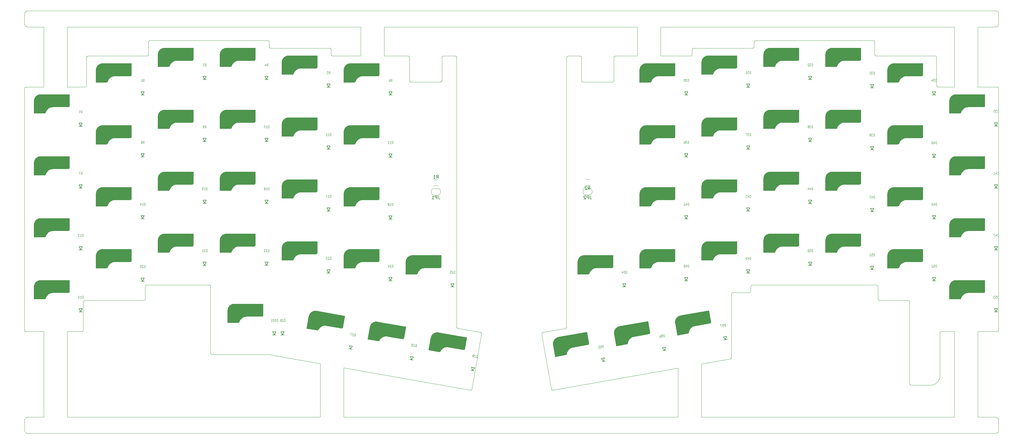
<source format=gbo>
G04 #@! TF.GenerationSoftware,KiCad,Pcbnew,7.0.6*
G04 #@! TF.CreationDate,2024-01-13T20:54:37+09:00*
G04 #@! TF.ProjectId,SumNight57,53756d4e-6967-4687-9435-372e6b696361,rev?*
G04 #@! TF.SameCoordinates,Original*
G04 #@! TF.FileFunction,Legend,Bot*
G04 #@! TF.FilePolarity,Positive*
%FSLAX46Y46*%
G04 Gerber Fmt 4.6, Leading zero omitted, Abs format (unit mm)*
G04 Created by KiCad (PCBNEW 7.0.6) date 2024-01-13 20:54:37*
%MOMM*%
%LPD*%
G01*
G04 APERTURE LIST*
%ADD10C,0.100000*%
%ADD11C,0.150000*%
%ADD12C,0.120000*%
G04 #@! TA.AperFunction,Profile*
%ADD13C,0.105833*%
G04 #@! TD*
G04 APERTURE END LIST*
D10*
X231096045Y-64484158D02*
X231096045Y-63734158D01*
X231096045Y-63734158D02*
X230953188Y-63734158D01*
X230953188Y-63734158D02*
X230867474Y-63769872D01*
X230867474Y-63769872D02*
X230810331Y-63841301D01*
X230810331Y-63841301D02*
X230781760Y-63912729D01*
X230781760Y-63912729D02*
X230753188Y-64055586D01*
X230753188Y-64055586D02*
X230753188Y-64162729D01*
X230753188Y-64162729D02*
X230781760Y-64305586D01*
X230781760Y-64305586D02*
X230810331Y-64377015D01*
X230810331Y-64377015D02*
X230867474Y-64448444D01*
X230867474Y-64448444D02*
X230953188Y-64484158D01*
X230953188Y-64484158D02*
X231096045Y-64484158D01*
X230553188Y-63734158D02*
X230181760Y-63734158D01*
X230181760Y-63734158D02*
X230381760Y-64019872D01*
X230381760Y-64019872D02*
X230296045Y-64019872D01*
X230296045Y-64019872D02*
X230238903Y-64055586D01*
X230238903Y-64055586D02*
X230210331Y-64091301D01*
X230210331Y-64091301D02*
X230181760Y-64162729D01*
X230181760Y-64162729D02*
X230181760Y-64341301D01*
X230181760Y-64341301D02*
X230210331Y-64412729D01*
X230210331Y-64412729D02*
X230238903Y-64448444D01*
X230238903Y-64448444D02*
X230296045Y-64484158D01*
X230296045Y-64484158D02*
X230467474Y-64484158D01*
X230467474Y-64484158D02*
X230524617Y-64448444D01*
X230524617Y-64448444D02*
X230553188Y-64412729D01*
X229610331Y-64484158D02*
X229953188Y-64484158D01*
X229781759Y-64484158D02*
X229781759Y-63734158D01*
X229781759Y-63734158D02*
X229838902Y-63841301D01*
X229838902Y-63841301D02*
X229896045Y-63912729D01*
X229896045Y-63912729D02*
X229953188Y-63948444D01*
X120810330Y-66865408D02*
X120810330Y-66115408D01*
X120810330Y-66115408D02*
X120667473Y-66115408D01*
X120667473Y-66115408D02*
X120581759Y-66151122D01*
X120581759Y-66151122D02*
X120524616Y-66222551D01*
X120524616Y-66222551D02*
X120496045Y-66293979D01*
X120496045Y-66293979D02*
X120467473Y-66436836D01*
X120467473Y-66436836D02*
X120467473Y-66543979D01*
X120467473Y-66543979D02*
X120496045Y-66686836D01*
X120496045Y-66686836D02*
X120524616Y-66758265D01*
X120524616Y-66758265D02*
X120581759Y-66829694D01*
X120581759Y-66829694D02*
X120667473Y-66865408D01*
X120667473Y-66865408D02*
X120810330Y-66865408D01*
X119953188Y-66115408D02*
X120067473Y-66115408D01*
X120067473Y-66115408D02*
X120124616Y-66151122D01*
X120124616Y-66151122D02*
X120153188Y-66186836D01*
X120153188Y-66186836D02*
X120210330Y-66293979D01*
X120210330Y-66293979D02*
X120238902Y-66436836D01*
X120238902Y-66436836D02*
X120238902Y-66722551D01*
X120238902Y-66722551D02*
X120210330Y-66793979D01*
X120210330Y-66793979D02*
X120181759Y-66829694D01*
X120181759Y-66829694D02*
X120124616Y-66865408D01*
X120124616Y-66865408D02*
X120010330Y-66865408D01*
X120010330Y-66865408D02*
X119953188Y-66829694D01*
X119953188Y-66829694D02*
X119924616Y-66793979D01*
X119924616Y-66793979D02*
X119896045Y-66722551D01*
X119896045Y-66722551D02*
X119896045Y-66543979D01*
X119896045Y-66543979D02*
X119924616Y-66472551D01*
X119924616Y-66472551D02*
X119953188Y-66436836D01*
X119953188Y-66436836D02*
X120010330Y-66401122D01*
X120010330Y-66401122D02*
X120124616Y-66401122D01*
X120124616Y-66401122D02*
X120181759Y-66436836D01*
X120181759Y-66436836D02*
X120210330Y-66472551D01*
X120210330Y-66472551D02*
X120238902Y-66543979D01*
D11*
X134495640Y-96621713D02*
X134828973Y-96145522D01*
X135067068Y-96621713D02*
X135067068Y-95621713D01*
X135067068Y-95621713D02*
X134686116Y-95621713D01*
X134686116Y-95621713D02*
X134590878Y-95669332D01*
X134590878Y-95669332D02*
X134543259Y-95716951D01*
X134543259Y-95716951D02*
X134495640Y-95812189D01*
X134495640Y-95812189D02*
X134495640Y-95955046D01*
X134495640Y-95955046D02*
X134543259Y-96050284D01*
X134543259Y-96050284D02*
X134590878Y-96097903D01*
X134590878Y-96097903D02*
X134686116Y-96145522D01*
X134686116Y-96145522D02*
X135067068Y-96145522D01*
X133543259Y-96621713D02*
X134114687Y-96621713D01*
X133828973Y-96621713D02*
X133828973Y-95621713D01*
X133828973Y-95621713D02*
X133924211Y-95764570D01*
X133924211Y-95764570D02*
X134019449Y-95859808D01*
X134019449Y-95859808D02*
X134114687Y-95907427D01*
D10*
X128251326Y-148515655D02*
X128381562Y-147777049D01*
X128381562Y-147777049D02*
X128240875Y-147752242D01*
X128240875Y-147752242D02*
X128150261Y-147772530D01*
X128150261Y-147772530D02*
X128081583Y-147832950D01*
X128081583Y-147832950D02*
X128041042Y-147898332D01*
X128041042Y-147898332D02*
X127988098Y-148034058D01*
X127988098Y-148034058D02*
X127969493Y-148139573D01*
X127969493Y-148139573D02*
X127972824Y-148285221D01*
X127972824Y-148285221D02*
X127988557Y-148360526D01*
X127988557Y-148360526D02*
X128032429Y-148440792D01*
X128032429Y-148440792D02*
X128110639Y-148490848D01*
X128110639Y-148490848D02*
X128251326Y-148515655D01*
X127806411Y-147748165D02*
X127784476Y-147708032D01*
X127784476Y-147708032D02*
X127734403Y-147662937D01*
X127734403Y-147662937D02*
X127593716Y-147638130D01*
X127593716Y-147638130D02*
X127531239Y-147663379D01*
X127531239Y-147663379D02*
X127496900Y-147693590D01*
X127496900Y-147693590D02*
X127456360Y-147758972D01*
X127456360Y-147758972D02*
X127443956Y-147829315D01*
X127443956Y-147829315D02*
X127453488Y-147939792D01*
X127453488Y-147939792D02*
X127716716Y-148421389D01*
X127716716Y-148421389D02*
X127350930Y-148356891D01*
X127087702Y-147875294D02*
X127150179Y-147850045D01*
X127150179Y-147850045D02*
X127184518Y-147819834D01*
X127184518Y-147819834D02*
X127225059Y-147754452D01*
X127225059Y-147754452D02*
X127231260Y-147719281D01*
X127231260Y-147719281D02*
X127215526Y-147643976D01*
X127215526Y-147643976D02*
X127193591Y-147603843D01*
X127193591Y-147603843D02*
X127143518Y-147558748D01*
X127143518Y-147558748D02*
X127030968Y-147538903D01*
X127030968Y-147538903D02*
X126968492Y-147564152D01*
X126968492Y-147564152D02*
X126934153Y-147594362D01*
X126934153Y-147594362D02*
X126893612Y-147659744D01*
X126893612Y-147659744D02*
X126887410Y-147694916D01*
X126887410Y-147694916D02*
X126903144Y-147770221D01*
X126903144Y-147770221D02*
X126925080Y-147810354D01*
X126925080Y-147810354D02*
X126975153Y-147855448D01*
X126975153Y-147855448D02*
X127087702Y-147875294D01*
X127087702Y-147875294D02*
X127137775Y-147920388D01*
X127137775Y-147920388D02*
X127159711Y-147960521D01*
X127159711Y-147960521D02*
X127175445Y-148035826D01*
X127175445Y-148035826D02*
X127150638Y-148176513D01*
X127150638Y-148176513D02*
X127110097Y-148241895D01*
X127110097Y-148241895D02*
X127075758Y-148272105D01*
X127075758Y-148272105D02*
X127013282Y-148297354D01*
X127013282Y-148297354D02*
X126900732Y-148277509D01*
X126900732Y-148277509D02*
X126850659Y-148232414D01*
X126850659Y-148232414D02*
X126828723Y-148192281D01*
X126828723Y-148192281D02*
X126812989Y-148116976D01*
X126812989Y-148116976D02*
X126837796Y-147976289D01*
X126837796Y-147976289D02*
X126878337Y-147910907D01*
X126878337Y-147910907D02*
X126912676Y-147880697D01*
X126912676Y-147880697D02*
X126975153Y-147855448D01*
X25560330Y-76520408D02*
X25560330Y-75770408D01*
X25560330Y-75770408D02*
X25417473Y-75770408D01*
X25417473Y-75770408D02*
X25331759Y-75806122D01*
X25331759Y-75806122D02*
X25274616Y-75877551D01*
X25274616Y-75877551D02*
X25246045Y-75948979D01*
X25246045Y-75948979D02*
X25217473Y-76091836D01*
X25217473Y-76091836D02*
X25217473Y-76198979D01*
X25217473Y-76198979D02*
X25246045Y-76341836D01*
X25246045Y-76341836D02*
X25274616Y-76413265D01*
X25274616Y-76413265D02*
X25331759Y-76484694D01*
X25331759Y-76484694D02*
X25417473Y-76520408D01*
X25417473Y-76520408D02*
X25560330Y-76520408D01*
X24646045Y-76520408D02*
X24988902Y-76520408D01*
X24817473Y-76520408D02*
X24817473Y-75770408D01*
X24817473Y-75770408D02*
X24874616Y-75877551D01*
X24874616Y-75877551D02*
X24931759Y-75948979D01*
X24931759Y-75948979D02*
X24988902Y-75984694D01*
X121096045Y-124015408D02*
X121096045Y-123265408D01*
X121096045Y-123265408D02*
X120953188Y-123265408D01*
X120953188Y-123265408D02*
X120867474Y-123301122D01*
X120867474Y-123301122D02*
X120810331Y-123372551D01*
X120810331Y-123372551D02*
X120781760Y-123443979D01*
X120781760Y-123443979D02*
X120753188Y-123586836D01*
X120753188Y-123586836D02*
X120753188Y-123693979D01*
X120753188Y-123693979D02*
X120781760Y-123836836D01*
X120781760Y-123836836D02*
X120810331Y-123908265D01*
X120810331Y-123908265D02*
X120867474Y-123979694D01*
X120867474Y-123979694D02*
X120953188Y-124015408D01*
X120953188Y-124015408D02*
X121096045Y-124015408D01*
X120524617Y-123336836D02*
X120496045Y-123301122D01*
X120496045Y-123301122D02*
X120438903Y-123265408D01*
X120438903Y-123265408D02*
X120296045Y-123265408D01*
X120296045Y-123265408D02*
X120238903Y-123301122D01*
X120238903Y-123301122D02*
X120210331Y-123336836D01*
X120210331Y-123336836D02*
X120181760Y-123408265D01*
X120181760Y-123408265D02*
X120181760Y-123479694D01*
X120181760Y-123479694D02*
X120210331Y-123586836D01*
X120210331Y-123586836D02*
X120553188Y-124015408D01*
X120553188Y-124015408D02*
X120181760Y-124015408D01*
X119667474Y-123515408D02*
X119667474Y-124015408D01*
X119810331Y-123229694D02*
X119953188Y-123765408D01*
X119953188Y-123765408D02*
X119581759Y-123765408D01*
X223377589Y-142085447D02*
X223247353Y-141346842D01*
X223247353Y-141346842D02*
X223106667Y-141371649D01*
X223106667Y-141371649D02*
X223028456Y-141421704D01*
X223028456Y-141421704D02*
X222984585Y-141501971D01*
X222984585Y-141501971D02*
X222968851Y-141577275D01*
X222968851Y-141577275D02*
X222965520Y-141722923D01*
X222965520Y-141722923D02*
X222984126Y-141828439D01*
X222984126Y-141828439D02*
X223037070Y-141964164D01*
X223037070Y-141964164D02*
X223077611Y-142029546D01*
X223077611Y-142029546D02*
X223146289Y-142089967D01*
X223146289Y-142089967D02*
X223236903Y-142110254D01*
X223236903Y-142110254D02*
X223377589Y-142085447D01*
X222375095Y-141500644D02*
X222656469Y-141451031D01*
X222656469Y-141451031D02*
X222746623Y-141797786D01*
X222746623Y-141797786D02*
X222712284Y-141767576D01*
X222712284Y-141767576D02*
X222649808Y-141742327D01*
X222649808Y-141742327D02*
X222509121Y-141767134D01*
X222509121Y-141767134D02*
X222459048Y-141812228D01*
X222459048Y-141812228D02*
X222437112Y-141852361D01*
X222437112Y-141852361D02*
X222421378Y-141927666D01*
X222421378Y-141927666D02*
X222452387Y-142103525D01*
X222452387Y-142103525D02*
X222492928Y-142168907D01*
X222492928Y-142168907D02*
X222527267Y-142199117D01*
X222527267Y-142199117D02*
X222589743Y-142224366D01*
X222589743Y-142224366D02*
X222730430Y-142199559D01*
X222730430Y-142199559D02*
X222780503Y-142154465D01*
X222780503Y-142154465D02*
X222802439Y-142114332D01*
X222149996Y-141540335D02*
X221756073Y-141609795D01*
X221756073Y-141609795D02*
X222139545Y-142303748D01*
X231096045Y-121634158D02*
X231096045Y-120884158D01*
X231096045Y-120884158D02*
X230953188Y-120884158D01*
X230953188Y-120884158D02*
X230867474Y-120919872D01*
X230867474Y-120919872D02*
X230810331Y-120991301D01*
X230810331Y-120991301D02*
X230781760Y-121062729D01*
X230781760Y-121062729D02*
X230753188Y-121205586D01*
X230753188Y-121205586D02*
X230753188Y-121312729D01*
X230753188Y-121312729D02*
X230781760Y-121455586D01*
X230781760Y-121455586D02*
X230810331Y-121527015D01*
X230810331Y-121527015D02*
X230867474Y-121598444D01*
X230867474Y-121598444D02*
X230953188Y-121634158D01*
X230953188Y-121634158D02*
X231096045Y-121634158D01*
X230238903Y-121134158D02*
X230238903Y-121634158D01*
X230381760Y-120848444D02*
X230524617Y-121384158D01*
X230524617Y-121384158D02*
X230153188Y-121384158D01*
X229896045Y-121634158D02*
X229781759Y-121634158D01*
X229781759Y-121634158D02*
X229724616Y-121598444D01*
X229724616Y-121598444D02*
X229696045Y-121562729D01*
X229696045Y-121562729D02*
X229638902Y-121455586D01*
X229638902Y-121455586D02*
X229610331Y-121312729D01*
X229610331Y-121312729D02*
X229610331Y-121027015D01*
X229610331Y-121027015D02*
X229638902Y-120955586D01*
X229638902Y-120955586D02*
X229667474Y-120919872D01*
X229667474Y-120919872D02*
X229724616Y-120884158D01*
X229724616Y-120884158D02*
X229838902Y-120884158D01*
X229838902Y-120884158D02*
X229896045Y-120919872D01*
X229896045Y-120919872D02*
X229924616Y-120955586D01*
X229924616Y-120955586D02*
X229953188Y-121027015D01*
X229953188Y-121027015D02*
X229953188Y-121205586D01*
X229953188Y-121205586D02*
X229924616Y-121277015D01*
X229924616Y-121277015D02*
X229896045Y-121312729D01*
X229896045Y-121312729D02*
X229838902Y-121348444D01*
X229838902Y-121348444D02*
X229724616Y-121348444D01*
X229724616Y-121348444D02*
X229667474Y-121312729D01*
X229667474Y-121312729D02*
X229638902Y-121277015D01*
X229638902Y-121277015D02*
X229610331Y-121205586D01*
X25560330Y-95440408D02*
X25560330Y-94690408D01*
X25560330Y-94690408D02*
X25417473Y-94690408D01*
X25417473Y-94690408D02*
X25331759Y-94726122D01*
X25331759Y-94726122D02*
X25274616Y-94797551D01*
X25274616Y-94797551D02*
X25246045Y-94868979D01*
X25246045Y-94868979D02*
X25217473Y-95011836D01*
X25217473Y-95011836D02*
X25217473Y-95118979D01*
X25217473Y-95118979D02*
X25246045Y-95261836D01*
X25246045Y-95261836D02*
X25274616Y-95333265D01*
X25274616Y-95333265D02*
X25331759Y-95404694D01*
X25331759Y-95404694D02*
X25417473Y-95440408D01*
X25417473Y-95440408D02*
X25560330Y-95440408D01*
X25017473Y-94690408D02*
X24617473Y-94690408D01*
X24617473Y-94690408D02*
X24874616Y-95440408D01*
X87917045Y-140684158D02*
X87917045Y-139934158D01*
X87917045Y-139934158D02*
X87774188Y-139934158D01*
X87774188Y-139934158D02*
X87688474Y-139969872D01*
X87688474Y-139969872D02*
X87631331Y-140041301D01*
X87631331Y-140041301D02*
X87602760Y-140112729D01*
X87602760Y-140112729D02*
X87574188Y-140255586D01*
X87574188Y-140255586D02*
X87574188Y-140362729D01*
X87574188Y-140362729D02*
X87602760Y-140505586D01*
X87602760Y-140505586D02*
X87631331Y-140577015D01*
X87631331Y-140577015D02*
X87688474Y-140648444D01*
X87688474Y-140648444D02*
X87774188Y-140684158D01*
X87774188Y-140684158D02*
X87917045Y-140684158D01*
X87345617Y-140005586D02*
X87317045Y-139969872D01*
X87317045Y-139969872D02*
X87259903Y-139934158D01*
X87259903Y-139934158D02*
X87117045Y-139934158D01*
X87117045Y-139934158D02*
X87059903Y-139969872D01*
X87059903Y-139969872D02*
X87031331Y-140005586D01*
X87031331Y-140005586D02*
X87002760Y-140077015D01*
X87002760Y-140077015D02*
X87002760Y-140148444D01*
X87002760Y-140148444D02*
X87031331Y-140255586D01*
X87031331Y-140255586D02*
X87374188Y-140684158D01*
X87374188Y-140684158D02*
X87002760Y-140684158D01*
X86488474Y-139934158D02*
X86602759Y-139934158D01*
X86602759Y-139934158D02*
X86659902Y-139969872D01*
X86659902Y-139969872D02*
X86688474Y-140005586D01*
X86688474Y-140005586D02*
X86745616Y-140112729D01*
X86745616Y-140112729D02*
X86774188Y-140255586D01*
X86774188Y-140255586D02*
X86774188Y-140541301D01*
X86774188Y-140541301D02*
X86745616Y-140612729D01*
X86745616Y-140612729D02*
X86717045Y-140648444D01*
X86717045Y-140648444D02*
X86659902Y-140684158D01*
X86659902Y-140684158D02*
X86545616Y-140684158D01*
X86545616Y-140684158D02*
X86488474Y-140648444D01*
X86488474Y-140648444D02*
X86459902Y-140612729D01*
X86459902Y-140612729D02*
X86431331Y-140541301D01*
X86431331Y-140541301D02*
X86431331Y-140362729D01*
X86431331Y-140362729D02*
X86459902Y-140291301D01*
X86459902Y-140291301D02*
X86488474Y-140255586D01*
X86488474Y-140255586D02*
X86545616Y-140219872D01*
X86545616Y-140219872D02*
X86659902Y-140219872D01*
X86659902Y-140219872D02*
X86717045Y-140255586D01*
X86717045Y-140255586D02*
X86745616Y-140291301D01*
X86745616Y-140291301D02*
X86774188Y-140362729D01*
X288246045Y-124015408D02*
X288246045Y-123265408D01*
X288246045Y-123265408D02*
X288103188Y-123265408D01*
X288103188Y-123265408D02*
X288017474Y-123301122D01*
X288017474Y-123301122D02*
X287960331Y-123372551D01*
X287960331Y-123372551D02*
X287931760Y-123443979D01*
X287931760Y-123443979D02*
X287903188Y-123586836D01*
X287903188Y-123586836D02*
X287903188Y-123693979D01*
X287903188Y-123693979D02*
X287931760Y-123836836D01*
X287931760Y-123836836D02*
X287960331Y-123908265D01*
X287960331Y-123908265D02*
X288017474Y-123979694D01*
X288017474Y-123979694D02*
X288103188Y-124015408D01*
X288103188Y-124015408D02*
X288246045Y-124015408D01*
X287360331Y-123265408D02*
X287646045Y-123265408D01*
X287646045Y-123265408D02*
X287674617Y-123622551D01*
X287674617Y-123622551D02*
X287646045Y-123586836D01*
X287646045Y-123586836D02*
X287588903Y-123551122D01*
X287588903Y-123551122D02*
X287446045Y-123551122D01*
X287446045Y-123551122D02*
X287388903Y-123586836D01*
X287388903Y-123586836D02*
X287360331Y-123622551D01*
X287360331Y-123622551D02*
X287331760Y-123693979D01*
X287331760Y-123693979D02*
X287331760Y-123872551D01*
X287331760Y-123872551D02*
X287360331Y-123943979D01*
X287360331Y-123943979D02*
X287388903Y-123979694D01*
X287388903Y-123979694D02*
X287446045Y-124015408D01*
X287446045Y-124015408D02*
X287588903Y-124015408D01*
X287588903Y-124015408D02*
X287646045Y-123979694D01*
X287646045Y-123979694D02*
X287674617Y-123943979D01*
X287103188Y-123336836D02*
X287074616Y-123301122D01*
X287074616Y-123301122D02*
X287017474Y-123265408D01*
X287017474Y-123265408D02*
X286874616Y-123265408D01*
X286874616Y-123265408D02*
X286817474Y-123301122D01*
X286817474Y-123301122D02*
X286788902Y-123336836D01*
X286788902Y-123336836D02*
X286760331Y-123408265D01*
X286760331Y-123408265D02*
X286760331Y-123479694D01*
X286760331Y-123479694D02*
X286788902Y-123586836D01*
X286788902Y-123586836D02*
X287131759Y-124015408D01*
X287131759Y-124015408D02*
X286760331Y-124015408D01*
X288246045Y-86045408D02*
X288246045Y-85295408D01*
X288246045Y-85295408D02*
X288103188Y-85295408D01*
X288103188Y-85295408D02*
X288017474Y-85331122D01*
X288017474Y-85331122D02*
X287960331Y-85402551D01*
X287960331Y-85402551D02*
X287931760Y-85473979D01*
X287931760Y-85473979D02*
X287903188Y-85616836D01*
X287903188Y-85616836D02*
X287903188Y-85723979D01*
X287903188Y-85723979D02*
X287931760Y-85866836D01*
X287931760Y-85866836D02*
X287960331Y-85938265D01*
X287960331Y-85938265D02*
X288017474Y-86009694D01*
X288017474Y-86009694D02*
X288103188Y-86045408D01*
X288103188Y-86045408D02*
X288246045Y-86045408D01*
X287388903Y-85545408D02*
X287388903Y-86045408D01*
X287531760Y-85259694D02*
X287674617Y-85795408D01*
X287674617Y-85795408D02*
X287303188Y-85795408D01*
X286960331Y-85295408D02*
X286903188Y-85295408D01*
X286903188Y-85295408D02*
X286846045Y-85331122D01*
X286846045Y-85331122D02*
X286817474Y-85366836D01*
X286817474Y-85366836D02*
X286788902Y-85438265D01*
X286788902Y-85438265D02*
X286760331Y-85581122D01*
X286760331Y-85581122D02*
X286760331Y-85759694D01*
X286760331Y-85759694D02*
X286788902Y-85902551D01*
X286788902Y-85902551D02*
X286817474Y-85973979D01*
X286817474Y-85973979D02*
X286846045Y-86009694D01*
X286846045Y-86009694D02*
X286903188Y-86045408D01*
X286903188Y-86045408D02*
X286960331Y-86045408D01*
X286960331Y-86045408D02*
X287017474Y-86009694D01*
X287017474Y-86009694D02*
X287046045Y-85973979D01*
X287046045Y-85973979D02*
X287074616Y-85902551D01*
X287074616Y-85902551D02*
X287103188Y-85759694D01*
X287103188Y-85759694D02*
X287103188Y-85581122D01*
X287103188Y-85581122D02*
X287074616Y-85438265D01*
X287074616Y-85438265D02*
X287046045Y-85366836D01*
X287046045Y-85366836D02*
X287017474Y-85331122D01*
X287017474Y-85331122D02*
X286960331Y-85295408D01*
X82996045Y-100202908D02*
X82996045Y-99452908D01*
X82996045Y-99452908D02*
X82853188Y-99452908D01*
X82853188Y-99452908D02*
X82767474Y-99488622D01*
X82767474Y-99488622D02*
X82710331Y-99560051D01*
X82710331Y-99560051D02*
X82681760Y-99631479D01*
X82681760Y-99631479D02*
X82653188Y-99774336D01*
X82653188Y-99774336D02*
X82653188Y-99881479D01*
X82653188Y-99881479D02*
X82681760Y-100024336D01*
X82681760Y-100024336D02*
X82710331Y-100095765D01*
X82710331Y-100095765D02*
X82767474Y-100167194D01*
X82767474Y-100167194D02*
X82853188Y-100202908D01*
X82853188Y-100202908D02*
X82996045Y-100202908D01*
X82081760Y-100202908D02*
X82424617Y-100202908D01*
X82253188Y-100202908D02*
X82253188Y-99452908D01*
X82253188Y-99452908D02*
X82310331Y-99560051D01*
X82310331Y-99560051D02*
X82367474Y-99631479D01*
X82367474Y-99631479D02*
X82424617Y-99667194D01*
X81567474Y-99452908D02*
X81681759Y-99452908D01*
X81681759Y-99452908D02*
X81738902Y-99488622D01*
X81738902Y-99488622D02*
X81767474Y-99524336D01*
X81767474Y-99524336D02*
X81824616Y-99631479D01*
X81824616Y-99631479D02*
X81853188Y-99774336D01*
X81853188Y-99774336D02*
X81853188Y-100060051D01*
X81853188Y-100060051D02*
X81824616Y-100131479D01*
X81824616Y-100131479D02*
X81796045Y-100167194D01*
X81796045Y-100167194D02*
X81738902Y-100202908D01*
X81738902Y-100202908D02*
X81624616Y-100202908D01*
X81624616Y-100202908D02*
X81567474Y-100167194D01*
X81567474Y-100167194D02*
X81538902Y-100131479D01*
X81538902Y-100131479D02*
X81510331Y-100060051D01*
X81510331Y-100060051D02*
X81510331Y-99881479D01*
X81510331Y-99881479D02*
X81538902Y-99810051D01*
X81538902Y-99810051D02*
X81567474Y-99774336D01*
X81567474Y-99774336D02*
X81624616Y-99738622D01*
X81624616Y-99738622D02*
X81738902Y-99738622D01*
X81738902Y-99738622D02*
X81796045Y-99774336D01*
X81796045Y-99774336D02*
X81824616Y-99810051D01*
X81824616Y-99810051D02*
X81853188Y-99881479D01*
X250146045Y-81152908D02*
X250146045Y-80402908D01*
X250146045Y-80402908D02*
X250003188Y-80402908D01*
X250003188Y-80402908D02*
X249917474Y-80438622D01*
X249917474Y-80438622D02*
X249860331Y-80510051D01*
X249860331Y-80510051D02*
X249831760Y-80581479D01*
X249831760Y-80581479D02*
X249803188Y-80724336D01*
X249803188Y-80724336D02*
X249803188Y-80831479D01*
X249803188Y-80831479D02*
X249831760Y-80974336D01*
X249831760Y-80974336D02*
X249860331Y-81045765D01*
X249860331Y-81045765D02*
X249917474Y-81117194D01*
X249917474Y-81117194D02*
X250003188Y-81152908D01*
X250003188Y-81152908D02*
X250146045Y-81152908D01*
X249603188Y-80402908D02*
X249231760Y-80402908D01*
X249231760Y-80402908D02*
X249431760Y-80688622D01*
X249431760Y-80688622D02*
X249346045Y-80688622D01*
X249346045Y-80688622D02*
X249288903Y-80724336D01*
X249288903Y-80724336D02*
X249260331Y-80760051D01*
X249260331Y-80760051D02*
X249231760Y-80831479D01*
X249231760Y-80831479D02*
X249231760Y-81010051D01*
X249231760Y-81010051D02*
X249260331Y-81081479D01*
X249260331Y-81081479D02*
X249288903Y-81117194D01*
X249288903Y-81117194D02*
X249346045Y-81152908D01*
X249346045Y-81152908D02*
X249517474Y-81152908D01*
X249517474Y-81152908D02*
X249574617Y-81117194D01*
X249574617Y-81117194D02*
X249603188Y-81081479D01*
X248888902Y-80724336D02*
X248946045Y-80688622D01*
X248946045Y-80688622D02*
X248974616Y-80652908D01*
X248974616Y-80652908D02*
X249003188Y-80581479D01*
X249003188Y-80581479D02*
X249003188Y-80545765D01*
X249003188Y-80545765D02*
X248974616Y-80474336D01*
X248974616Y-80474336D02*
X248946045Y-80438622D01*
X248946045Y-80438622D02*
X248888902Y-80402908D01*
X248888902Y-80402908D02*
X248774616Y-80402908D01*
X248774616Y-80402908D02*
X248717474Y-80438622D01*
X248717474Y-80438622D02*
X248688902Y-80474336D01*
X248688902Y-80474336D02*
X248660331Y-80545765D01*
X248660331Y-80545765D02*
X248660331Y-80581479D01*
X248660331Y-80581479D02*
X248688902Y-80652908D01*
X248688902Y-80652908D02*
X248717474Y-80688622D01*
X248717474Y-80688622D02*
X248774616Y-80724336D01*
X248774616Y-80724336D02*
X248888902Y-80724336D01*
X248888902Y-80724336D02*
X248946045Y-80760051D01*
X248946045Y-80760051D02*
X248974616Y-80795765D01*
X248974616Y-80795765D02*
X249003188Y-80867194D01*
X249003188Y-80867194D02*
X249003188Y-81010051D01*
X249003188Y-81010051D02*
X248974616Y-81081479D01*
X248974616Y-81081479D02*
X248946045Y-81117194D01*
X248946045Y-81117194D02*
X248888902Y-81152908D01*
X248888902Y-81152908D02*
X248774616Y-81152908D01*
X248774616Y-81152908D02*
X248717474Y-81117194D01*
X248717474Y-81117194D02*
X248688902Y-81081479D01*
X248688902Y-81081479D02*
X248660331Y-81010051D01*
X248660331Y-81010051D02*
X248660331Y-80867194D01*
X248660331Y-80867194D02*
X248688902Y-80795765D01*
X248688902Y-80795765D02*
X248717474Y-80760051D01*
X248717474Y-80760051D02*
X248774616Y-80724336D01*
D11*
X181771307Y-102029713D02*
X181771307Y-102743998D01*
X181771307Y-102743998D02*
X181818926Y-102886855D01*
X181818926Y-102886855D02*
X181914164Y-102982094D01*
X181914164Y-102982094D02*
X182057021Y-103029713D01*
X182057021Y-103029713D02*
X182152259Y-103029713D01*
X181295116Y-103029713D02*
X181295116Y-102029713D01*
X181295116Y-102029713D02*
X180914164Y-102029713D01*
X180914164Y-102029713D02*
X180818926Y-102077332D01*
X180818926Y-102077332D02*
X180771307Y-102124951D01*
X180771307Y-102124951D02*
X180723688Y-102220189D01*
X180723688Y-102220189D02*
X180723688Y-102363046D01*
X180723688Y-102363046D02*
X180771307Y-102458284D01*
X180771307Y-102458284D02*
X180818926Y-102505903D01*
X180818926Y-102505903D02*
X180914164Y-102553522D01*
X180914164Y-102553522D02*
X181295116Y-102553522D01*
X180342735Y-102124951D02*
X180295116Y-102077332D01*
X180295116Y-102077332D02*
X180199878Y-102029713D01*
X180199878Y-102029713D02*
X179961783Y-102029713D01*
X179961783Y-102029713D02*
X179866545Y-102077332D01*
X179866545Y-102077332D02*
X179818926Y-102124951D01*
X179818926Y-102124951D02*
X179771307Y-102220189D01*
X179771307Y-102220189D02*
X179771307Y-102315427D01*
X179771307Y-102315427D02*
X179818926Y-102458284D01*
X179818926Y-102458284D02*
X180390354Y-103029713D01*
X180390354Y-103029713D02*
X179771307Y-103029713D01*
D10*
X101760330Y-64484158D02*
X101760330Y-63734158D01*
X101760330Y-63734158D02*
X101617473Y-63734158D01*
X101617473Y-63734158D02*
X101531759Y-63769872D01*
X101531759Y-63769872D02*
X101474616Y-63841301D01*
X101474616Y-63841301D02*
X101446045Y-63912729D01*
X101446045Y-63912729D02*
X101417473Y-64055586D01*
X101417473Y-64055586D02*
X101417473Y-64162729D01*
X101417473Y-64162729D02*
X101446045Y-64305586D01*
X101446045Y-64305586D02*
X101474616Y-64377015D01*
X101474616Y-64377015D02*
X101531759Y-64448444D01*
X101531759Y-64448444D02*
X101617473Y-64484158D01*
X101617473Y-64484158D02*
X101760330Y-64484158D01*
X100874616Y-63734158D02*
X101160330Y-63734158D01*
X101160330Y-63734158D02*
X101188902Y-64091301D01*
X101188902Y-64091301D02*
X101160330Y-64055586D01*
X101160330Y-64055586D02*
X101103188Y-64019872D01*
X101103188Y-64019872D02*
X100960330Y-64019872D01*
X100960330Y-64019872D02*
X100903188Y-64055586D01*
X100903188Y-64055586D02*
X100874616Y-64091301D01*
X100874616Y-64091301D02*
X100846045Y-64162729D01*
X100846045Y-64162729D02*
X100846045Y-64341301D01*
X100846045Y-64341301D02*
X100874616Y-64412729D01*
X100874616Y-64412729D02*
X100903188Y-64448444D01*
X100903188Y-64448444D02*
X100960330Y-64484158D01*
X100960330Y-64484158D02*
X101103188Y-64484158D01*
X101103188Y-64484158D02*
X101160330Y-64448444D01*
X101160330Y-64448444D02*
X101188902Y-64412729D01*
X250146045Y-62102908D02*
X250146045Y-61352908D01*
X250146045Y-61352908D02*
X250003188Y-61352908D01*
X250003188Y-61352908D02*
X249917474Y-61388622D01*
X249917474Y-61388622D02*
X249860331Y-61460051D01*
X249860331Y-61460051D02*
X249831760Y-61531479D01*
X249831760Y-61531479D02*
X249803188Y-61674336D01*
X249803188Y-61674336D02*
X249803188Y-61781479D01*
X249803188Y-61781479D02*
X249831760Y-61924336D01*
X249831760Y-61924336D02*
X249860331Y-61995765D01*
X249860331Y-61995765D02*
X249917474Y-62067194D01*
X249917474Y-62067194D02*
X250003188Y-62102908D01*
X250003188Y-62102908D02*
X250146045Y-62102908D01*
X249603188Y-61352908D02*
X249231760Y-61352908D01*
X249231760Y-61352908D02*
X249431760Y-61638622D01*
X249431760Y-61638622D02*
X249346045Y-61638622D01*
X249346045Y-61638622D02*
X249288903Y-61674336D01*
X249288903Y-61674336D02*
X249260331Y-61710051D01*
X249260331Y-61710051D02*
X249231760Y-61781479D01*
X249231760Y-61781479D02*
X249231760Y-61960051D01*
X249231760Y-61960051D02*
X249260331Y-62031479D01*
X249260331Y-62031479D02*
X249288903Y-62067194D01*
X249288903Y-62067194D02*
X249346045Y-62102908D01*
X249346045Y-62102908D02*
X249517474Y-62102908D01*
X249517474Y-62102908D02*
X249574617Y-62067194D01*
X249574617Y-62067194D02*
X249603188Y-62031479D01*
X249003188Y-61424336D02*
X248974616Y-61388622D01*
X248974616Y-61388622D02*
X248917474Y-61352908D01*
X248917474Y-61352908D02*
X248774616Y-61352908D01*
X248774616Y-61352908D02*
X248717474Y-61388622D01*
X248717474Y-61388622D02*
X248688902Y-61424336D01*
X248688902Y-61424336D02*
X248660331Y-61495765D01*
X248660331Y-61495765D02*
X248660331Y-61567194D01*
X248660331Y-61567194D02*
X248688902Y-61674336D01*
X248688902Y-61674336D02*
X249031759Y-62102908D01*
X249031759Y-62102908D02*
X248660331Y-62102908D01*
X63946045Y-100202908D02*
X63946045Y-99452908D01*
X63946045Y-99452908D02*
X63803188Y-99452908D01*
X63803188Y-99452908D02*
X63717474Y-99488622D01*
X63717474Y-99488622D02*
X63660331Y-99560051D01*
X63660331Y-99560051D02*
X63631760Y-99631479D01*
X63631760Y-99631479D02*
X63603188Y-99774336D01*
X63603188Y-99774336D02*
X63603188Y-99881479D01*
X63603188Y-99881479D02*
X63631760Y-100024336D01*
X63631760Y-100024336D02*
X63660331Y-100095765D01*
X63660331Y-100095765D02*
X63717474Y-100167194D01*
X63717474Y-100167194D02*
X63803188Y-100202908D01*
X63803188Y-100202908D02*
X63946045Y-100202908D01*
X63031760Y-100202908D02*
X63374617Y-100202908D01*
X63203188Y-100202908D02*
X63203188Y-99452908D01*
X63203188Y-99452908D02*
X63260331Y-99560051D01*
X63260331Y-99560051D02*
X63317474Y-99631479D01*
X63317474Y-99631479D02*
X63374617Y-99667194D01*
X62488902Y-99452908D02*
X62774616Y-99452908D01*
X62774616Y-99452908D02*
X62803188Y-99810051D01*
X62803188Y-99810051D02*
X62774616Y-99774336D01*
X62774616Y-99774336D02*
X62717474Y-99738622D01*
X62717474Y-99738622D02*
X62574616Y-99738622D01*
X62574616Y-99738622D02*
X62517474Y-99774336D01*
X62517474Y-99774336D02*
X62488902Y-99810051D01*
X62488902Y-99810051D02*
X62460331Y-99881479D01*
X62460331Y-99881479D02*
X62460331Y-100060051D01*
X62460331Y-100060051D02*
X62488902Y-100131479D01*
X62488902Y-100131479D02*
X62517474Y-100167194D01*
X62517474Y-100167194D02*
X62574616Y-100202908D01*
X62574616Y-100202908D02*
X62717474Y-100202908D01*
X62717474Y-100202908D02*
X62774616Y-100167194D01*
X62774616Y-100167194D02*
X62803188Y-100131479D01*
X63660330Y-81152908D02*
X63660330Y-80402908D01*
X63660330Y-80402908D02*
X63517473Y-80402908D01*
X63517473Y-80402908D02*
X63431759Y-80438622D01*
X63431759Y-80438622D02*
X63374616Y-80510051D01*
X63374616Y-80510051D02*
X63346045Y-80581479D01*
X63346045Y-80581479D02*
X63317473Y-80724336D01*
X63317473Y-80724336D02*
X63317473Y-80831479D01*
X63317473Y-80831479D02*
X63346045Y-80974336D01*
X63346045Y-80974336D02*
X63374616Y-81045765D01*
X63374616Y-81045765D02*
X63431759Y-81117194D01*
X63431759Y-81117194D02*
X63517473Y-81152908D01*
X63517473Y-81152908D02*
X63660330Y-81152908D01*
X63031759Y-81152908D02*
X62917473Y-81152908D01*
X62917473Y-81152908D02*
X62860330Y-81117194D01*
X62860330Y-81117194D02*
X62831759Y-81081479D01*
X62831759Y-81081479D02*
X62774616Y-80974336D01*
X62774616Y-80974336D02*
X62746045Y-80831479D01*
X62746045Y-80831479D02*
X62746045Y-80545765D01*
X62746045Y-80545765D02*
X62774616Y-80474336D01*
X62774616Y-80474336D02*
X62803188Y-80438622D01*
X62803188Y-80438622D02*
X62860330Y-80402908D01*
X62860330Y-80402908D02*
X62974616Y-80402908D01*
X62974616Y-80402908D02*
X63031759Y-80438622D01*
X63031759Y-80438622D02*
X63060330Y-80474336D01*
X63060330Y-80474336D02*
X63088902Y-80545765D01*
X63088902Y-80545765D02*
X63088902Y-80724336D01*
X63088902Y-80724336D02*
X63060330Y-80795765D01*
X63060330Y-80795765D02*
X63031759Y-80831479D01*
X63031759Y-80831479D02*
X62974616Y-80867194D01*
X62974616Y-80867194D02*
X62860330Y-80867194D01*
X62860330Y-80867194D02*
X62803188Y-80831479D01*
X62803188Y-80831479D02*
X62774616Y-80795765D01*
X62774616Y-80795765D02*
X62746045Y-80724336D01*
X288246045Y-104965408D02*
X288246045Y-104215408D01*
X288246045Y-104215408D02*
X288103188Y-104215408D01*
X288103188Y-104215408D02*
X288017474Y-104251122D01*
X288017474Y-104251122D02*
X287960331Y-104322551D01*
X287960331Y-104322551D02*
X287931760Y-104393979D01*
X287931760Y-104393979D02*
X287903188Y-104536836D01*
X287903188Y-104536836D02*
X287903188Y-104643979D01*
X287903188Y-104643979D02*
X287931760Y-104786836D01*
X287931760Y-104786836D02*
X287960331Y-104858265D01*
X287960331Y-104858265D02*
X288017474Y-104929694D01*
X288017474Y-104929694D02*
X288103188Y-104965408D01*
X288103188Y-104965408D02*
X288246045Y-104965408D01*
X287388903Y-104465408D02*
X287388903Y-104965408D01*
X287531760Y-104179694D02*
X287674617Y-104715408D01*
X287674617Y-104715408D02*
X287303188Y-104715408D01*
X286817474Y-104215408D02*
X286931759Y-104215408D01*
X286931759Y-104215408D02*
X286988902Y-104251122D01*
X286988902Y-104251122D02*
X287017474Y-104286836D01*
X287017474Y-104286836D02*
X287074616Y-104393979D01*
X287074616Y-104393979D02*
X287103188Y-104536836D01*
X287103188Y-104536836D02*
X287103188Y-104822551D01*
X287103188Y-104822551D02*
X287074616Y-104893979D01*
X287074616Y-104893979D02*
X287046045Y-104929694D01*
X287046045Y-104929694D02*
X286988902Y-104965408D01*
X286988902Y-104965408D02*
X286874616Y-104965408D01*
X286874616Y-104965408D02*
X286817474Y-104929694D01*
X286817474Y-104929694D02*
X286788902Y-104893979D01*
X286788902Y-104893979D02*
X286760331Y-104822551D01*
X286760331Y-104822551D02*
X286760331Y-104643979D01*
X286760331Y-104643979D02*
X286788902Y-104572551D01*
X286788902Y-104572551D02*
X286817474Y-104536836D01*
X286817474Y-104536836D02*
X286874616Y-104501122D01*
X286874616Y-104501122D02*
X286988902Y-104501122D01*
X286988902Y-104501122D02*
X287046045Y-104536836D01*
X287046045Y-104536836D02*
X287074616Y-104572551D01*
X287074616Y-104572551D02*
X287103188Y-104643979D01*
X147012358Y-151823767D02*
X147142594Y-151085161D01*
X147142594Y-151085161D02*
X147001907Y-151060354D01*
X147001907Y-151060354D02*
X146911293Y-151080642D01*
X146911293Y-151080642D02*
X146842615Y-151141062D01*
X146842615Y-151141062D02*
X146802074Y-151206444D01*
X146802074Y-151206444D02*
X146749130Y-151342170D01*
X146749130Y-151342170D02*
X146730525Y-151447685D01*
X146730525Y-151447685D02*
X146733856Y-151593333D01*
X146733856Y-151593333D02*
X146749589Y-151668638D01*
X146749589Y-151668638D02*
X146793461Y-151748904D01*
X146793461Y-151748904D02*
X146871671Y-151798960D01*
X146871671Y-151798960D02*
X147012358Y-151823767D01*
X146567443Y-151056277D02*
X146545508Y-151016144D01*
X146545508Y-151016144D02*
X146495435Y-150971049D01*
X146495435Y-150971049D02*
X146354748Y-150946242D01*
X146354748Y-150946242D02*
X146292271Y-150971491D01*
X146292271Y-150971491D02*
X146257932Y-151001702D01*
X146257932Y-151001702D02*
X146217392Y-151067084D01*
X146217392Y-151067084D02*
X146204988Y-151137427D01*
X146204988Y-151137427D02*
X146214520Y-151247904D01*
X146214520Y-151247904D02*
X146477748Y-151729501D01*
X146477748Y-151729501D02*
X146111962Y-151665003D01*
X145830588Y-151615389D02*
X145718039Y-151595543D01*
X145718039Y-151595543D02*
X145667966Y-151550449D01*
X145667966Y-151550449D02*
X145646030Y-151510316D01*
X145646030Y-151510316D02*
X145608361Y-151394878D01*
X145608361Y-151394878D02*
X145605030Y-151249230D01*
X145605030Y-151249230D02*
X145654644Y-150967856D01*
X145654644Y-150967856D02*
X145695185Y-150902474D01*
X145695185Y-150902474D02*
X145729524Y-150872264D01*
X145729524Y-150872264D02*
X145792000Y-150847015D01*
X145792000Y-150847015D02*
X145904550Y-150866860D01*
X145904550Y-150866860D02*
X145954623Y-150911955D01*
X145954623Y-150911955D02*
X145976558Y-150952088D01*
X145976558Y-150952088D02*
X145992292Y-151027393D01*
X145992292Y-151027393D02*
X145961284Y-151203251D01*
X145961284Y-151203251D02*
X145920743Y-151268633D01*
X145920743Y-151268633D02*
X145886404Y-151298844D01*
X145886404Y-151298844D02*
X145823927Y-151324093D01*
X145823927Y-151324093D02*
X145711378Y-151304247D01*
X145711378Y-151304247D02*
X145661305Y-151259153D01*
X145661305Y-151259153D02*
X145639369Y-151219019D01*
X145639369Y-151219019D02*
X145623635Y-151143715D01*
X231096045Y-83534158D02*
X231096045Y-82784158D01*
X231096045Y-82784158D02*
X230953188Y-82784158D01*
X230953188Y-82784158D02*
X230867474Y-82819872D01*
X230867474Y-82819872D02*
X230810331Y-82891301D01*
X230810331Y-82891301D02*
X230781760Y-82962729D01*
X230781760Y-82962729D02*
X230753188Y-83105586D01*
X230753188Y-83105586D02*
X230753188Y-83212729D01*
X230753188Y-83212729D02*
X230781760Y-83355586D01*
X230781760Y-83355586D02*
X230810331Y-83427015D01*
X230810331Y-83427015D02*
X230867474Y-83498444D01*
X230867474Y-83498444D02*
X230953188Y-83534158D01*
X230953188Y-83534158D02*
X231096045Y-83534158D01*
X230553188Y-82784158D02*
X230181760Y-82784158D01*
X230181760Y-82784158D02*
X230381760Y-83069872D01*
X230381760Y-83069872D02*
X230296045Y-83069872D01*
X230296045Y-83069872D02*
X230238903Y-83105586D01*
X230238903Y-83105586D02*
X230210331Y-83141301D01*
X230210331Y-83141301D02*
X230181760Y-83212729D01*
X230181760Y-83212729D02*
X230181760Y-83391301D01*
X230181760Y-83391301D02*
X230210331Y-83462729D01*
X230210331Y-83462729D02*
X230238903Y-83498444D01*
X230238903Y-83498444D02*
X230296045Y-83534158D01*
X230296045Y-83534158D02*
X230467474Y-83534158D01*
X230467474Y-83534158D02*
X230524617Y-83498444D01*
X230524617Y-83498444D02*
X230553188Y-83462729D01*
X229981759Y-82784158D02*
X229581759Y-82784158D01*
X229581759Y-82784158D02*
X229838902Y-83534158D01*
X25846045Y-114490408D02*
X25846045Y-113740408D01*
X25846045Y-113740408D02*
X25703188Y-113740408D01*
X25703188Y-113740408D02*
X25617474Y-113776122D01*
X25617474Y-113776122D02*
X25560331Y-113847551D01*
X25560331Y-113847551D02*
X25531760Y-113918979D01*
X25531760Y-113918979D02*
X25503188Y-114061836D01*
X25503188Y-114061836D02*
X25503188Y-114168979D01*
X25503188Y-114168979D02*
X25531760Y-114311836D01*
X25531760Y-114311836D02*
X25560331Y-114383265D01*
X25560331Y-114383265D02*
X25617474Y-114454694D01*
X25617474Y-114454694D02*
X25703188Y-114490408D01*
X25703188Y-114490408D02*
X25846045Y-114490408D01*
X24931760Y-114490408D02*
X25274617Y-114490408D01*
X25103188Y-114490408D02*
X25103188Y-113740408D01*
X25103188Y-113740408D02*
X25160331Y-113847551D01*
X25160331Y-113847551D02*
X25217474Y-113918979D01*
X25217474Y-113918979D02*
X25274617Y-113954694D01*
X24731759Y-113740408D02*
X24360331Y-113740408D01*
X24360331Y-113740408D02*
X24560331Y-114026122D01*
X24560331Y-114026122D02*
X24474616Y-114026122D01*
X24474616Y-114026122D02*
X24417474Y-114061836D01*
X24417474Y-114061836D02*
X24388902Y-114097551D01*
X24388902Y-114097551D02*
X24360331Y-114168979D01*
X24360331Y-114168979D02*
X24360331Y-114347551D01*
X24360331Y-114347551D02*
X24388902Y-114418979D01*
X24388902Y-114418979D02*
X24417474Y-114454694D01*
X24417474Y-114454694D02*
X24474616Y-114490408D01*
X24474616Y-114490408D02*
X24646045Y-114490408D01*
X24646045Y-114490408D02*
X24703188Y-114454694D01*
X24703188Y-114454694D02*
X24731759Y-114418979D01*
X44896045Y-124145408D02*
X44896045Y-123395408D01*
X44896045Y-123395408D02*
X44753188Y-123395408D01*
X44753188Y-123395408D02*
X44667474Y-123431122D01*
X44667474Y-123431122D02*
X44610331Y-123502551D01*
X44610331Y-123502551D02*
X44581760Y-123573979D01*
X44581760Y-123573979D02*
X44553188Y-123716836D01*
X44553188Y-123716836D02*
X44553188Y-123823979D01*
X44553188Y-123823979D02*
X44581760Y-123966836D01*
X44581760Y-123966836D02*
X44610331Y-124038265D01*
X44610331Y-124038265D02*
X44667474Y-124109694D01*
X44667474Y-124109694D02*
X44753188Y-124145408D01*
X44753188Y-124145408D02*
X44896045Y-124145408D01*
X44324617Y-123466836D02*
X44296045Y-123431122D01*
X44296045Y-123431122D02*
X44238903Y-123395408D01*
X44238903Y-123395408D02*
X44096045Y-123395408D01*
X44096045Y-123395408D02*
X44038903Y-123431122D01*
X44038903Y-123431122D02*
X44010331Y-123466836D01*
X44010331Y-123466836D02*
X43981760Y-123538265D01*
X43981760Y-123538265D02*
X43981760Y-123609694D01*
X43981760Y-123609694D02*
X44010331Y-123716836D01*
X44010331Y-123716836D02*
X44353188Y-124145408D01*
X44353188Y-124145408D02*
X43981760Y-124145408D01*
X43610331Y-123395408D02*
X43553188Y-123395408D01*
X43553188Y-123395408D02*
X43496045Y-123431122D01*
X43496045Y-123431122D02*
X43467474Y-123466836D01*
X43467474Y-123466836D02*
X43438902Y-123538265D01*
X43438902Y-123538265D02*
X43410331Y-123681122D01*
X43410331Y-123681122D02*
X43410331Y-123859694D01*
X43410331Y-123859694D02*
X43438902Y-124002551D01*
X43438902Y-124002551D02*
X43467474Y-124073979D01*
X43467474Y-124073979D02*
X43496045Y-124109694D01*
X43496045Y-124109694D02*
X43553188Y-124145408D01*
X43553188Y-124145408D02*
X43610331Y-124145408D01*
X43610331Y-124145408D02*
X43667474Y-124109694D01*
X43667474Y-124109694D02*
X43696045Y-124073979D01*
X43696045Y-124073979D02*
X43724616Y-124002551D01*
X43724616Y-124002551D02*
X43753188Y-123859694D01*
X43753188Y-123859694D02*
X43753188Y-123681122D01*
X43753188Y-123681122D02*
X43724616Y-123538265D01*
X43724616Y-123538265D02*
X43696045Y-123466836D01*
X43696045Y-123466836D02*
X43667474Y-123431122D01*
X43667474Y-123431122D02*
X43610331Y-123395408D01*
X25846045Y-133540408D02*
X25846045Y-132790408D01*
X25846045Y-132790408D02*
X25703188Y-132790408D01*
X25703188Y-132790408D02*
X25617474Y-132826122D01*
X25617474Y-132826122D02*
X25560331Y-132897551D01*
X25560331Y-132897551D02*
X25531760Y-132968979D01*
X25531760Y-132968979D02*
X25503188Y-133111836D01*
X25503188Y-133111836D02*
X25503188Y-133218979D01*
X25503188Y-133218979D02*
X25531760Y-133361836D01*
X25531760Y-133361836D02*
X25560331Y-133433265D01*
X25560331Y-133433265D02*
X25617474Y-133504694D01*
X25617474Y-133504694D02*
X25703188Y-133540408D01*
X25703188Y-133540408D02*
X25846045Y-133540408D01*
X24931760Y-133540408D02*
X25274617Y-133540408D01*
X25103188Y-133540408D02*
X25103188Y-132790408D01*
X25103188Y-132790408D02*
X25160331Y-132897551D01*
X25160331Y-132897551D02*
X25217474Y-132968979D01*
X25217474Y-132968979D02*
X25274617Y-133004694D01*
X24646045Y-133540408D02*
X24531759Y-133540408D01*
X24531759Y-133540408D02*
X24474616Y-133504694D01*
X24474616Y-133504694D02*
X24446045Y-133468979D01*
X24446045Y-133468979D02*
X24388902Y-133361836D01*
X24388902Y-133361836D02*
X24360331Y-133218979D01*
X24360331Y-133218979D02*
X24360331Y-132933265D01*
X24360331Y-132933265D02*
X24388902Y-132861836D01*
X24388902Y-132861836D02*
X24417474Y-132826122D01*
X24417474Y-132826122D02*
X24474616Y-132790408D01*
X24474616Y-132790408D02*
X24588902Y-132790408D01*
X24588902Y-132790408D02*
X24646045Y-132826122D01*
X24646045Y-132826122D02*
X24674616Y-132861836D01*
X24674616Y-132861836D02*
X24703188Y-132933265D01*
X24703188Y-132933265D02*
X24703188Y-133111836D01*
X24703188Y-133111836D02*
X24674616Y-133183265D01*
X24674616Y-133183265D02*
X24646045Y-133218979D01*
X24646045Y-133218979D02*
X24588902Y-133254694D01*
X24588902Y-133254694D02*
X24474616Y-133254694D01*
X24474616Y-133254694D02*
X24417474Y-133218979D01*
X24417474Y-133218979D02*
X24388902Y-133183265D01*
X24388902Y-133183265D02*
X24360331Y-133111836D01*
X212046045Y-124015408D02*
X212046045Y-123265408D01*
X212046045Y-123265408D02*
X211903188Y-123265408D01*
X211903188Y-123265408D02*
X211817474Y-123301122D01*
X211817474Y-123301122D02*
X211760331Y-123372551D01*
X211760331Y-123372551D02*
X211731760Y-123443979D01*
X211731760Y-123443979D02*
X211703188Y-123586836D01*
X211703188Y-123586836D02*
X211703188Y-123693979D01*
X211703188Y-123693979D02*
X211731760Y-123836836D01*
X211731760Y-123836836D02*
X211760331Y-123908265D01*
X211760331Y-123908265D02*
X211817474Y-123979694D01*
X211817474Y-123979694D02*
X211903188Y-124015408D01*
X211903188Y-124015408D02*
X212046045Y-124015408D01*
X211188903Y-123515408D02*
X211188903Y-124015408D01*
X211331760Y-123229694D02*
X211474617Y-123765408D01*
X211474617Y-123765408D02*
X211103188Y-123765408D01*
X210788902Y-123586836D02*
X210846045Y-123551122D01*
X210846045Y-123551122D02*
X210874616Y-123515408D01*
X210874616Y-123515408D02*
X210903188Y-123443979D01*
X210903188Y-123443979D02*
X210903188Y-123408265D01*
X210903188Y-123408265D02*
X210874616Y-123336836D01*
X210874616Y-123336836D02*
X210846045Y-123301122D01*
X210846045Y-123301122D02*
X210788902Y-123265408D01*
X210788902Y-123265408D02*
X210674616Y-123265408D01*
X210674616Y-123265408D02*
X210617474Y-123301122D01*
X210617474Y-123301122D02*
X210588902Y-123336836D01*
X210588902Y-123336836D02*
X210560331Y-123408265D01*
X210560331Y-123408265D02*
X210560331Y-123443979D01*
X210560331Y-123443979D02*
X210588902Y-123515408D01*
X210588902Y-123515408D02*
X210617474Y-123551122D01*
X210617474Y-123551122D02*
X210674616Y-123586836D01*
X210674616Y-123586836D02*
X210788902Y-123586836D01*
X210788902Y-123586836D02*
X210846045Y-123622551D01*
X210846045Y-123622551D02*
X210874616Y-123658265D01*
X210874616Y-123658265D02*
X210903188Y-123729694D01*
X210903188Y-123729694D02*
X210903188Y-123872551D01*
X210903188Y-123872551D02*
X210874616Y-123943979D01*
X210874616Y-123943979D02*
X210846045Y-123979694D01*
X210846045Y-123979694D02*
X210788902Y-124015408D01*
X210788902Y-124015408D02*
X210674616Y-124015408D01*
X210674616Y-124015408D02*
X210617474Y-123979694D01*
X210617474Y-123979694D02*
X210588902Y-123943979D01*
X210588902Y-123943979D02*
X210560331Y-123872551D01*
X210560331Y-123872551D02*
X210560331Y-123729694D01*
X210560331Y-123729694D02*
X210588902Y-123658265D01*
X210588902Y-123658265D02*
X210617474Y-123622551D01*
X210617474Y-123622551D02*
X210674616Y-123586836D01*
X307296045Y-76390408D02*
X307296045Y-75640408D01*
X307296045Y-75640408D02*
X307153188Y-75640408D01*
X307153188Y-75640408D02*
X307067474Y-75676122D01*
X307067474Y-75676122D02*
X307010331Y-75747551D01*
X307010331Y-75747551D02*
X306981760Y-75818979D01*
X306981760Y-75818979D02*
X306953188Y-75961836D01*
X306953188Y-75961836D02*
X306953188Y-76068979D01*
X306953188Y-76068979D02*
X306981760Y-76211836D01*
X306981760Y-76211836D02*
X307010331Y-76283265D01*
X307010331Y-76283265D02*
X307067474Y-76354694D01*
X307067474Y-76354694D02*
X307153188Y-76390408D01*
X307153188Y-76390408D02*
X307296045Y-76390408D01*
X306753188Y-75640408D02*
X306381760Y-75640408D01*
X306381760Y-75640408D02*
X306581760Y-75926122D01*
X306581760Y-75926122D02*
X306496045Y-75926122D01*
X306496045Y-75926122D02*
X306438903Y-75961836D01*
X306438903Y-75961836D02*
X306410331Y-75997551D01*
X306410331Y-75997551D02*
X306381760Y-76068979D01*
X306381760Y-76068979D02*
X306381760Y-76247551D01*
X306381760Y-76247551D02*
X306410331Y-76318979D01*
X306410331Y-76318979D02*
X306438903Y-76354694D01*
X306438903Y-76354694D02*
X306496045Y-76390408D01*
X306496045Y-76390408D02*
X306667474Y-76390408D01*
X306667474Y-76390408D02*
X306724617Y-76354694D01*
X306724617Y-76354694D02*
X306753188Y-76318979D01*
X305838902Y-75640408D02*
X306124616Y-75640408D01*
X306124616Y-75640408D02*
X306153188Y-75997551D01*
X306153188Y-75997551D02*
X306124616Y-75961836D01*
X306124616Y-75961836D02*
X306067474Y-75926122D01*
X306067474Y-75926122D02*
X305924616Y-75926122D01*
X305924616Y-75926122D02*
X305867474Y-75961836D01*
X305867474Y-75961836D02*
X305838902Y-75997551D01*
X305838902Y-75997551D02*
X305810331Y-76068979D01*
X305810331Y-76068979D02*
X305810331Y-76247551D01*
X305810331Y-76247551D02*
X305838902Y-76318979D01*
X305838902Y-76318979D02*
X305867474Y-76354694D01*
X305867474Y-76354694D02*
X305924616Y-76390408D01*
X305924616Y-76390408D02*
X306067474Y-76390408D01*
X306067474Y-76390408D02*
X306124616Y-76354694D01*
X306124616Y-76354694D02*
X306153188Y-76318979D01*
X63946045Y-119252908D02*
X63946045Y-118502908D01*
X63946045Y-118502908D02*
X63803188Y-118502908D01*
X63803188Y-118502908D02*
X63717474Y-118538622D01*
X63717474Y-118538622D02*
X63660331Y-118610051D01*
X63660331Y-118610051D02*
X63631760Y-118681479D01*
X63631760Y-118681479D02*
X63603188Y-118824336D01*
X63603188Y-118824336D02*
X63603188Y-118931479D01*
X63603188Y-118931479D02*
X63631760Y-119074336D01*
X63631760Y-119074336D02*
X63660331Y-119145765D01*
X63660331Y-119145765D02*
X63717474Y-119217194D01*
X63717474Y-119217194D02*
X63803188Y-119252908D01*
X63803188Y-119252908D02*
X63946045Y-119252908D01*
X63374617Y-118574336D02*
X63346045Y-118538622D01*
X63346045Y-118538622D02*
X63288903Y-118502908D01*
X63288903Y-118502908D02*
X63146045Y-118502908D01*
X63146045Y-118502908D02*
X63088903Y-118538622D01*
X63088903Y-118538622D02*
X63060331Y-118574336D01*
X63060331Y-118574336D02*
X63031760Y-118645765D01*
X63031760Y-118645765D02*
X63031760Y-118717194D01*
X63031760Y-118717194D02*
X63060331Y-118824336D01*
X63060331Y-118824336D02*
X63403188Y-119252908D01*
X63403188Y-119252908D02*
X63031760Y-119252908D01*
X62460331Y-119252908D02*
X62803188Y-119252908D01*
X62631759Y-119252908D02*
X62631759Y-118502908D01*
X62631759Y-118502908D02*
X62688902Y-118610051D01*
X62688902Y-118610051D02*
X62746045Y-118681479D01*
X62746045Y-118681479D02*
X62803188Y-118717194D01*
X102046045Y-102584158D02*
X102046045Y-101834158D01*
X102046045Y-101834158D02*
X101903188Y-101834158D01*
X101903188Y-101834158D02*
X101817474Y-101869872D01*
X101817474Y-101869872D02*
X101760331Y-101941301D01*
X101760331Y-101941301D02*
X101731760Y-102012729D01*
X101731760Y-102012729D02*
X101703188Y-102155586D01*
X101703188Y-102155586D02*
X101703188Y-102262729D01*
X101703188Y-102262729D02*
X101731760Y-102405586D01*
X101731760Y-102405586D02*
X101760331Y-102477015D01*
X101760331Y-102477015D02*
X101817474Y-102548444D01*
X101817474Y-102548444D02*
X101903188Y-102584158D01*
X101903188Y-102584158D02*
X102046045Y-102584158D01*
X101131760Y-102584158D02*
X101474617Y-102584158D01*
X101303188Y-102584158D02*
X101303188Y-101834158D01*
X101303188Y-101834158D02*
X101360331Y-101941301D01*
X101360331Y-101941301D02*
X101417474Y-102012729D01*
X101417474Y-102012729D02*
X101474617Y-102048444D01*
X100931759Y-101834158D02*
X100531759Y-101834158D01*
X100531759Y-101834158D02*
X100788902Y-102584158D01*
X82996045Y-81152908D02*
X82996045Y-80402908D01*
X82996045Y-80402908D02*
X82853188Y-80402908D01*
X82853188Y-80402908D02*
X82767474Y-80438622D01*
X82767474Y-80438622D02*
X82710331Y-80510051D01*
X82710331Y-80510051D02*
X82681760Y-80581479D01*
X82681760Y-80581479D02*
X82653188Y-80724336D01*
X82653188Y-80724336D02*
X82653188Y-80831479D01*
X82653188Y-80831479D02*
X82681760Y-80974336D01*
X82681760Y-80974336D02*
X82710331Y-81045765D01*
X82710331Y-81045765D02*
X82767474Y-81117194D01*
X82767474Y-81117194D02*
X82853188Y-81152908D01*
X82853188Y-81152908D02*
X82996045Y-81152908D01*
X82081760Y-81152908D02*
X82424617Y-81152908D01*
X82253188Y-81152908D02*
X82253188Y-80402908D01*
X82253188Y-80402908D02*
X82310331Y-80510051D01*
X82310331Y-80510051D02*
X82367474Y-80581479D01*
X82367474Y-80581479D02*
X82424617Y-80617194D01*
X81710331Y-80402908D02*
X81653188Y-80402908D01*
X81653188Y-80402908D02*
X81596045Y-80438622D01*
X81596045Y-80438622D02*
X81567474Y-80474336D01*
X81567474Y-80474336D02*
X81538902Y-80545765D01*
X81538902Y-80545765D02*
X81510331Y-80688622D01*
X81510331Y-80688622D02*
X81510331Y-80867194D01*
X81510331Y-80867194D02*
X81538902Y-81010051D01*
X81538902Y-81010051D02*
X81567474Y-81081479D01*
X81567474Y-81081479D02*
X81596045Y-81117194D01*
X81596045Y-81117194D02*
X81653188Y-81152908D01*
X81653188Y-81152908D02*
X81710331Y-81152908D01*
X81710331Y-81152908D02*
X81767474Y-81117194D01*
X81767474Y-81117194D02*
X81796045Y-81081479D01*
X81796045Y-81081479D02*
X81824616Y-81010051D01*
X81824616Y-81010051D02*
X81853188Y-80867194D01*
X81853188Y-80867194D02*
X81853188Y-80688622D01*
X81853188Y-80688622D02*
X81824616Y-80545765D01*
X81824616Y-80545765D02*
X81796045Y-80474336D01*
X81796045Y-80474336D02*
X81767474Y-80438622D01*
X81767474Y-80438622D02*
X81710331Y-80402908D01*
X44610330Y-66865408D02*
X44610330Y-66115408D01*
X44610330Y-66115408D02*
X44467473Y-66115408D01*
X44467473Y-66115408D02*
X44381759Y-66151122D01*
X44381759Y-66151122D02*
X44324616Y-66222551D01*
X44324616Y-66222551D02*
X44296045Y-66293979D01*
X44296045Y-66293979D02*
X44267473Y-66436836D01*
X44267473Y-66436836D02*
X44267473Y-66543979D01*
X44267473Y-66543979D02*
X44296045Y-66686836D01*
X44296045Y-66686836D02*
X44324616Y-66758265D01*
X44324616Y-66758265D02*
X44381759Y-66829694D01*
X44381759Y-66829694D02*
X44467473Y-66865408D01*
X44467473Y-66865408D02*
X44610330Y-66865408D01*
X44038902Y-66186836D02*
X44010330Y-66151122D01*
X44010330Y-66151122D02*
X43953188Y-66115408D01*
X43953188Y-66115408D02*
X43810330Y-66115408D01*
X43810330Y-66115408D02*
X43753188Y-66151122D01*
X43753188Y-66151122D02*
X43724616Y-66186836D01*
X43724616Y-66186836D02*
X43696045Y-66258265D01*
X43696045Y-66258265D02*
X43696045Y-66329694D01*
X43696045Y-66329694D02*
X43724616Y-66436836D01*
X43724616Y-66436836D02*
X44067473Y-66865408D01*
X44067473Y-66865408D02*
X43696045Y-66865408D01*
X307296045Y-95440408D02*
X307296045Y-94690408D01*
X307296045Y-94690408D02*
X307153188Y-94690408D01*
X307153188Y-94690408D02*
X307067474Y-94726122D01*
X307067474Y-94726122D02*
X307010331Y-94797551D01*
X307010331Y-94797551D02*
X306981760Y-94868979D01*
X306981760Y-94868979D02*
X306953188Y-95011836D01*
X306953188Y-95011836D02*
X306953188Y-95118979D01*
X306953188Y-95118979D02*
X306981760Y-95261836D01*
X306981760Y-95261836D02*
X307010331Y-95333265D01*
X307010331Y-95333265D02*
X307067474Y-95404694D01*
X307067474Y-95404694D02*
X307153188Y-95440408D01*
X307153188Y-95440408D02*
X307296045Y-95440408D01*
X306438903Y-94940408D02*
X306438903Y-95440408D01*
X306581760Y-94654694D02*
X306724617Y-95190408D01*
X306724617Y-95190408D02*
X306353188Y-95190408D01*
X305810331Y-95440408D02*
X306153188Y-95440408D01*
X305981759Y-95440408D02*
X305981759Y-94690408D01*
X305981759Y-94690408D02*
X306038902Y-94797551D01*
X306038902Y-94797551D02*
X306096045Y-94868979D01*
X306096045Y-94868979D02*
X306153188Y-94904694D01*
X82710330Y-62102908D02*
X82710330Y-61352908D01*
X82710330Y-61352908D02*
X82567473Y-61352908D01*
X82567473Y-61352908D02*
X82481759Y-61388622D01*
X82481759Y-61388622D02*
X82424616Y-61460051D01*
X82424616Y-61460051D02*
X82396045Y-61531479D01*
X82396045Y-61531479D02*
X82367473Y-61674336D01*
X82367473Y-61674336D02*
X82367473Y-61781479D01*
X82367473Y-61781479D02*
X82396045Y-61924336D01*
X82396045Y-61924336D02*
X82424616Y-61995765D01*
X82424616Y-61995765D02*
X82481759Y-62067194D01*
X82481759Y-62067194D02*
X82567473Y-62102908D01*
X82567473Y-62102908D02*
X82710330Y-62102908D01*
X81853188Y-61602908D02*
X81853188Y-62102908D01*
X81996045Y-61317194D02*
X82138902Y-61852908D01*
X82138902Y-61852908D02*
X81767473Y-61852908D01*
D11*
X181104640Y-100134713D02*
X181437973Y-99658522D01*
X181676068Y-100134713D02*
X181676068Y-99134713D01*
X181676068Y-99134713D02*
X181295116Y-99134713D01*
X181295116Y-99134713D02*
X181199878Y-99182332D01*
X181199878Y-99182332D02*
X181152259Y-99229951D01*
X181152259Y-99229951D02*
X181104640Y-99325189D01*
X181104640Y-99325189D02*
X181104640Y-99468046D01*
X181104640Y-99468046D02*
X181152259Y-99563284D01*
X181152259Y-99563284D02*
X181199878Y-99610903D01*
X181199878Y-99610903D02*
X181295116Y-99658522D01*
X181295116Y-99658522D02*
X181676068Y-99658522D01*
X180723687Y-99229951D02*
X180676068Y-99182332D01*
X180676068Y-99182332D02*
X180580830Y-99134713D01*
X180580830Y-99134713D02*
X180342735Y-99134713D01*
X180342735Y-99134713D02*
X180247497Y-99182332D01*
X180247497Y-99182332D02*
X180199878Y-99229951D01*
X180199878Y-99229951D02*
X180152259Y-99325189D01*
X180152259Y-99325189D02*
X180152259Y-99420427D01*
X180152259Y-99420427D02*
X180199878Y-99563284D01*
X180199878Y-99563284D02*
X180771306Y-100134713D01*
X180771306Y-100134713D02*
X180152259Y-100134713D01*
D10*
X231096045Y-102584158D02*
X231096045Y-101834158D01*
X231096045Y-101834158D02*
X230953188Y-101834158D01*
X230953188Y-101834158D02*
X230867474Y-101869872D01*
X230867474Y-101869872D02*
X230810331Y-101941301D01*
X230810331Y-101941301D02*
X230781760Y-102012729D01*
X230781760Y-102012729D02*
X230753188Y-102155586D01*
X230753188Y-102155586D02*
X230753188Y-102262729D01*
X230753188Y-102262729D02*
X230781760Y-102405586D01*
X230781760Y-102405586D02*
X230810331Y-102477015D01*
X230810331Y-102477015D02*
X230867474Y-102548444D01*
X230867474Y-102548444D02*
X230953188Y-102584158D01*
X230953188Y-102584158D02*
X231096045Y-102584158D01*
X230238903Y-102084158D02*
X230238903Y-102584158D01*
X230381760Y-101798444D02*
X230524617Y-102334158D01*
X230524617Y-102334158D02*
X230153188Y-102334158D01*
X229981759Y-101834158D02*
X229610331Y-101834158D01*
X229610331Y-101834158D02*
X229810331Y-102119872D01*
X229810331Y-102119872D02*
X229724616Y-102119872D01*
X229724616Y-102119872D02*
X229667474Y-102155586D01*
X229667474Y-102155586D02*
X229638902Y-102191301D01*
X229638902Y-102191301D02*
X229610331Y-102262729D01*
X229610331Y-102262729D02*
X229610331Y-102441301D01*
X229610331Y-102441301D02*
X229638902Y-102512729D01*
X229638902Y-102512729D02*
X229667474Y-102548444D01*
X229667474Y-102548444D02*
X229724616Y-102584158D01*
X229724616Y-102584158D02*
X229896045Y-102584158D01*
X229896045Y-102584158D02*
X229953188Y-102548444D01*
X229953188Y-102548444D02*
X229981759Y-102512729D01*
X307296045Y-133540408D02*
X307296045Y-132790408D01*
X307296045Y-132790408D02*
X307153188Y-132790408D01*
X307153188Y-132790408D02*
X307067474Y-132826122D01*
X307067474Y-132826122D02*
X307010331Y-132897551D01*
X307010331Y-132897551D02*
X306981760Y-132968979D01*
X306981760Y-132968979D02*
X306953188Y-133111836D01*
X306953188Y-133111836D02*
X306953188Y-133218979D01*
X306953188Y-133218979D02*
X306981760Y-133361836D01*
X306981760Y-133361836D02*
X307010331Y-133433265D01*
X307010331Y-133433265D02*
X307067474Y-133504694D01*
X307067474Y-133504694D02*
X307153188Y-133540408D01*
X307153188Y-133540408D02*
X307296045Y-133540408D01*
X306410331Y-132790408D02*
X306696045Y-132790408D01*
X306696045Y-132790408D02*
X306724617Y-133147551D01*
X306724617Y-133147551D02*
X306696045Y-133111836D01*
X306696045Y-133111836D02*
X306638903Y-133076122D01*
X306638903Y-133076122D02*
X306496045Y-133076122D01*
X306496045Y-133076122D02*
X306438903Y-133111836D01*
X306438903Y-133111836D02*
X306410331Y-133147551D01*
X306410331Y-133147551D02*
X306381760Y-133218979D01*
X306381760Y-133218979D02*
X306381760Y-133397551D01*
X306381760Y-133397551D02*
X306410331Y-133468979D01*
X306410331Y-133468979D02*
X306438903Y-133504694D01*
X306438903Y-133504694D02*
X306496045Y-133540408D01*
X306496045Y-133540408D02*
X306638903Y-133540408D01*
X306638903Y-133540408D02*
X306696045Y-133504694D01*
X306696045Y-133504694D02*
X306724617Y-133468979D01*
X306181759Y-132790408D02*
X305810331Y-132790408D01*
X305810331Y-132790408D02*
X306010331Y-133076122D01*
X306010331Y-133076122D02*
X305924616Y-133076122D01*
X305924616Y-133076122D02*
X305867474Y-133111836D01*
X305867474Y-133111836D02*
X305838902Y-133147551D01*
X305838902Y-133147551D02*
X305810331Y-133218979D01*
X305810331Y-133218979D02*
X305810331Y-133397551D01*
X305810331Y-133397551D02*
X305838902Y-133468979D01*
X305838902Y-133468979D02*
X305867474Y-133504694D01*
X305867474Y-133504694D02*
X305924616Y-133540408D01*
X305924616Y-133540408D02*
X306096045Y-133540408D01*
X306096045Y-133540408D02*
X306153188Y-133504694D01*
X306153188Y-133504694D02*
X306181759Y-133468979D01*
X212046045Y-85915408D02*
X212046045Y-85165408D01*
X212046045Y-85165408D02*
X211903188Y-85165408D01*
X211903188Y-85165408D02*
X211817474Y-85201122D01*
X211817474Y-85201122D02*
X211760331Y-85272551D01*
X211760331Y-85272551D02*
X211731760Y-85343979D01*
X211731760Y-85343979D02*
X211703188Y-85486836D01*
X211703188Y-85486836D02*
X211703188Y-85593979D01*
X211703188Y-85593979D02*
X211731760Y-85736836D01*
X211731760Y-85736836D02*
X211760331Y-85808265D01*
X211760331Y-85808265D02*
X211817474Y-85879694D01*
X211817474Y-85879694D02*
X211903188Y-85915408D01*
X211903188Y-85915408D02*
X212046045Y-85915408D01*
X211503188Y-85165408D02*
X211131760Y-85165408D01*
X211131760Y-85165408D02*
X211331760Y-85451122D01*
X211331760Y-85451122D02*
X211246045Y-85451122D01*
X211246045Y-85451122D02*
X211188903Y-85486836D01*
X211188903Y-85486836D02*
X211160331Y-85522551D01*
X211160331Y-85522551D02*
X211131760Y-85593979D01*
X211131760Y-85593979D02*
X211131760Y-85772551D01*
X211131760Y-85772551D02*
X211160331Y-85843979D01*
X211160331Y-85843979D02*
X211188903Y-85879694D01*
X211188903Y-85879694D02*
X211246045Y-85915408D01*
X211246045Y-85915408D02*
X211417474Y-85915408D01*
X211417474Y-85915408D02*
X211474617Y-85879694D01*
X211474617Y-85879694D02*
X211503188Y-85843979D01*
X210617474Y-85165408D02*
X210731759Y-85165408D01*
X210731759Y-85165408D02*
X210788902Y-85201122D01*
X210788902Y-85201122D02*
X210817474Y-85236836D01*
X210817474Y-85236836D02*
X210874616Y-85343979D01*
X210874616Y-85343979D02*
X210903188Y-85486836D01*
X210903188Y-85486836D02*
X210903188Y-85772551D01*
X210903188Y-85772551D02*
X210874616Y-85843979D01*
X210874616Y-85843979D02*
X210846045Y-85879694D01*
X210846045Y-85879694D02*
X210788902Y-85915408D01*
X210788902Y-85915408D02*
X210674616Y-85915408D01*
X210674616Y-85915408D02*
X210617474Y-85879694D01*
X210617474Y-85879694D02*
X210588902Y-85843979D01*
X210588902Y-85843979D02*
X210560331Y-85772551D01*
X210560331Y-85772551D02*
X210560331Y-85593979D01*
X210560331Y-85593979D02*
X210588902Y-85522551D01*
X210588902Y-85522551D02*
X210617474Y-85486836D01*
X210617474Y-85486836D02*
X210674616Y-85451122D01*
X210674616Y-85451122D02*
X210788902Y-85451122D01*
X210788902Y-85451122D02*
X210846045Y-85486836D01*
X210846045Y-85486836D02*
X210874616Y-85522551D01*
X210874616Y-85522551D02*
X210903188Y-85593979D01*
X102046045Y-83534158D02*
X102046045Y-82784158D01*
X102046045Y-82784158D02*
X101903188Y-82784158D01*
X101903188Y-82784158D02*
X101817474Y-82819872D01*
X101817474Y-82819872D02*
X101760331Y-82891301D01*
X101760331Y-82891301D02*
X101731760Y-82962729D01*
X101731760Y-82962729D02*
X101703188Y-83105586D01*
X101703188Y-83105586D02*
X101703188Y-83212729D01*
X101703188Y-83212729D02*
X101731760Y-83355586D01*
X101731760Y-83355586D02*
X101760331Y-83427015D01*
X101760331Y-83427015D02*
X101817474Y-83498444D01*
X101817474Y-83498444D02*
X101903188Y-83534158D01*
X101903188Y-83534158D02*
X102046045Y-83534158D01*
X101131760Y-83534158D02*
X101474617Y-83534158D01*
X101303188Y-83534158D02*
X101303188Y-82784158D01*
X101303188Y-82784158D02*
X101360331Y-82891301D01*
X101360331Y-82891301D02*
X101417474Y-82962729D01*
X101417474Y-82962729D02*
X101474617Y-82998444D01*
X100560331Y-83534158D02*
X100903188Y-83534158D01*
X100731759Y-83534158D02*
X100731759Y-82784158D01*
X100731759Y-82784158D02*
X100788902Y-82891301D01*
X100788902Y-82891301D02*
X100846045Y-82962729D01*
X100846045Y-82962729D02*
X100903188Y-82998444D01*
X63660330Y-62102908D02*
X63660330Y-61352908D01*
X63660330Y-61352908D02*
X63517473Y-61352908D01*
X63517473Y-61352908D02*
X63431759Y-61388622D01*
X63431759Y-61388622D02*
X63374616Y-61460051D01*
X63374616Y-61460051D02*
X63346045Y-61531479D01*
X63346045Y-61531479D02*
X63317473Y-61674336D01*
X63317473Y-61674336D02*
X63317473Y-61781479D01*
X63317473Y-61781479D02*
X63346045Y-61924336D01*
X63346045Y-61924336D02*
X63374616Y-61995765D01*
X63374616Y-61995765D02*
X63431759Y-62067194D01*
X63431759Y-62067194D02*
X63517473Y-62102908D01*
X63517473Y-62102908D02*
X63660330Y-62102908D01*
X63117473Y-61352908D02*
X62746045Y-61352908D01*
X62746045Y-61352908D02*
X62946045Y-61638622D01*
X62946045Y-61638622D02*
X62860330Y-61638622D01*
X62860330Y-61638622D02*
X62803188Y-61674336D01*
X62803188Y-61674336D02*
X62774616Y-61710051D01*
X62774616Y-61710051D02*
X62746045Y-61781479D01*
X62746045Y-61781479D02*
X62746045Y-61960051D01*
X62746045Y-61960051D02*
X62774616Y-62031479D01*
X62774616Y-62031479D02*
X62803188Y-62067194D01*
X62803188Y-62067194D02*
X62860330Y-62102908D01*
X62860330Y-62102908D02*
X63031759Y-62102908D01*
X63031759Y-62102908D02*
X63088902Y-62067194D01*
X63088902Y-62067194D02*
X63117473Y-62031479D01*
X288246045Y-66865408D02*
X288246045Y-66115408D01*
X288246045Y-66115408D02*
X288103188Y-66115408D01*
X288103188Y-66115408D02*
X288017474Y-66151122D01*
X288017474Y-66151122D02*
X287960331Y-66222551D01*
X287960331Y-66222551D02*
X287931760Y-66293979D01*
X287931760Y-66293979D02*
X287903188Y-66436836D01*
X287903188Y-66436836D02*
X287903188Y-66543979D01*
X287903188Y-66543979D02*
X287931760Y-66686836D01*
X287931760Y-66686836D02*
X287960331Y-66758265D01*
X287960331Y-66758265D02*
X288017474Y-66829694D01*
X288017474Y-66829694D02*
X288103188Y-66865408D01*
X288103188Y-66865408D02*
X288246045Y-66865408D01*
X287703188Y-66115408D02*
X287331760Y-66115408D01*
X287331760Y-66115408D02*
X287531760Y-66401122D01*
X287531760Y-66401122D02*
X287446045Y-66401122D01*
X287446045Y-66401122D02*
X287388903Y-66436836D01*
X287388903Y-66436836D02*
X287360331Y-66472551D01*
X287360331Y-66472551D02*
X287331760Y-66543979D01*
X287331760Y-66543979D02*
X287331760Y-66722551D01*
X287331760Y-66722551D02*
X287360331Y-66793979D01*
X287360331Y-66793979D02*
X287388903Y-66829694D01*
X287388903Y-66829694D02*
X287446045Y-66865408D01*
X287446045Y-66865408D02*
X287617474Y-66865408D01*
X287617474Y-66865408D02*
X287674617Y-66829694D01*
X287674617Y-66829694D02*
X287703188Y-66793979D01*
X286817474Y-66365408D02*
X286817474Y-66865408D01*
X286960331Y-66079694D02*
X287103188Y-66615408D01*
X287103188Y-66615408D02*
X286731759Y-66615408D01*
X185855587Y-148701452D02*
X185725351Y-147962847D01*
X185725351Y-147962847D02*
X185584665Y-147987654D01*
X185584665Y-147987654D02*
X185506454Y-148037709D01*
X185506454Y-148037709D02*
X185462583Y-148117976D01*
X185462583Y-148117976D02*
X185446849Y-148193280D01*
X185446849Y-148193280D02*
X185443518Y-148338928D01*
X185443518Y-148338928D02*
X185462124Y-148444444D01*
X185462124Y-148444444D02*
X185515068Y-148580169D01*
X185515068Y-148580169D02*
X185555609Y-148645551D01*
X185555609Y-148645551D02*
X185624287Y-148705972D01*
X185624287Y-148705972D02*
X185714901Y-148726259D01*
X185714901Y-148726259D02*
X185855587Y-148701452D01*
X184853093Y-148116649D02*
X185134467Y-148067036D01*
X185134467Y-148067036D02*
X185224621Y-148413791D01*
X185224621Y-148413791D02*
X185190282Y-148383581D01*
X185190282Y-148383581D02*
X185127806Y-148358332D01*
X185127806Y-148358332D02*
X184987119Y-148383139D01*
X184987119Y-148383139D02*
X184937046Y-148428233D01*
X184937046Y-148428233D02*
X184915110Y-148468366D01*
X184915110Y-148468366D02*
X184899376Y-148543671D01*
X184899376Y-148543671D02*
X184930385Y-148719530D01*
X184930385Y-148719530D02*
X184970926Y-148784912D01*
X184970926Y-148784912D02*
X185005265Y-148815122D01*
X185005265Y-148815122D02*
X185067741Y-148840371D01*
X185067741Y-148840371D02*
X185208428Y-148815564D01*
X185208428Y-148815564D02*
X185258501Y-148770470D01*
X185258501Y-148770470D02*
X185280437Y-148730337D01*
X184290345Y-148215877D02*
X184571719Y-148166263D01*
X184571719Y-148166263D02*
X184661874Y-148513019D01*
X184661874Y-148513019D02*
X184627534Y-148482808D01*
X184627534Y-148482808D02*
X184565058Y-148457560D01*
X184565058Y-148457560D02*
X184424371Y-148482366D01*
X184424371Y-148482366D02*
X184374298Y-148527461D01*
X184374298Y-148527461D02*
X184352363Y-148567594D01*
X184352363Y-148567594D02*
X184336629Y-148642899D01*
X184336629Y-148642899D02*
X184367637Y-148818757D01*
X184367637Y-148818757D02*
X184408178Y-148884139D01*
X184408178Y-148884139D02*
X184442517Y-148914350D01*
X184442517Y-148914350D02*
X184504994Y-148939599D01*
X184504994Y-148939599D02*
X184645680Y-148914792D01*
X184645680Y-148914792D02*
X184695753Y-148869697D01*
X184695753Y-148869697D02*
X184717689Y-148829564D01*
X140146045Y-125896658D02*
X140146045Y-125146658D01*
X140146045Y-125146658D02*
X140003188Y-125146658D01*
X140003188Y-125146658D02*
X139917474Y-125182372D01*
X139917474Y-125182372D02*
X139860331Y-125253801D01*
X139860331Y-125253801D02*
X139831760Y-125325229D01*
X139831760Y-125325229D02*
X139803188Y-125468086D01*
X139803188Y-125468086D02*
X139803188Y-125575229D01*
X139803188Y-125575229D02*
X139831760Y-125718086D01*
X139831760Y-125718086D02*
X139860331Y-125789515D01*
X139860331Y-125789515D02*
X139917474Y-125860944D01*
X139917474Y-125860944D02*
X140003188Y-125896658D01*
X140003188Y-125896658D02*
X140146045Y-125896658D01*
X139574617Y-125218086D02*
X139546045Y-125182372D01*
X139546045Y-125182372D02*
X139488903Y-125146658D01*
X139488903Y-125146658D02*
X139346045Y-125146658D01*
X139346045Y-125146658D02*
X139288903Y-125182372D01*
X139288903Y-125182372D02*
X139260331Y-125218086D01*
X139260331Y-125218086D02*
X139231760Y-125289515D01*
X139231760Y-125289515D02*
X139231760Y-125360944D01*
X139231760Y-125360944D02*
X139260331Y-125468086D01*
X139260331Y-125468086D02*
X139603188Y-125896658D01*
X139603188Y-125896658D02*
X139231760Y-125896658D01*
X138688902Y-125146658D02*
X138974616Y-125146658D01*
X138974616Y-125146658D02*
X139003188Y-125503801D01*
X139003188Y-125503801D02*
X138974616Y-125468086D01*
X138974616Y-125468086D02*
X138917474Y-125432372D01*
X138917474Y-125432372D02*
X138774616Y-125432372D01*
X138774616Y-125432372D02*
X138717474Y-125468086D01*
X138717474Y-125468086D02*
X138688902Y-125503801D01*
X138688902Y-125503801D02*
X138660331Y-125575229D01*
X138660331Y-125575229D02*
X138660331Y-125753801D01*
X138660331Y-125753801D02*
X138688902Y-125825229D01*
X138688902Y-125825229D02*
X138717474Y-125860944D01*
X138717474Y-125860944D02*
X138774616Y-125896658D01*
X138774616Y-125896658D02*
X138917474Y-125896658D01*
X138917474Y-125896658D02*
X138974616Y-125860944D01*
X138974616Y-125860944D02*
X139003188Y-125825229D01*
X44896045Y-104965408D02*
X44896045Y-104215408D01*
X44896045Y-104215408D02*
X44753188Y-104215408D01*
X44753188Y-104215408D02*
X44667474Y-104251122D01*
X44667474Y-104251122D02*
X44610331Y-104322551D01*
X44610331Y-104322551D02*
X44581760Y-104393979D01*
X44581760Y-104393979D02*
X44553188Y-104536836D01*
X44553188Y-104536836D02*
X44553188Y-104643979D01*
X44553188Y-104643979D02*
X44581760Y-104786836D01*
X44581760Y-104786836D02*
X44610331Y-104858265D01*
X44610331Y-104858265D02*
X44667474Y-104929694D01*
X44667474Y-104929694D02*
X44753188Y-104965408D01*
X44753188Y-104965408D02*
X44896045Y-104965408D01*
X43981760Y-104965408D02*
X44324617Y-104965408D01*
X44153188Y-104965408D02*
X44153188Y-104215408D01*
X44153188Y-104215408D02*
X44210331Y-104322551D01*
X44210331Y-104322551D02*
X44267474Y-104393979D01*
X44267474Y-104393979D02*
X44324617Y-104429694D01*
X43467474Y-104465408D02*
X43467474Y-104965408D01*
X43610331Y-104179694D02*
X43753188Y-104715408D01*
X43753188Y-104715408D02*
X43381759Y-104715408D01*
X82996045Y-119252908D02*
X82996045Y-118502908D01*
X82996045Y-118502908D02*
X82853188Y-118502908D01*
X82853188Y-118502908D02*
X82767474Y-118538622D01*
X82767474Y-118538622D02*
X82710331Y-118610051D01*
X82710331Y-118610051D02*
X82681760Y-118681479D01*
X82681760Y-118681479D02*
X82653188Y-118824336D01*
X82653188Y-118824336D02*
X82653188Y-118931479D01*
X82653188Y-118931479D02*
X82681760Y-119074336D01*
X82681760Y-119074336D02*
X82710331Y-119145765D01*
X82710331Y-119145765D02*
X82767474Y-119217194D01*
X82767474Y-119217194D02*
X82853188Y-119252908D01*
X82853188Y-119252908D02*
X82996045Y-119252908D01*
X82424617Y-118574336D02*
X82396045Y-118538622D01*
X82396045Y-118538622D02*
X82338903Y-118502908D01*
X82338903Y-118502908D02*
X82196045Y-118502908D01*
X82196045Y-118502908D02*
X82138903Y-118538622D01*
X82138903Y-118538622D02*
X82110331Y-118574336D01*
X82110331Y-118574336D02*
X82081760Y-118645765D01*
X82081760Y-118645765D02*
X82081760Y-118717194D01*
X82081760Y-118717194D02*
X82110331Y-118824336D01*
X82110331Y-118824336D02*
X82453188Y-119252908D01*
X82453188Y-119252908D02*
X82081760Y-119252908D01*
X81853188Y-118574336D02*
X81824616Y-118538622D01*
X81824616Y-118538622D02*
X81767474Y-118502908D01*
X81767474Y-118502908D02*
X81624616Y-118502908D01*
X81624616Y-118502908D02*
X81567474Y-118538622D01*
X81567474Y-118538622D02*
X81538902Y-118574336D01*
X81538902Y-118574336D02*
X81510331Y-118645765D01*
X81510331Y-118645765D02*
X81510331Y-118717194D01*
X81510331Y-118717194D02*
X81538902Y-118824336D01*
X81538902Y-118824336D02*
X81881759Y-119252908D01*
X81881759Y-119252908D02*
X81510331Y-119252908D01*
X109491084Y-145207766D02*
X109621320Y-144469160D01*
X109621320Y-144469160D02*
X109480633Y-144444353D01*
X109480633Y-144444353D02*
X109390019Y-144464641D01*
X109390019Y-144464641D02*
X109321341Y-144525061D01*
X109321341Y-144525061D02*
X109280800Y-144590443D01*
X109280800Y-144590443D02*
X109227856Y-144726169D01*
X109227856Y-144726169D02*
X109209251Y-144831684D01*
X109209251Y-144831684D02*
X109212582Y-144977332D01*
X109212582Y-144977332D02*
X109228315Y-145052637D01*
X109228315Y-145052637D02*
X109272187Y-145132903D01*
X109272187Y-145132903D02*
X109350397Y-145182959D01*
X109350397Y-145182959D02*
X109491084Y-145207766D01*
X109046169Y-144440276D02*
X109024234Y-144400143D01*
X109024234Y-144400143D02*
X108974161Y-144355048D01*
X108974161Y-144355048D02*
X108833474Y-144330241D01*
X108833474Y-144330241D02*
X108770997Y-144355490D01*
X108770997Y-144355490D02*
X108736658Y-144385701D01*
X108736658Y-144385701D02*
X108696118Y-144451083D01*
X108696118Y-144451083D02*
X108683714Y-144521426D01*
X108683714Y-144521426D02*
X108693246Y-144631903D01*
X108693246Y-144631903D02*
X108956474Y-145113500D01*
X108956474Y-145113500D02*
X108590688Y-145049002D01*
X108523962Y-144275666D02*
X108130039Y-144206207D01*
X108130039Y-144206207D02*
X108253040Y-144989465D01*
X307296045Y-114490408D02*
X307296045Y-113740408D01*
X307296045Y-113740408D02*
X307153188Y-113740408D01*
X307153188Y-113740408D02*
X307067474Y-113776122D01*
X307067474Y-113776122D02*
X307010331Y-113847551D01*
X307010331Y-113847551D02*
X306981760Y-113918979D01*
X306981760Y-113918979D02*
X306953188Y-114061836D01*
X306953188Y-114061836D02*
X306953188Y-114168979D01*
X306953188Y-114168979D02*
X306981760Y-114311836D01*
X306981760Y-114311836D02*
X307010331Y-114383265D01*
X307010331Y-114383265D02*
X307067474Y-114454694D01*
X307067474Y-114454694D02*
X307153188Y-114490408D01*
X307153188Y-114490408D02*
X307296045Y-114490408D01*
X306438903Y-113990408D02*
X306438903Y-114490408D01*
X306581760Y-113704694D02*
X306724617Y-114240408D01*
X306724617Y-114240408D02*
X306353188Y-114240408D01*
X306181759Y-113740408D02*
X305781759Y-113740408D01*
X305781759Y-113740408D02*
X306038902Y-114490408D01*
X85662759Y-140684158D02*
X85662759Y-139934158D01*
X85662759Y-139934158D02*
X85519902Y-139934158D01*
X85519902Y-139934158D02*
X85434188Y-139969872D01*
X85434188Y-139969872D02*
X85377045Y-140041301D01*
X85377045Y-140041301D02*
X85348474Y-140112729D01*
X85348474Y-140112729D02*
X85319902Y-140255586D01*
X85319902Y-140255586D02*
X85319902Y-140362729D01*
X85319902Y-140362729D02*
X85348474Y-140505586D01*
X85348474Y-140505586D02*
X85377045Y-140577015D01*
X85377045Y-140577015D02*
X85434188Y-140648444D01*
X85434188Y-140648444D02*
X85519902Y-140684158D01*
X85519902Y-140684158D02*
X85662759Y-140684158D01*
X84748474Y-140684158D02*
X85091331Y-140684158D01*
X84919902Y-140684158D02*
X84919902Y-139934158D01*
X84919902Y-139934158D02*
X84977045Y-140041301D01*
X84977045Y-140041301D02*
X85034188Y-140112729D01*
X85034188Y-140112729D02*
X85091331Y-140148444D01*
X84377045Y-139934158D02*
X84319902Y-139934158D01*
X84319902Y-139934158D02*
X84262759Y-139969872D01*
X84262759Y-139969872D02*
X84234188Y-140005586D01*
X84234188Y-140005586D02*
X84205616Y-140077015D01*
X84205616Y-140077015D02*
X84177045Y-140219872D01*
X84177045Y-140219872D02*
X84177045Y-140398444D01*
X84177045Y-140398444D02*
X84205616Y-140541301D01*
X84205616Y-140541301D02*
X84234188Y-140612729D01*
X84234188Y-140612729D02*
X84262759Y-140648444D01*
X84262759Y-140648444D02*
X84319902Y-140684158D01*
X84319902Y-140684158D02*
X84377045Y-140684158D01*
X84377045Y-140684158D02*
X84434188Y-140648444D01*
X84434188Y-140648444D02*
X84462759Y-140612729D01*
X84462759Y-140612729D02*
X84491330Y-140541301D01*
X84491330Y-140541301D02*
X84519902Y-140398444D01*
X84519902Y-140398444D02*
X84519902Y-140219872D01*
X84519902Y-140219872D02*
X84491330Y-140077015D01*
X84491330Y-140077015D02*
X84462759Y-140005586D01*
X84462759Y-140005586D02*
X84434188Y-139969872D01*
X84434188Y-139969872D02*
X84377045Y-139934158D01*
X83605616Y-140684158D02*
X83948473Y-140684158D01*
X83777044Y-140684158D02*
X83777044Y-139934158D01*
X83777044Y-139934158D02*
X83834187Y-140041301D01*
X83834187Y-140041301D02*
X83891330Y-140112729D01*
X83891330Y-140112729D02*
X83948473Y-140148444D01*
X269196045Y-64642908D02*
X269196045Y-63892908D01*
X269196045Y-63892908D02*
X269053188Y-63892908D01*
X269053188Y-63892908D02*
X268967474Y-63928622D01*
X268967474Y-63928622D02*
X268910331Y-64000051D01*
X268910331Y-64000051D02*
X268881760Y-64071479D01*
X268881760Y-64071479D02*
X268853188Y-64214336D01*
X268853188Y-64214336D02*
X268853188Y-64321479D01*
X268853188Y-64321479D02*
X268881760Y-64464336D01*
X268881760Y-64464336D02*
X268910331Y-64535765D01*
X268910331Y-64535765D02*
X268967474Y-64607194D01*
X268967474Y-64607194D02*
X269053188Y-64642908D01*
X269053188Y-64642908D02*
X269196045Y-64642908D01*
X268653188Y-63892908D02*
X268281760Y-63892908D01*
X268281760Y-63892908D02*
X268481760Y-64178622D01*
X268481760Y-64178622D02*
X268396045Y-64178622D01*
X268396045Y-64178622D02*
X268338903Y-64214336D01*
X268338903Y-64214336D02*
X268310331Y-64250051D01*
X268310331Y-64250051D02*
X268281760Y-64321479D01*
X268281760Y-64321479D02*
X268281760Y-64500051D01*
X268281760Y-64500051D02*
X268310331Y-64571479D01*
X268310331Y-64571479D02*
X268338903Y-64607194D01*
X268338903Y-64607194D02*
X268396045Y-64642908D01*
X268396045Y-64642908D02*
X268567474Y-64642908D01*
X268567474Y-64642908D02*
X268624617Y-64607194D01*
X268624617Y-64607194D02*
X268653188Y-64571479D01*
X268081759Y-63892908D02*
X267710331Y-63892908D01*
X267710331Y-63892908D02*
X267910331Y-64178622D01*
X267910331Y-64178622D02*
X267824616Y-64178622D01*
X267824616Y-64178622D02*
X267767474Y-64214336D01*
X267767474Y-64214336D02*
X267738902Y-64250051D01*
X267738902Y-64250051D02*
X267710331Y-64321479D01*
X267710331Y-64321479D02*
X267710331Y-64500051D01*
X267710331Y-64500051D02*
X267738902Y-64571479D01*
X267738902Y-64571479D02*
X267767474Y-64607194D01*
X267767474Y-64607194D02*
X267824616Y-64642908D01*
X267824616Y-64642908D02*
X267996045Y-64642908D01*
X267996045Y-64642908D02*
X268053188Y-64607194D01*
X268053188Y-64607194D02*
X268081759Y-64571479D01*
X204616619Y-145393339D02*
X204486383Y-144654734D01*
X204486383Y-144654734D02*
X204345697Y-144679541D01*
X204345697Y-144679541D02*
X204267486Y-144729596D01*
X204267486Y-144729596D02*
X204223615Y-144809863D01*
X204223615Y-144809863D02*
X204207881Y-144885167D01*
X204207881Y-144885167D02*
X204204550Y-145030815D01*
X204204550Y-145030815D02*
X204223156Y-145136331D01*
X204223156Y-145136331D02*
X204276100Y-145272056D01*
X204276100Y-145272056D02*
X204316641Y-145337438D01*
X204316641Y-145337438D02*
X204385319Y-145397859D01*
X204385319Y-145397859D02*
X204475933Y-145418146D01*
X204475933Y-145418146D02*
X204616619Y-145393339D01*
X203614125Y-144808536D02*
X203895499Y-144758923D01*
X203895499Y-144758923D02*
X203985653Y-145105678D01*
X203985653Y-145105678D02*
X203951314Y-145075468D01*
X203951314Y-145075468D02*
X203888838Y-145050219D01*
X203888838Y-145050219D02*
X203748151Y-145075026D01*
X203748151Y-145075026D02*
X203698078Y-145120120D01*
X203698078Y-145120120D02*
X203676142Y-145160253D01*
X203676142Y-145160253D02*
X203660408Y-145235558D01*
X203660408Y-145235558D02*
X203691417Y-145411417D01*
X203691417Y-145411417D02*
X203731958Y-145476799D01*
X203731958Y-145476799D02*
X203766297Y-145507009D01*
X203766297Y-145507009D02*
X203828773Y-145532258D01*
X203828773Y-145532258D02*
X203969460Y-145507451D01*
X203969460Y-145507451D02*
X204019533Y-145462357D01*
X204019533Y-145462357D02*
X204041469Y-145422224D01*
X203079515Y-144902803D02*
X203192064Y-144882957D01*
X203192064Y-144882957D02*
X203254541Y-144908206D01*
X203254541Y-144908206D02*
X203288880Y-144938416D01*
X203288880Y-144938416D02*
X203363760Y-145034009D01*
X203363760Y-145034009D02*
X203416704Y-145169734D01*
X203416704Y-145169734D02*
X203466318Y-145451108D01*
X203466318Y-145451108D02*
X203450584Y-145526413D01*
X203450584Y-145526413D02*
X203428648Y-145566546D01*
X203428648Y-145566546D02*
X203378575Y-145611640D01*
X203378575Y-145611640D02*
X203266026Y-145631486D01*
X203266026Y-145631486D02*
X203203549Y-145606237D01*
X203203549Y-145606237D02*
X203169210Y-145576026D01*
X203169210Y-145576026D02*
X203128669Y-145510644D01*
X203128669Y-145510644D02*
X203097661Y-145334786D01*
X203097661Y-145334786D02*
X203113395Y-145259481D01*
X203113395Y-145259481D02*
X203135330Y-145219348D01*
X203135330Y-145219348D02*
X203185403Y-145174253D01*
X203185403Y-145174253D02*
X203297953Y-145154408D01*
X203297953Y-145154408D02*
X203360429Y-145179657D01*
X203360429Y-145179657D02*
X203394768Y-145209867D01*
X203394768Y-145209867D02*
X203435309Y-145275249D01*
X269196045Y-83692908D02*
X269196045Y-82942908D01*
X269196045Y-82942908D02*
X269053188Y-82942908D01*
X269053188Y-82942908D02*
X268967474Y-82978622D01*
X268967474Y-82978622D02*
X268910331Y-83050051D01*
X268910331Y-83050051D02*
X268881760Y-83121479D01*
X268881760Y-83121479D02*
X268853188Y-83264336D01*
X268853188Y-83264336D02*
X268853188Y-83371479D01*
X268853188Y-83371479D02*
X268881760Y-83514336D01*
X268881760Y-83514336D02*
X268910331Y-83585765D01*
X268910331Y-83585765D02*
X268967474Y-83657194D01*
X268967474Y-83657194D02*
X269053188Y-83692908D01*
X269053188Y-83692908D02*
X269196045Y-83692908D01*
X268653188Y-82942908D02*
X268281760Y-82942908D01*
X268281760Y-82942908D02*
X268481760Y-83228622D01*
X268481760Y-83228622D02*
X268396045Y-83228622D01*
X268396045Y-83228622D02*
X268338903Y-83264336D01*
X268338903Y-83264336D02*
X268310331Y-83300051D01*
X268310331Y-83300051D02*
X268281760Y-83371479D01*
X268281760Y-83371479D02*
X268281760Y-83550051D01*
X268281760Y-83550051D02*
X268310331Y-83621479D01*
X268310331Y-83621479D02*
X268338903Y-83657194D01*
X268338903Y-83657194D02*
X268396045Y-83692908D01*
X268396045Y-83692908D02*
X268567474Y-83692908D01*
X268567474Y-83692908D02*
X268624617Y-83657194D01*
X268624617Y-83657194D02*
X268653188Y-83621479D01*
X267996045Y-83692908D02*
X267881759Y-83692908D01*
X267881759Y-83692908D02*
X267824616Y-83657194D01*
X267824616Y-83657194D02*
X267796045Y-83621479D01*
X267796045Y-83621479D02*
X267738902Y-83514336D01*
X267738902Y-83514336D02*
X267710331Y-83371479D01*
X267710331Y-83371479D02*
X267710331Y-83085765D01*
X267710331Y-83085765D02*
X267738902Y-83014336D01*
X267738902Y-83014336D02*
X267767474Y-82978622D01*
X267767474Y-82978622D02*
X267824616Y-82942908D01*
X267824616Y-82942908D02*
X267938902Y-82942908D01*
X267938902Y-82942908D02*
X267996045Y-82978622D01*
X267996045Y-82978622D02*
X268024616Y-83014336D01*
X268024616Y-83014336D02*
X268053188Y-83085765D01*
X268053188Y-83085765D02*
X268053188Y-83264336D01*
X268053188Y-83264336D02*
X268024616Y-83335765D01*
X268024616Y-83335765D02*
X267996045Y-83371479D01*
X267996045Y-83371479D02*
X267938902Y-83407194D01*
X267938902Y-83407194D02*
X267824616Y-83407194D01*
X267824616Y-83407194D02*
X267767474Y-83371479D01*
X267767474Y-83371479D02*
X267738902Y-83335765D01*
X267738902Y-83335765D02*
X267710331Y-83264336D01*
D11*
X135162307Y-102051713D02*
X135162307Y-102765998D01*
X135162307Y-102765998D02*
X135209926Y-102908855D01*
X135209926Y-102908855D02*
X135305164Y-103004094D01*
X135305164Y-103004094D02*
X135448021Y-103051713D01*
X135448021Y-103051713D02*
X135543259Y-103051713D01*
X134686116Y-103051713D02*
X134686116Y-102051713D01*
X134686116Y-102051713D02*
X134305164Y-102051713D01*
X134305164Y-102051713D02*
X134209926Y-102099332D01*
X134209926Y-102099332D02*
X134162307Y-102146951D01*
X134162307Y-102146951D02*
X134114688Y-102242189D01*
X134114688Y-102242189D02*
X134114688Y-102385046D01*
X134114688Y-102385046D02*
X134162307Y-102480284D01*
X134162307Y-102480284D02*
X134209926Y-102527903D01*
X134209926Y-102527903D02*
X134305164Y-102575522D01*
X134305164Y-102575522D02*
X134686116Y-102575522D01*
X133162307Y-103051713D02*
X133733735Y-103051713D01*
X133448021Y-103051713D02*
X133448021Y-102051713D01*
X133448021Y-102051713D02*
X133543259Y-102194570D01*
X133543259Y-102194570D02*
X133638497Y-102289808D01*
X133638497Y-102289808D02*
X133733735Y-102337427D01*
D10*
X121096045Y-85969158D02*
X121096045Y-85219158D01*
X121096045Y-85219158D02*
X120953188Y-85219158D01*
X120953188Y-85219158D02*
X120867474Y-85254872D01*
X120867474Y-85254872D02*
X120810331Y-85326301D01*
X120810331Y-85326301D02*
X120781760Y-85397729D01*
X120781760Y-85397729D02*
X120753188Y-85540586D01*
X120753188Y-85540586D02*
X120753188Y-85647729D01*
X120753188Y-85647729D02*
X120781760Y-85790586D01*
X120781760Y-85790586D02*
X120810331Y-85862015D01*
X120810331Y-85862015D02*
X120867474Y-85933444D01*
X120867474Y-85933444D02*
X120953188Y-85969158D01*
X120953188Y-85969158D02*
X121096045Y-85969158D01*
X120181760Y-85969158D02*
X120524617Y-85969158D01*
X120353188Y-85969158D02*
X120353188Y-85219158D01*
X120353188Y-85219158D02*
X120410331Y-85326301D01*
X120410331Y-85326301D02*
X120467474Y-85397729D01*
X120467474Y-85397729D02*
X120524617Y-85433444D01*
X119953188Y-85290586D02*
X119924616Y-85254872D01*
X119924616Y-85254872D02*
X119867474Y-85219158D01*
X119867474Y-85219158D02*
X119724616Y-85219158D01*
X119724616Y-85219158D02*
X119667474Y-85254872D01*
X119667474Y-85254872D02*
X119638902Y-85290586D01*
X119638902Y-85290586D02*
X119610331Y-85362015D01*
X119610331Y-85362015D02*
X119610331Y-85433444D01*
X119610331Y-85433444D02*
X119638902Y-85540586D01*
X119638902Y-85540586D02*
X119981759Y-85969158D01*
X119981759Y-85969158D02*
X119610331Y-85969158D01*
X212046045Y-66865408D02*
X212046045Y-66115408D01*
X212046045Y-66115408D02*
X211903188Y-66115408D01*
X211903188Y-66115408D02*
X211817474Y-66151122D01*
X211817474Y-66151122D02*
X211760331Y-66222551D01*
X211760331Y-66222551D02*
X211731760Y-66293979D01*
X211731760Y-66293979D02*
X211703188Y-66436836D01*
X211703188Y-66436836D02*
X211703188Y-66543979D01*
X211703188Y-66543979D02*
X211731760Y-66686836D01*
X211731760Y-66686836D02*
X211760331Y-66758265D01*
X211760331Y-66758265D02*
X211817474Y-66829694D01*
X211817474Y-66829694D02*
X211903188Y-66865408D01*
X211903188Y-66865408D02*
X212046045Y-66865408D01*
X211503188Y-66115408D02*
X211131760Y-66115408D01*
X211131760Y-66115408D02*
X211331760Y-66401122D01*
X211331760Y-66401122D02*
X211246045Y-66401122D01*
X211246045Y-66401122D02*
X211188903Y-66436836D01*
X211188903Y-66436836D02*
X211160331Y-66472551D01*
X211160331Y-66472551D02*
X211131760Y-66543979D01*
X211131760Y-66543979D02*
X211131760Y-66722551D01*
X211131760Y-66722551D02*
X211160331Y-66793979D01*
X211160331Y-66793979D02*
X211188903Y-66829694D01*
X211188903Y-66829694D02*
X211246045Y-66865408D01*
X211246045Y-66865408D02*
X211417474Y-66865408D01*
X211417474Y-66865408D02*
X211474617Y-66829694D01*
X211474617Y-66829694D02*
X211503188Y-66793979D01*
X210760331Y-66115408D02*
X210703188Y-66115408D01*
X210703188Y-66115408D02*
X210646045Y-66151122D01*
X210646045Y-66151122D02*
X210617474Y-66186836D01*
X210617474Y-66186836D02*
X210588902Y-66258265D01*
X210588902Y-66258265D02*
X210560331Y-66401122D01*
X210560331Y-66401122D02*
X210560331Y-66579694D01*
X210560331Y-66579694D02*
X210588902Y-66722551D01*
X210588902Y-66722551D02*
X210617474Y-66793979D01*
X210617474Y-66793979D02*
X210646045Y-66829694D01*
X210646045Y-66829694D02*
X210703188Y-66865408D01*
X210703188Y-66865408D02*
X210760331Y-66865408D01*
X210760331Y-66865408D02*
X210817474Y-66829694D01*
X210817474Y-66829694D02*
X210846045Y-66793979D01*
X210846045Y-66793979D02*
X210874616Y-66722551D01*
X210874616Y-66722551D02*
X210903188Y-66579694D01*
X210903188Y-66579694D02*
X210903188Y-66401122D01*
X210903188Y-66401122D02*
X210874616Y-66258265D01*
X210874616Y-66258265D02*
X210846045Y-66186836D01*
X210846045Y-66186836D02*
X210817474Y-66151122D01*
X210817474Y-66151122D02*
X210760331Y-66115408D01*
X192996045Y-125896658D02*
X192996045Y-125146658D01*
X192996045Y-125146658D02*
X192853188Y-125146658D01*
X192853188Y-125146658D02*
X192767474Y-125182372D01*
X192767474Y-125182372D02*
X192710331Y-125253801D01*
X192710331Y-125253801D02*
X192681760Y-125325229D01*
X192681760Y-125325229D02*
X192653188Y-125468086D01*
X192653188Y-125468086D02*
X192653188Y-125575229D01*
X192653188Y-125575229D02*
X192681760Y-125718086D01*
X192681760Y-125718086D02*
X192710331Y-125789515D01*
X192710331Y-125789515D02*
X192767474Y-125860944D01*
X192767474Y-125860944D02*
X192853188Y-125896658D01*
X192853188Y-125896658D02*
X192996045Y-125896658D01*
X192110331Y-125146658D02*
X192396045Y-125146658D01*
X192396045Y-125146658D02*
X192424617Y-125503801D01*
X192424617Y-125503801D02*
X192396045Y-125468086D01*
X192396045Y-125468086D02*
X192338903Y-125432372D01*
X192338903Y-125432372D02*
X192196045Y-125432372D01*
X192196045Y-125432372D02*
X192138903Y-125468086D01*
X192138903Y-125468086D02*
X192110331Y-125503801D01*
X192110331Y-125503801D02*
X192081760Y-125575229D01*
X192081760Y-125575229D02*
X192081760Y-125753801D01*
X192081760Y-125753801D02*
X192110331Y-125825229D01*
X192110331Y-125825229D02*
X192138903Y-125860944D01*
X192138903Y-125860944D02*
X192196045Y-125896658D01*
X192196045Y-125896658D02*
X192338903Y-125896658D01*
X192338903Y-125896658D02*
X192396045Y-125860944D01*
X192396045Y-125860944D02*
X192424617Y-125825229D01*
X191567474Y-125396658D02*
X191567474Y-125896658D01*
X191710331Y-125110944D02*
X191853188Y-125646658D01*
X191853188Y-125646658D02*
X191481759Y-125646658D01*
X269196045Y-102742908D02*
X269196045Y-101992908D01*
X269196045Y-101992908D02*
X269053188Y-101992908D01*
X269053188Y-101992908D02*
X268967474Y-102028622D01*
X268967474Y-102028622D02*
X268910331Y-102100051D01*
X268910331Y-102100051D02*
X268881760Y-102171479D01*
X268881760Y-102171479D02*
X268853188Y-102314336D01*
X268853188Y-102314336D02*
X268853188Y-102421479D01*
X268853188Y-102421479D02*
X268881760Y-102564336D01*
X268881760Y-102564336D02*
X268910331Y-102635765D01*
X268910331Y-102635765D02*
X268967474Y-102707194D01*
X268967474Y-102707194D02*
X269053188Y-102742908D01*
X269053188Y-102742908D02*
X269196045Y-102742908D01*
X268338903Y-102242908D02*
X268338903Y-102742908D01*
X268481760Y-101957194D02*
X268624617Y-102492908D01*
X268624617Y-102492908D02*
X268253188Y-102492908D01*
X267738902Y-101992908D02*
X268024616Y-101992908D01*
X268024616Y-101992908D02*
X268053188Y-102350051D01*
X268053188Y-102350051D02*
X268024616Y-102314336D01*
X268024616Y-102314336D02*
X267967474Y-102278622D01*
X267967474Y-102278622D02*
X267824616Y-102278622D01*
X267824616Y-102278622D02*
X267767474Y-102314336D01*
X267767474Y-102314336D02*
X267738902Y-102350051D01*
X267738902Y-102350051D02*
X267710331Y-102421479D01*
X267710331Y-102421479D02*
X267710331Y-102600051D01*
X267710331Y-102600051D02*
X267738902Y-102671479D01*
X267738902Y-102671479D02*
X267767474Y-102707194D01*
X267767474Y-102707194D02*
X267824616Y-102742908D01*
X267824616Y-102742908D02*
X267967474Y-102742908D01*
X267967474Y-102742908D02*
X268024616Y-102707194D01*
X268024616Y-102707194D02*
X268053188Y-102671479D01*
X250146045Y-100202908D02*
X250146045Y-99452908D01*
X250146045Y-99452908D02*
X250003188Y-99452908D01*
X250003188Y-99452908D02*
X249917474Y-99488622D01*
X249917474Y-99488622D02*
X249860331Y-99560051D01*
X249860331Y-99560051D02*
X249831760Y-99631479D01*
X249831760Y-99631479D02*
X249803188Y-99774336D01*
X249803188Y-99774336D02*
X249803188Y-99881479D01*
X249803188Y-99881479D02*
X249831760Y-100024336D01*
X249831760Y-100024336D02*
X249860331Y-100095765D01*
X249860331Y-100095765D02*
X249917474Y-100167194D01*
X249917474Y-100167194D02*
X250003188Y-100202908D01*
X250003188Y-100202908D02*
X250146045Y-100202908D01*
X249288903Y-99702908D02*
X249288903Y-100202908D01*
X249431760Y-99417194D02*
X249574617Y-99952908D01*
X249574617Y-99952908D02*
X249203188Y-99952908D01*
X248717474Y-99702908D02*
X248717474Y-100202908D01*
X248860331Y-99417194D02*
X249003188Y-99952908D01*
X249003188Y-99952908D02*
X248631759Y-99952908D01*
X44610330Y-85915408D02*
X44610330Y-85165408D01*
X44610330Y-85165408D02*
X44467473Y-85165408D01*
X44467473Y-85165408D02*
X44381759Y-85201122D01*
X44381759Y-85201122D02*
X44324616Y-85272551D01*
X44324616Y-85272551D02*
X44296045Y-85343979D01*
X44296045Y-85343979D02*
X44267473Y-85486836D01*
X44267473Y-85486836D02*
X44267473Y-85593979D01*
X44267473Y-85593979D02*
X44296045Y-85736836D01*
X44296045Y-85736836D02*
X44324616Y-85808265D01*
X44324616Y-85808265D02*
X44381759Y-85879694D01*
X44381759Y-85879694D02*
X44467473Y-85915408D01*
X44467473Y-85915408D02*
X44610330Y-85915408D01*
X43924616Y-85486836D02*
X43981759Y-85451122D01*
X43981759Y-85451122D02*
X44010330Y-85415408D01*
X44010330Y-85415408D02*
X44038902Y-85343979D01*
X44038902Y-85343979D02*
X44038902Y-85308265D01*
X44038902Y-85308265D02*
X44010330Y-85236836D01*
X44010330Y-85236836D02*
X43981759Y-85201122D01*
X43981759Y-85201122D02*
X43924616Y-85165408D01*
X43924616Y-85165408D02*
X43810330Y-85165408D01*
X43810330Y-85165408D02*
X43753188Y-85201122D01*
X43753188Y-85201122D02*
X43724616Y-85236836D01*
X43724616Y-85236836D02*
X43696045Y-85308265D01*
X43696045Y-85308265D02*
X43696045Y-85343979D01*
X43696045Y-85343979D02*
X43724616Y-85415408D01*
X43724616Y-85415408D02*
X43753188Y-85451122D01*
X43753188Y-85451122D02*
X43810330Y-85486836D01*
X43810330Y-85486836D02*
X43924616Y-85486836D01*
X43924616Y-85486836D02*
X43981759Y-85522551D01*
X43981759Y-85522551D02*
X44010330Y-85558265D01*
X44010330Y-85558265D02*
X44038902Y-85629694D01*
X44038902Y-85629694D02*
X44038902Y-85772551D01*
X44038902Y-85772551D02*
X44010330Y-85843979D01*
X44010330Y-85843979D02*
X43981759Y-85879694D01*
X43981759Y-85879694D02*
X43924616Y-85915408D01*
X43924616Y-85915408D02*
X43810330Y-85915408D01*
X43810330Y-85915408D02*
X43753188Y-85879694D01*
X43753188Y-85879694D02*
X43724616Y-85843979D01*
X43724616Y-85843979D02*
X43696045Y-85772551D01*
X43696045Y-85772551D02*
X43696045Y-85629694D01*
X43696045Y-85629694D02*
X43724616Y-85558265D01*
X43724616Y-85558265D02*
X43753188Y-85522551D01*
X43753188Y-85522551D02*
X43810330Y-85486836D01*
X269196045Y-120522908D02*
X269196045Y-119772908D01*
X269196045Y-119772908D02*
X269053188Y-119772908D01*
X269053188Y-119772908D02*
X268967474Y-119808622D01*
X268967474Y-119808622D02*
X268910331Y-119880051D01*
X268910331Y-119880051D02*
X268881760Y-119951479D01*
X268881760Y-119951479D02*
X268853188Y-120094336D01*
X268853188Y-120094336D02*
X268853188Y-120201479D01*
X268853188Y-120201479D02*
X268881760Y-120344336D01*
X268881760Y-120344336D02*
X268910331Y-120415765D01*
X268910331Y-120415765D02*
X268967474Y-120487194D01*
X268967474Y-120487194D02*
X269053188Y-120522908D01*
X269053188Y-120522908D02*
X269196045Y-120522908D01*
X268310331Y-119772908D02*
X268596045Y-119772908D01*
X268596045Y-119772908D02*
X268624617Y-120130051D01*
X268624617Y-120130051D02*
X268596045Y-120094336D01*
X268596045Y-120094336D02*
X268538903Y-120058622D01*
X268538903Y-120058622D02*
X268396045Y-120058622D01*
X268396045Y-120058622D02*
X268338903Y-120094336D01*
X268338903Y-120094336D02*
X268310331Y-120130051D01*
X268310331Y-120130051D02*
X268281760Y-120201479D01*
X268281760Y-120201479D02*
X268281760Y-120380051D01*
X268281760Y-120380051D02*
X268310331Y-120451479D01*
X268310331Y-120451479D02*
X268338903Y-120487194D01*
X268338903Y-120487194D02*
X268396045Y-120522908D01*
X268396045Y-120522908D02*
X268538903Y-120522908D01*
X268538903Y-120522908D02*
X268596045Y-120487194D01*
X268596045Y-120487194D02*
X268624617Y-120451479D01*
X267710331Y-120522908D02*
X268053188Y-120522908D01*
X267881759Y-120522908D02*
X267881759Y-119772908D01*
X267881759Y-119772908D02*
X267938902Y-119880051D01*
X267938902Y-119880051D02*
X267996045Y-119951479D01*
X267996045Y-119951479D02*
X268053188Y-119987194D01*
X121096045Y-105019158D02*
X121096045Y-104269158D01*
X121096045Y-104269158D02*
X120953188Y-104269158D01*
X120953188Y-104269158D02*
X120867474Y-104304872D01*
X120867474Y-104304872D02*
X120810331Y-104376301D01*
X120810331Y-104376301D02*
X120781760Y-104447729D01*
X120781760Y-104447729D02*
X120753188Y-104590586D01*
X120753188Y-104590586D02*
X120753188Y-104697729D01*
X120753188Y-104697729D02*
X120781760Y-104840586D01*
X120781760Y-104840586D02*
X120810331Y-104912015D01*
X120810331Y-104912015D02*
X120867474Y-104983444D01*
X120867474Y-104983444D02*
X120953188Y-105019158D01*
X120953188Y-105019158D02*
X121096045Y-105019158D01*
X120181760Y-105019158D02*
X120524617Y-105019158D01*
X120353188Y-105019158D02*
X120353188Y-104269158D01*
X120353188Y-104269158D02*
X120410331Y-104376301D01*
X120410331Y-104376301D02*
X120467474Y-104447729D01*
X120467474Y-104447729D02*
X120524617Y-104483444D01*
X119838902Y-104590586D02*
X119896045Y-104554872D01*
X119896045Y-104554872D02*
X119924616Y-104519158D01*
X119924616Y-104519158D02*
X119953188Y-104447729D01*
X119953188Y-104447729D02*
X119953188Y-104412015D01*
X119953188Y-104412015D02*
X119924616Y-104340586D01*
X119924616Y-104340586D02*
X119896045Y-104304872D01*
X119896045Y-104304872D02*
X119838902Y-104269158D01*
X119838902Y-104269158D02*
X119724616Y-104269158D01*
X119724616Y-104269158D02*
X119667474Y-104304872D01*
X119667474Y-104304872D02*
X119638902Y-104340586D01*
X119638902Y-104340586D02*
X119610331Y-104412015D01*
X119610331Y-104412015D02*
X119610331Y-104447729D01*
X119610331Y-104447729D02*
X119638902Y-104519158D01*
X119638902Y-104519158D02*
X119667474Y-104554872D01*
X119667474Y-104554872D02*
X119724616Y-104590586D01*
X119724616Y-104590586D02*
X119838902Y-104590586D01*
X119838902Y-104590586D02*
X119896045Y-104626301D01*
X119896045Y-104626301D02*
X119924616Y-104662015D01*
X119924616Y-104662015D02*
X119953188Y-104733444D01*
X119953188Y-104733444D02*
X119953188Y-104876301D01*
X119953188Y-104876301D02*
X119924616Y-104947729D01*
X119924616Y-104947729D02*
X119896045Y-104983444D01*
X119896045Y-104983444D02*
X119838902Y-105019158D01*
X119838902Y-105019158D02*
X119724616Y-105019158D01*
X119724616Y-105019158D02*
X119667474Y-104983444D01*
X119667474Y-104983444D02*
X119638902Y-104947729D01*
X119638902Y-104947729D02*
X119610331Y-104876301D01*
X119610331Y-104876301D02*
X119610331Y-104733444D01*
X119610331Y-104733444D02*
X119638902Y-104662015D01*
X119638902Y-104662015D02*
X119667474Y-104626301D01*
X119667474Y-104626301D02*
X119724616Y-104590586D01*
X102046045Y-121634158D02*
X102046045Y-120884158D01*
X102046045Y-120884158D02*
X101903188Y-120884158D01*
X101903188Y-120884158D02*
X101817474Y-120919872D01*
X101817474Y-120919872D02*
X101760331Y-120991301D01*
X101760331Y-120991301D02*
X101731760Y-121062729D01*
X101731760Y-121062729D02*
X101703188Y-121205586D01*
X101703188Y-121205586D02*
X101703188Y-121312729D01*
X101703188Y-121312729D02*
X101731760Y-121455586D01*
X101731760Y-121455586D02*
X101760331Y-121527015D01*
X101760331Y-121527015D02*
X101817474Y-121598444D01*
X101817474Y-121598444D02*
X101903188Y-121634158D01*
X101903188Y-121634158D02*
X102046045Y-121634158D01*
X101474617Y-120955586D02*
X101446045Y-120919872D01*
X101446045Y-120919872D02*
X101388903Y-120884158D01*
X101388903Y-120884158D02*
X101246045Y-120884158D01*
X101246045Y-120884158D02*
X101188903Y-120919872D01*
X101188903Y-120919872D02*
X101160331Y-120955586D01*
X101160331Y-120955586D02*
X101131760Y-121027015D01*
X101131760Y-121027015D02*
X101131760Y-121098444D01*
X101131760Y-121098444D02*
X101160331Y-121205586D01*
X101160331Y-121205586D02*
X101503188Y-121634158D01*
X101503188Y-121634158D02*
X101131760Y-121634158D01*
X100931759Y-120884158D02*
X100560331Y-120884158D01*
X100560331Y-120884158D02*
X100760331Y-121169872D01*
X100760331Y-121169872D02*
X100674616Y-121169872D01*
X100674616Y-121169872D02*
X100617474Y-121205586D01*
X100617474Y-121205586D02*
X100588902Y-121241301D01*
X100588902Y-121241301D02*
X100560331Y-121312729D01*
X100560331Y-121312729D02*
X100560331Y-121491301D01*
X100560331Y-121491301D02*
X100588902Y-121562729D01*
X100588902Y-121562729D02*
X100617474Y-121598444D01*
X100617474Y-121598444D02*
X100674616Y-121634158D01*
X100674616Y-121634158D02*
X100846045Y-121634158D01*
X100846045Y-121634158D02*
X100903188Y-121598444D01*
X100903188Y-121598444D02*
X100931759Y-121562729D01*
X212046045Y-104965408D02*
X212046045Y-104215408D01*
X212046045Y-104215408D02*
X211903188Y-104215408D01*
X211903188Y-104215408D02*
X211817474Y-104251122D01*
X211817474Y-104251122D02*
X211760331Y-104322551D01*
X211760331Y-104322551D02*
X211731760Y-104393979D01*
X211731760Y-104393979D02*
X211703188Y-104536836D01*
X211703188Y-104536836D02*
X211703188Y-104643979D01*
X211703188Y-104643979D02*
X211731760Y-104786836D01*
X211731760Y-104786836D02*
X211760331Y-104858265D01*
X211760331Y-104858265D02*
X211817474Y-104929694D01*
X211817474Y-104929694D02*
X211903188Y-104965408D01*
X211903188Y-104965408D02*
X212046045Y-104965408D01*
X211188903Y-104465408D02*
X211188903Y-104965408D01*
X211331760Y-104179694D02*
X211474617Y-104715408D01*
X211474617Y-104715408D02*
X211103188Y-104715408D01*
X210903188Y-104286836D02*
X210874616Y-104251122D01*
X210874616Y-104251122D02*
X210817474Y-104215408D01*
X210817474Y-104215408D02*
X210674616Y-104215408D01*
X210674616Y-104215408D02*
X210617474Y-104251122D01*
X210617474Y-104251122D02*
X210588902Y-104286836D01*
X210588902Y-104286836D02*
X210560331Y-104358265D01*
X210560331Y-104358265D02*
X210560331Y-104429694D01*
X210560331Y-104429694D02*
X210588902Y-104536836D01*
X210588902Y-104536836D02*
X210931759Y-104965408D01*
X210931759Y-104965408D02*
X210560331Y-104965408D01*
X250146045Y-119252908D02*
X250146045Y-118502908D01*
X250146045Y-118502908D02*
X250003188Y-118502908D01*
X250003188Y-118502908D02*
X249917474Y-118538622D01*
X249917474Y-118538622D02*
X249860331Y-118610051D01*
X249860331Y-118610051D02*
X249831760Y-118681479D01*
X249831760Y-118681479D02*
X249803188Y-118824336D01*
X249803188Y-118824336D02*
X249803188Y-118931479D01*
X249803188Y-118931479D02*
X249831760Y-119074336D01*
X249831760Y-119074336D02*
X249860331Y-119145765D01*
X249860331Y-119145765D02*
X249917474Y-119217194D01*
X249917474Y-119217194D02*
X250003188Y-119252908D01*
X250003188Y-119252908D02*
X250146045Y-119252908D01*
X249260331Y-118502908D02*
X249546045Y-118502908D01*
X249546045Y-118502908D02*
X249574617Y-118860051D01*
X249574617Y-118860051D02*
X249546045Y-118824336D01*
X249546045Y-118824336D02*
X249488903Y-118788622D01*
X249488903Y-118788622D02*
X249346045Y-118788622D01*
X249346045Y-118788622D02*
X249288903Y-118824336D01*
X249288903Y-118824336D02*
X249260331Y-118860051D01*
X249260331Y-118860051D02*
X249231760Y-118931479D01*
X249231760Y-118931479D02*
X249231760Y-119110051D01*
X249231760Y-119110051D02*
X249260331Y-119181479D01*
X249260331Y-119181479D02*
X249288903Y-119217194D01*
X249288903Y-119217194D02*
X249346045Y-119252908D01*
X249346045Y-119252908D02*
X249488903Y-119252908D01*
X249488903Y-119252908D02*
X249546045Y-119217194D01*
X249546045Y-119217194D02*
X249574617Y-119181479D01*
X248860331Y-118502908D02*
X248803188Y-118502908D01*
X248803188Y-118502908D02*
X248746045Y-118538622D01*
X248746045Y-118538622D02*
X248717474Y-118574336D01*
X248717474Y-118574336D02*
X248688902Y-118645765D01*
X248688902Y-118645765D02*
X248660331Y-118788622D01*
X248660331Y-118788622D02*
X248660331Y-118967194D01*
X248660331Y-118967194D02*
X248688902Y-119110051D01*
X248688902Y-119110051D02*
X248717474Y-119181479D01*
X248717474Y-119181479D02*
X248746045Y-119217194D01*
X248746045Y-119217194D02*
X248803188Y-119252908D01*
X248803188Y-119252908D02*
X248860331Y-119252908D01*
X248860331Y-119252908D02*
X248917474Y-119217194D01*
X248917474Y-119217194D02*
X248946045Y-119181479D01*
X248946045Y-119181479D02*
X248974616Y-119110051D01*
X248974616Y-119110051D02*
X249003188Y-118967194D01*
X249003188Y-118967194D02*
X249003188Y-118788622D01*
X249003188Y-118788622D02*
X248974616Y-118645765D01*
X248974616Y-118645765D02*
X248946045Y-118574336D01*
X248946045Y-118574336D02*
X248917474Y-118538622D01*
X248917474Y-118538622D02*
X248860331Y-118502908D01*
G36*
X78882009Y-117134765D02*
G01*
X78881395Y-117159567D01*
X78879563Y-117184199D01*
X78876532Y-117208620D01*
X78872316Y-117232790D01*
X78866935Y-117256668D01*
X78860403Y-117280213D01*
X78852739Y-117303384D01*
X78843959Y-117326140D01*
X78834081Y-117348441D01*
X78823120Y-117370245D01*
X78811094Y-117391511D01*
X78798020Y-117412200D01*
X78783915Y-117432269D01*
X78768795Y-117451679D01*
X78752678Y-117470388D01*
X78735580Y-117488355D01*
X78717612Y-117505453D01*
X78698903Y-117521571D01*
X78679494Y-117536691D01*
X78659424Y-117550797D01*
X78638735Y-117563871D01*
X78617469Y-117575898D01*
X78595665Y-117586859D01*
X78573364Y-117596737D01*
X78550608Y-117605517D01*
X78527437Y-117613182D01*
X78503892Y-117619713D01*
X78480015Y-117625095D01*
X78455845Y-117629310D01*
X78431423Y-117632342D01*
X78406791Y-117634173D01*
X78381990Y-117634788D01*
X73739366Y-117634788D01*
X73563298Y-117641649D01*
X73390213Y-117661945D01*
X73220727Y-117695245D01*
X73055457Y-117741117D01*
X72895017Y-117799130D01*
X72740023Y-117868853D01*
X72591092Y-117949855D01*
X72448838Y-118041704D01*
X72313877Y-118143969D01*
X72186826Y-118256218D01*
X72068299Y-118378021D01*
X71958912Y-118508946D01*
X71859282Y-118648562D01*
X71770022Y-118796437D01*
X71691751Y-118952141D01*
X71625082Y-119115241D01*
X71588169Y-119216617D01*
X71581095Y-119234939D01*
X71573360Y-119252862D01*
X71564979Y-119270374D01*
X71555971Y-119287463D01*
X71546353Y-119304117D01*
X71536140Y-119320323D01*
X71525352Y-119336071D01*
X71514004Y-119351348D01*
X71502113Y-119366141D01*
X71489698Y-119380440D01*
X71476775Y-119394232D01*
X71463361Y-119407505D01*
X71449473Y-119420247D01*
X71435128Y-119432446D01*
X71420344Y-119444091D01*
X71405138Y-119455169D01*
X71389526Y-119465668D01*
X71373526Y-119475577D01*
X71357154Y-119484882D01*
X71340429Y-119493574D01*
X71323367Y-119501639D01*
X71305985Y-119509065D01*
X71288301Y-119515841D01*
X71270331Y-119521954D01*
X71252092Y-119527393D01*
X71233602Y-119532146D01*
X71214878Y-119536200D01*
X71195937Y-119539544D01*
X71176796Y-119542165D01*
X71157471Y-119544053D01*
X71137982Y-119545194D01*
X71118343Y-119545577D01*
X67894970Y-119545577D01*
X67894970Y-115661231D01*
X67897573Y-115558308D01*
X67905296Y-115456737D01*
X67918014Y-115356642D01*
X67935603Y-115258150D01*
X67957935Y-115161387D01*
X67984885Y-115066477D01*
X68016328Y-114973548D01*
X68052138Y-114882723D01*
X68092189Y-114794130D01*
X68136356Y-114707893D01*
X68184513Y-114624138D01*
X68236535Y-114542991D01*
X68292295Y-114464578D01*
X68351669Y-114389024D01*
X68414529Y-114316455D01*
X68480752Y-114246996D01*
X68550211Y-114180773D01*
X68622780Y-114117913D01*
X68698334Y-114058539D01*
X68776747Y-114002779D01*
X68857894Y-113950758D01*
X68941649Y-113902601D01*
X69027886Y-113858434D01*
X69116479Y-113818382D01*
X69207304Y-113782572D01*
X69300234Y-113751129D01*
X69395143Y-113724179D01*
X69491907Y-113701847D01*
X69590399Y-113684259D01*
X69690493Y-113671540D01*
X69792065Y-113663817D01*
X69894988Y-113661215D01*
X78882009Y-113661215D01*
X78882009Y-117134765D01*
G37*
G36*
X207932009Y-102847265D02*
G01*
X207931395Y-102872067D01*
X207929563Y-102896699D01*
X207926532Y-102921120D01*
X207922316Y-102945290D01*
X207916935Y-102969168D01*
X207910403Y-102992713D01*
X207902739Y-103015884D01*
X207893959Y-103038640D01*
X207884081Y-103060941D01*
X207873120Y-103082745D01*
X207861094Y-103104011D01*
X207848020Y-103124700D01*
X207833915Y-103144769D01*
X207818795Y-103164179D01*
X207802678Y-103182888D01*
X207785580Y-103200855D01*
X207767612Y-103217953D01*
X207748903Y-103234071D01*
X207729494Y-103249191D01*
X207709424Y-103263297D01*
X207688735Y-103276371D01*
X207667469Y-103288398D01*
X207645665Y-103299359D01*
X207623364Y-103309237D01*
X207600608Y-103318017D01*
X207577437Y-103325682D01*
X207553892Y-103332213D01*
X207530015Y-103337595D01*
X207505845Y-103341810D01*
X207481423Y-103344842D01*
X207456791Y-103346673D01*
X207431990Y-103347288D01*
X202789366Y-103347288D01*
X202613298Y-103354149D01*
X202440213Y-103374445D01*
X202270727Y-103407745D01*
X202105457Y-103453617D01*
X201945017Y-103511630D01*
X201790023Y-103581353D01*
X201641092Y-103662355D01*
X201498838Y-103754204D01*
X201363877Y-103856469D01*
X201236826Y-103968718D01*
X201118299Y-104090521D01*
X201008912Y-104221446D01*
X200909282Y-104361062D01*
X200820022Y-104508937D01*
X200741751Y-104664641D01*
X200675082Y-104827741D01*
X200638169Y-104929117D01*
X200631095Y-104947439D01*
X200623360Y-104965362D01*
X200614979Y-104982874D01*
X200605971Y-104999963D01*
X200596353Y-105016617D01*
X200586140Y-105032823D01*
X200575352Y-105048571D01*
X200564004Y-105063848D01*
X200552113Y-105078641D01*
X200539698Y-105092940D01*
X200526775Y-105106732D01*
X200513361Y-105120005D01*
X200499473Y-105132747D01*
X200485128Y-105144946D01*
X200470344Y-105156591D01*
X200455138Y-105167669D01*
X200439526Y-105178168D01*
X200423526Y-105188077D01*
X200407154Y-105197382D01*
X200390429Y-105206074D01*
X200373367Y-105214139D01*
X200355985Y-105221565D01*
X200338301Y-105228341D01*
X200320331Y-105234454D01*
X200302092Y-105239893D01*
X200283602Y-105244646D01*
X200264878Y-105248700D01*
X200245937Y-105252044D01*
X200226796Y-105254665D01*
X200207471Y-105256553D01*
X200187982Y-105257694D01*
X200168343Y-105258077D01*
X196944970Y-105258077D01*
X196944970Y-101373731D01*
X196947573Y-101270808D01*
X196955296Y-101169237D01*
X196968014Y-101069142D01*
X196985603Y-100970650D01*
X197007935Y-100873887D01*
X197034885Y-100778977D01*
X197066328Y-100686048D01*
X197102138Y-100595223D01*
X197142189Y-100506630D01*
X197186356Y-100420393D01*
X197234513Y-100336638D01*
X197286535Y-100255491D01*
X197342295Y-100177078D01*
X197401669Y-100101524D01*
X197464529Y-100028955D01*
X197530752Y-99959496D01*
X197600211Y-99893273D01*
X197672780Y-99830413D01*
X197748334Y-99771039D01*
X197826747Y-99715279D01*
X197907894Y-99663258D01*
X197991649Y-99615101D01*
X198077886Y-99570934D01*
X198166479Y-99530882D01*
X198257304Y-99495072D01*
X198350234Y-99463629D01*
X198445143Y-99436679D01*
X198541907Y-99414347D01*
X198640399Y-99396759D01*
X198740493Y-99384040D01*
X198842065Y-99376317D01*
X198944988Y-99373715D01*
X207932009Y-99373715D01*
X207932009Y-102847265D01*
G37*
D11*
X230867474Y-68642394D02*
X229867474Y-68642394D01*
X230867474Y-67642394D02*
X229867474Y-67642394D01*
X230367474Y-68542394D02*
X230867474Y-67642394D01*
X229867474Y-67642394D02*
X230367474Y-68542394D01*
X120867474Y-71023644D02*
X119867474Y-71023644D01*
X120867474Y-70023644D02*
X119867474Y-70023644D01*
X120367474Y-70923644D02*
X120867474Y-70023644D01*
X119867474Y-70023644D02*
X120367474Y-70923644D01*
G36*
X246032009Y-98084765D02*
G01*
X246031395Y-98109567D01*
X246029563Y-98134199D01*
X246026532Y-98158620D01*
X246022316Y-98182790D01*
X246016935Y-98206668D01*
X246010403Y-98230213D01*
X246002739Y-98253384D01*
X245993959Y-98276140D01*
X245984081Y-98298441D01*
X245973120Y-98320245D01*
X245961094Y-98341511D01*
X245948020Y-98362200D01*
X245933915Y-98382269D01*
X245918795Y-98401679D01*
X245902678Y-98420388D01*
X245885580Y-98438355D01*
X245867612Y-98455453D01*
X245848903Y-98471571D01*
X245829494Y-98486691D01*
X245809424Y-98500797D01*
X245788735Y-98513871D01*
X245767469Y-98525898D01*
X245745665Y-98536859D01*
X245723364Y-98546737D01*
X245700608Y-98555517D01*
X245677437Y-98563182D01*
X245653892Y-98569713D01*
X245630015Y-98575095D01*
X245605845Y-98579310D01*
X245581423Y-98582342D01*
X245556791Y-98584173D01*
X245531990Y-98584788D01*
X240889366Y-98584788D01*
X240713298Y-98591649D01*
X240540213Y-98611945D01*
X240370727Y-98645245D01*
X240205457Y-98691117D01*
X240045017Y-98749130D01*
X239890023Y-98818853D01*
X239741092Y-98899855D01*
X239598838Y-98991704D01*
X239463877Y-99093969D01*
X239336826Y-99206218D01*
X239218299Y-99328021D01*
X239108912Y-99458946D01*
X239009282Y-99598562D01*
X238920022Y-99746437D01*
X238841751Y-99902141D01*
X238775082Y-100065241D01*
X238738169Y-100166617D01*
X238731095Y-100184939D01*
X238723360Y-100202862D01*
X238714979Y-100220374D01*
X238705971Y-100237463D01*
X238696353Y-100254117D01*
X238686140Y-100270323D01*
X238675352Y-100286071D01*
X238664004Y-100301348D01*
X238652113Y-100316141D01*
X238639698Y-100330440D01*
X238626775Y-100344232D01*
X238613361Y-100357505D01*
X238599473Y-100370247D01*
X238585128Y-100382446D01*
X238570344Y-100394091D01*
X238555138Y-100405169D01*
X238539526Y-100415668D01*
X238523526Y-100425577D01*
X238507154Y-100434882D01*
X238490429Y-100443574D01*
X238473367Y-100451639D01*
X238455985Y-100459065D01*
X238438301Y-100465841D01*
X238420331Y-100471954D01*
X238402092Y-100477393D01*
X238383602Y-100482146D01*
X238364878Y-100486200D01*
X238345937Y-100489544D01*
X238326796Y-100492165D01*
X238307471Y-100494053D01*
X238287982Y-100495194D01*
X238268343Y-100495577D01*
X235044970Y-100495577D01*
X235044970Y-96611231D01*
X235047573Y-96508308D01*
X235055296Y-96406737D01*
X235068014Y-96306642D01*
X235085603Y-96208150D01*
X235107935Y-96111387D01*
X235134885Y-96016477D01*
X235166328Y-95923548D01*
X235202138Y-95832723D01*
X235242189Y-95744130D01*
X235286356Y-95657893D01*
X235334513Y-95574138D01*
X235386535Y-95492991D01*
X235442295Y-95414578D01*
X235501669Y-95339024D01*
X235564529Y-95266455D01*
X235630752Y-95196996D01*
X235700211Y-95130773D01*
X235772780Y-95067913D01*
X235848334Y-95008539D01*
X235926747Y-94952779D01*
X236007894Y-94900758D01*
X236091649Y-94852601D01*
X236177886Y-94808434D01*
X236266479Y-94768382D01*
X236357304Y-94732572D01*
X236450234Y-94701129D01*
X236545143Y-94674179D01*
X236641907Y-94651847D01*
X236740399Y-94634259D01*
X236840493Y-94621540D01*
X236942065Y-94613817D01*
X237044988Y-94611215D01*
X246032009Y-94611215D01*
X246032009Y-98084765D01*
G37*
G36*
X303182009Y-74272265D02*
G01*
X303181395Y-74297067D01*
X303179563Y-74321699D01*
X303176532Y-74346120D01*
X303172316Y-74370290D01*
X303166935Y-74394168D01*
X303160403Y-74417713D01*
X303152739Y-74440884D01*
X303143959Y-74463640D01*
X303134081Y-74485941D01*
X303123120Y-74507745D01*
X303111094Y-74529011D01*
X303098020Y-74549700D01*
X303083915Y-74569769D01*
X303068795Y-74589179D01*
X303052678Y-74607888D01*
X303035580Y-74625855D01*
X303017612Y-74642953D01*
X302998903Y-74659071D01*
X302979494Y-74674191D01*
X302959424Y-74688297D01*
X302938735Y-74701371D01*
X302917469Y-74713398D01*
X302895665Y-74724359D01*
X302873364Y-74734237D01*
X302850608Y-74743017D01*
X302827437Y-74750682D01*
X302803892Y-74757213D01*
X302780015Y-74762595D01*
X302755845Y-74766810D01*
X302731423Y-74769842D01*
X302706791Y-74771673D01*
X302681990Y-74772288D01*
X298039366Y-74772288D01*
X297863298Y-74779149D01*
X297690213Y-74799445D01*
X297520727Y-74832745D01*
X297355457Y-74878617D01*
X297195017Y-74936630D01*
X297040023Y-75006353D01*
X296891092Y-75087355D01*
X296748838Y-75179204D01*
X296613877Y-75281469D01*
X296486826Y-75393718D01*
X296368299Y-75515521D01*
X296258912Y-75646446D01*
X296159282Y-75786062D01*
X296070022Y-75933937D01*
X295991751Y-76089641D01*
X295925082Y-76252741D01*
X295888169Y-76354117D01*
X295881095Y-76372439D01*
X295873360Y-76390362D01*
X295864979Y-76407874D01*
X295855971Y-76424963D01*
X295846353Y-76441617D01*
X295836140Y-76457823D01*
X295825352Y-76473571D01*
X295814004Y-76488848D01*
X295802113Y-76503641D01*
X295789698Y-76517940D01*
X295776775Y-76531732D01*
X295763361Y-76545005D01*
X295749473Y-76557747D01*
X295735128Y-76569946D01*
X295720344Y-76581591D01*
X295705138Y-76592669D01*
X295689526Y-76603168D01*
X295673526Y-76613077D01*
X295657154Y-76622382D01*
X295640429Y-76631074D01*
X295623367Y-76639139D01*
X295605985Y-76646565D01*
X295588301Y-76653341D01*
X295570331Y-76659454D01*
X295552092Y-76664893D01*
X295533602Y-76669646D01*
X295514878Y-76673700D01*
X295495937Y-76677044D01*
X295476796Y-76679665D01*
X295457471Y-76681553D01*
X295437982Y-76682694D01*
X295418343Y-76683077D01*
X292194970Y-76683077D01*
X292194970Y-72798731D01*
X292197573Y-72695808D01*
X292205296Y-72594237D01*
X292218014Y-72494142D01*
X292235603Y-72395650D01*
X292257935Y-72298887D01*
X292284885Y-72203977D01*
X292316328Y-72111048D01*
X292352138Y-72020223D01*
X292392189Y-71931630D01*
X292436356Y-71845393D01*
X292484513Y-71761638D01*
X292536535Y-71680491D01*
X292592295Y-71602078D01*
X292651669Y-71526524D01*
X292714529Y-71453955D01*
X292780752Y-71384496D01*
X292850211Y-71318273D01*
X292922780Y-71255413D01*
X292998334Y-71196039D01*
X293076747Y-71140279D01*
X293157894Y-71088258D01*
X293241649Y-71040101D01*
X293327886Y-70995934D01*
X293416479Y-70955882D01*
X293507304Y-70920072D01*
X293600234Y-70888629D01*
X293695143Y-70861679D01*
X293791907Y-70839347D01*
X293890399Y-70821759D01*
X293990493Y-70809040D01*
X294092065Y-70801317D01*
X294194988Y-70798715D01*
X303182009Y-70798715D01*
X303182009Y-74272265D01*
G37*
D12*
X135056038Y-98896894D02*
X133601910Y-98896894D01*
X135056038Y-97076894D02*
X133601910Y-97076894D01*
D11*
X127304157Y-152571027D02*
X126319349Y-152397379D01*
X127477805Y-151586219D02*
X126492997Y-151412571D01*
X126829118Y-152385722D02*
X127477805Y-151586219D01*
X126492997Y-151412571D02*
X126829118Y-152385722D01*
G36*
X97356867Y-137400706D02*
G01*
X97458237Y-137410738D01*
X97560048Y-137426048D01*
X106410536Y-138986628D01*
X105807360Y-142407407D01*
X105802449Y-142431725D01*
X105796367Y-142455665D01*
X105789142Y-142479189D01*
X105780793Y-142502259D01*
X105771347Y-142524840D01*
X105760826Y-142546893D01*
X105749254Y-142568381D01*
X105736656Y-142589267D01*
X105723056Y-142609514D01*
X105708475Y-142629083D01*
X105692939Y-142647938D01*
X105676471Y-142666042D01*
X105659095Y-142683357D01*
X105640835Y-142699847D01*
X105621714Y-142715473D01*
X105601755Y-142730198D01*
X105581091Y-142743916D01*
X105559868Y-142756540D01*
X105538128Y-142768060D01*
X105515913Y-142778467D01*
X105493269Y-142787750D01*
X105470237Y-142795901D01*
X105446861Y-142802909D01*
X105423184Y-142808765D01*
X105399249Y-142813460D01*
X105375099Y-142816985D01*
X105350777Y-142819328D01*
X105326328Y-142820482D01*
X105301794Y-142820436D01*
X105277216Y-142819181D01*
X105252640Y-142816707D01*
X105228109Y-142813006D01*
X100656017Y-142006823D01*
X100481433Y-141983006D01*
X100307453Y-141972937D01*
X100134759Y-141976301D01*
X99964035Y-141992777D01*
X99795958Y-142022048D01*
X99631212Y-142063798D01*
X99470477Y-142117707D01*
X99314435Y-142183459D01*
X99163766Y-142260735D01*
X99019154Y-142349216D01*
X98881277Y-142448587D01*
X98750816Y-142558528D01*
X98628456Y-142678722D01*
X98514874Y-142808851D01*
X98410754Y-142948598D01*
X98316776Y-143097643D01*
X98262820Y-143191069D01*
X98252672Y-143207884D01*
X98241942Y-143224192D01*
X98230648Y-143239982D01*
X98218809Y-143255247D01*
X98206445Y-143269978D01*
X98193573Y-143284164D01*
X98180214Y-143297800D01*
X98166386Y-143310874D01*
X98152107Y-143323378D01*
X98137398Y-143335304D01*
X98122276Y-143346642D01*
X98106761Y-143357384D01*
X98090871Y-143367521D01*
X98074626Y-143377044D01*
X98058044Y-143385944D01*
X98041146Y-143394214D01*
X98023948Y-143401842D01*
X98006470Y-143408822D01*
X97988731Y-143415143D01*
X97970751Y-143420799D01*
X97952548Y-143425778D01*
X97934140Y-143430073D01*
X97915548Y-143433675D01*
X97896790Y-143436575D01*
X97877883Y-143438764D01*
X97858849Y-143440234D01*
X97839705Y-143440975D01*
X97820471Y-143440979D01*
X97801166Y-143440237D01*
X97781807Y-143438740D01*
X97762416Y-143436480D01*
X97743009Y-143433447D01*
X94568606Y-142873714D01*
X95243115Y-139048380D01*
X95263551Y-138947472D01*
X95288795Y-138848786D01*
X95318701Y-138752420D01*
X95353125Y-138658478D01*
X95391921Y-138567063D01*
X95434942Y-138478275D01*
X95482045Y-138392218D01*
X95533082Y-138308991D01*
X95587909Y-138228699D01*
X95646380Y-138151441D01*
X95708349Y-138077321D01*
X95773672Y-138006441D01*
X95842201Y-137938901D01*
X95913793Y-137874805D01*
X95988299Y-137814254D01*
X96065577Y-137757350D01*
X96145481Y-137704195D01*
X96227863Y-137654891D01*
X96312579Y-137609539D01*
X96399483Y-137568242D01*
X96488431Y-137531103D01*
X96579276Y-137498221D01*
X96671872Y-137469700D01*
X96766074Y-137445641D01*
X96861738Y-137426146D01*
X96958716Y-137411318D01*
X97056863Y-137401258D01*
X97156035Y-137396068D01*
X97256085Y-137395851D01*
X97356867Y-137400706D01*
G37*
X25617474Y-80678644D02*
X24617474Y-80678644D01*
X25617474Y-79678644D02*
X24617474Y-79678644D01*
X25117474Y-80578644D02*
X25617474Y-79678644D01*
X24617474Y-79678644D02*
X25117474Y-80578644D01*
X120867474Y-128173644D02*
X119867474Y-128173644D01*
X120867474Y-127173644D02*
X119867474Y-127173644D01*
X120367474Y-128073644D02*
X120867474Y-127173644D01*
X119867474Y-127173644D02*
X120367474Y-128073644D01*
X223874561Y-146220202D02*
X222889753Y-146393850D01*
X223700913Y-145235394D02*
X222716105Y-145409042D01*
X223364792Y-146208545D02*
X223700913Y-145235394D01*
X222716105Y-145409042D02*
X223364792Y-146208545D01*
G36*
X59832009Y-59984765D02*
G01*
X59831395Y-60009567D01*
X59829563Y-60034199D01*
X59826532Y-60058620D01*
X59822316Y-60082790D01*
X59816935Y-60106668D01*
X59810403Y-60130213D01*
X59802739Y-60153384D01*
X59793959Y-60176140D01*
X59784081Y-60198441D01*
X59773120Y-60220245D01*
X59761094Y-60241511D01*
X59748020Y-60262200D01*
X59733915Y-60282269D01*
X59718795Y-60301679D01*
X59702678Y-60320388D01*
X59685580Y-60338355D01*
X59667612Y-60355453D01*
X59648903Y-60371571D01*
X59629494Y-60386691D01*
X59609424Y-60400797D01*
X59588735Y-60413871D01*
X59567469Y-60425898D01*
X59545665Y-60436859D01*
X59523364Y-60446737D01*
X59500608Y-60455517D01*
X59477437Y-60463182D01*
X59453892Y-60469713D01*
X59430015Y-60475095D01*
X59405845Y-60479310D01*
X59381423Y-60482342D01*
X59356791Y-60484173D01*
X59331990Y-60484788D01*
X54689366Y-60484788D01*
X54513298Y-60491649D01*
X54340213Y-60511945D01*
X54170727Y-60545245D01*
X54005457Y-60591117D01*
X53845017Y-60649130D01*
X53690023Y-60718853D01*
X53541092Y-60799855D01*
X53398838Y-60891704D01*
X53263877Y-60993969D01*
X53136826Y-61106218D01*
X53018299Y-61228021D01*
X52908912Y-61358946D01*
X52809282Y-61498562D01*
X52720022Y-61646437D01*
X52641751Y-61802141D01*
X52575082Y-61965241D01*
X52538169Y-62066617D01*
X52531095Y-62084939D01*
X52523360Y-62102862D01*
X52514979Y-62120374D01*
X52505971Y-62137463D01*
X52496353Y-62154117D01*
X52486140Y-62170323D01*
X52475352Y-62186071D01*
X52464004Y-62201348D01*
X52452113Y-62216141D01*
X52439698Y-62230440D01*
X52426775Y-62244232D01*
X52413361Y-62257505D01*
X52399473Y-62270247D01*
X52385128Y-62282446D01*
X52370344Y-62294091D01*
X52355138Y-62305169D01*
X52339526Y-62315668D01*
X52323526Y-62325577D01*
X52307154Y-62334882D01*
X52290429Y-62343574D01*
X52273367Y-62351639D01*
X52255985Y-62359065D01*
X52238301Y-62365841D01*
X52220331Y-62371954D01*
X52202092Y-62377393D01*
X52183602Y-62382146D01*
X52164878Y-62386200D01*
X52145937Y-62389544D01*
X52126796Y-62392165D01*
X52107471Y-62394053D01*
X52087982Y-62395194D01*
X52068343Y-62395577D01*
X48844970Y-62395577D01*
X48844970Y-58511231D01*
X48847573Y-58408308D01*
X48855296Y-58306737D01*
X48868014Y-58206642D01*
X48885603Y-58108150D01*
X48907935Y-58011387D01*
X48934885Y-57916477D01*
X48966328Y-57823548D01*
X49002138Y-57732723D01*
X49042189Y-57644130D01*
X49086356Y-57557893D01*
X49134513Y-57474138D01*
X49186535Y-57392991D01*
X49242295Y-57314578D01*
X49301669Y-57239024D01*
X49364529Y-57166455D01*
X49430752Y-57096996D01*
X49500211Y-57030773D01*
X49572780Y-56967913D01*
X49648334Y-56908539D01*
X49726747Y-56852779D01*
X49807894Y-56800758D01*
X49891649Y-56752601D01*
X49977886Y-56708434D01*
X50066479Y-56668382D01*
X50157304Y-56632572D01*
X50250234Y-56601129D01*
X50345143Y-56574179D01*
X50441907Y-56551847D01*
X50540399Y-56534259D01*
X50640493Y-56521540D01*
X50742065Y-56513817D01*
X50844988Y-56511215D01*
X59832009Y-56511215D01*
X59832009Y-59984765D01*
G37*
G36*
X136032009Y-123778515D02*
G01*
X136031395Y-123803317D01*
X136029563Y-123827949D01*
X136026532Y-123852370D01*
X136022316Y-123876540D01*
X136016935Y-123900418D01*
X136010403Y-123923963D01*
X136002739Y-123947134D01*
X135993959Y-123969890D01*
X135984081Y-123992191D01*
X135973120Y-124013995D01*
X135961094Y-124035261D01*
X135948020Y-124055950D01*
X135933915Y-124076019D01*
X135918795Y-124095429D01*
X135902678Y-124114138D01*
X135885580Y-124132105D01*
X135867612Y-124149203D01*
X135848903Y-124165321D01*
X135829494Y-124180441D01*
X135809424Y-124194547D01*
X135788735Y-124207621D01*
X135767469Y-124219648D01*
X135745665Y-124230609D01*
X135723364Y-124240487D01*
X135700608Y-124249267D01*
X135677437Y-124256932D01*
X135653892Y-124263463D01*
X135630015Y-124268845D01*
X135605845Y-124273060D01*
X135581423Y-124276092D01*
X135556791Y-124277923D01*
X135531990Y-124278538D01*
X130889366Y-124278538D01*
X130713298Y-124285399D01*
X130540213Y-124305695D01*
X130370727Y-124338995D01*
X130205457Y-124384867D01*
X130045017Y-124442880D01*
X129890023Y-124512603D01*
X129741092Y-124593605D01*
X129598838Y-124685454D01*
X129463877Y-124787719D01*
X129336826Y-124899968D01*
X129218299Y-125021771D01*
X129108912Y-125152696D01*
X129009282Y-125292312D01*
X128920022Y-125440187D01*
X128841751Y-125595891D01*
X128775082Y-125758991D01*
X128738169Y-125860367D01*
X128731095Y-125878689D01*
X128723360Y-125896612D01*
X128714979Y-125914124D01*
X128705971Y-125931213D01*
X128696353Y-125947867D01*
X128686140Y-125964073D01*
X128675352Y-125979821D01*
X128664004Y-125995098D01*
X128652113Y-126009891D01*
X128639698Y-126024190D01*
X128626775Y-126037982D01*
X128613361Y-126051255D01*
X128599473Y-126063997D01*
X128585128Y-126076196D01*
X128570344Y-126087841D01*
X128555138Y-126098919D01*
X128539526Y-126109418D01*
X128523526Y-126119327D01*
X128507154Y-126128632D01*
X128490429Y-126137324D01*
X128473367Y-126145389D01*
X128455985Y-126152815D01*
X128438301Y-126159591D01*
X128420331Y-126165704D01*
X128402092Y-126171143D01*
X128383602Y-126175896D01*
X128364878Y-126179950D01*
X128345937Y-126183294D01*
X128326796Y-126185915D01*
X128307471Y-126187803D01*
X128287982Y-126188944D01*
X128268343Y-126189327D01*
X125044970Y-126189327D01*
X125044970Y-122304981D01*
X125047573Y-122202058D01*
X125055296Y-122100487D01*
X125068014Y-122000392D01*
X125085603Y-121901900D01*
X125107935Y-121805137D01*
X125134885Y-121710227D01*
X125166328Y-121617298D01*
X125202138Y-121526473D01*
X125242189Y-121437880D01*
X125286356Y-121351643D01*
X125334513Y-121267888D01*
X125386535Y-121186741D01*
X125442295Y-121108328D01*
X125501669Y-121032774D01*
X125564529Y-120960205D01*
X125630752Y-120890746D01*
X125700211Y-120824523D01*
X125772780Y-120761663D01*
X125848334Y-120702289D01*
X125926747Y-120646529D01*
X126007894Y-120594508D01*
X126091649Y-120546351D01*
X126177886Y-120502184D01*
X126266479Y-120462132D01*
X126357304Y-120426322D01*
X126450234Y-120394879D01*
X126545143Y-120367929D01*
X126641907Y-120345597D01*
X126740399Y-120328009D01*
X126840493Y-120315290D01*
X126942065Y-120307567D01*
X127044988Y-120304965D01*
X136032009Y-120304965D01*
X136032009Y-123778515D01*
G37*
G36*
X81263009Y-138701265D02*
G01*
X81262395Y-138726067D01*
X81260563Y-138750699D01*
X81257532Y-138775120D01*
X81253316Y-138799290D01*
X81247935Y-138823168D01*
X81241403Y-138846713D01*
X81233739Y-138869884D01*
X81224959Y-138892640D01*
X81215081Y-138914941D01*
X81204120Y-138936745D01*
X81192094Y-138958011D01*
X81179020Y-138978700D01*
X81164915Y-138998769D01*
X81149795Y-139018179D01*
X81133678Y-139036888D01*
X81116580Y-139054855D01*
X81098612Y-139071953D01*
X81079903Y-139088071D01*
X81060494Y-139103191D01*
X81040424Y-139117297D01*
X81019735Y-139130371D01*
X80998469Y-139142398D01*
X80976665Y-139153359D01*
X80954364Y-139163237D01*
X80931608Y-139172017D01*
X80908437Y-139179682D01*
X80884892Y-139186213D01*
X80861015Y-139191595D01*
X80836845Y-139195810D01*
X80812423Y-139198842D01*
X80787791Y-139200673D01*
X80762990Y-139201288D01*
X76120366Y-139201288D01*
X75944298Y-139208149D01*
X75771213Y-139228445D01*
X75601727Y-139261745D01*
X75436457Y-139307617D01*
X75276017Y-139365630D01*
X75121023Y-139435353D01*
X74972092Y-139516355D01*
X74829838Y-139608204D01*
X74694877Y-139710469D01*
X74567826Y-139822718D01*
X74449299Y-139944521D01*
X74339912Y-140075446D01*
X74240282Y-140215062D01*
X74151022Y-140362937D01*
X74072751Y-140518641D01*
X74006082Y-140681741D01*
X73969169Y-140783117D01*
X73962095Y-140801439D01*
X73954360Y-140819362D01*
X73945979Y-140836874D01*
X73936971Y-140853963D01*
X73927353Y-140870617D01*
X73917140Y-140886823D01*
X73906352Y-140902571D01*
X73895004Y-140917848D01*
X73883113Y-140932641D01*
X73870698Y-140946940D01*
X73857775Y-140960732D01*
X73844361Y-140974005D01*
X73830473Y-140986747D01*
X73816128Y-140998946D01*
X73801344Y-141010591D01*
X73786138Y-141021669D01*
X73770526Y-141032168D01*
X73754526Y-141042077D01*
X73738154Y-141051382D01*
X73721429Y-141060074D01*
X73704367Y-141068139D01*
X73686985Y-141075565D01*
X73669301Y-141082341D01*
X73651331Y-141088454D01*
X73633092Y-141093893D01*
X73614602Y-141098646D01*
X73595878Y-141102700D01*
X73576937Y-141106044D01*
X73557796Y-141108665D01*
X73538471Y-141110553D01*
X73518982Y-141111694D01*
X73499343Y-141112077D01*
X70275970Y-141112077D01*
X70275970Y-137227731D01*
X70278573Y-137124808D01*
X70286296Y-137023237D01*
X70299014Y-136923142D01*
X70316603Y-136824650D01*
X70338935Y-136727887D01*
X70365885Y-136632977D01*
X70397328Y-136540048D01*
X70433138Y-136449223D01*
X70473189Y-136360630D01*
X70517356Y-136274393D01*
X70565513Y-136190638D01*
X70617535Y-136109491D01*
X70673295Y-136031078D01*
X70732669Y-135955524D01*
X70795529Y-135882955D01*
X70861752Y-135813496D01*
X70931211Y-135747273D01*
X71003780Y-135684413D01*
X71079334Y-135625039D01*
X71157747Y-135569279D01*
X71238894Y-135517258D01*
X71322649Y-135469101D01*
X71408886Y-135424934D01*
X71497479Y-135384882D01*
X71588304Y-135349072D01*
X71681234Y-135317629D01*
X71776143Y-135290679D01*
X71872907Y-135268347D01*
X71971399Y-135250759D01*
X72071493Y-135238040D01*
X72173065Y-135230317D01*
X72275988Y-135227715D01*
X81263009Y-135227715D01*
X81263009Y-138701265D01*
G37*
X230867474Y-125792394D02*
X229867474Y-125792394D01*
X230867474Y-124792394D02*
X229867474Y-124792394D01*
X230367474Y-125692394D02*
X230867474Y-124792394D01*
X229867474Y-124792394D02*
X230367474Y-125692394D01*
X25617474Y-99598644D02*
X24617474Y-99598644D01*
X25617474Y-98598644D02*
X24617474Y-98598644D01*
X25117474Y-99498644D02*
X25617474Y-98598644D01*
X24617474Y-98598644D02*
X25117474Y-99498644D01*
X87688474Y-144842394D02*
X86688474Y-144842394D01*
X87688474Y-143842394D02*
X86688474Y-143842394D01*
X87188474Y-144742394D02*
X87688474Y-143842394D01*
X86688474Y-143842394D02*
X87188474Y-144742394D01*
G36*
X40782009Y-121897265D02*
G01*
X40781395Y-121922067D01*
X40779563Y-121946699D01*
X40776532Y-121971120D01*
X40772316Y-121995290D01*
X40766935Y-122019168D01*
X40760403Y-122042713D01*
X40752739Y-122065884D01*
X40743959Y-122088640D01*
X40734081Y-122110941D01*
X40723120Y-122132745D01*
X40711094Y-122154011D01*
X40698020Y-122174700D01*
X40683915Y-122194769D01*
X40668795Y-122214179D01*
X40652678Y-122232888D01*
X40635580Y-122250855D01*
X40617612Y-122267953D01*
X40598903Y-122284071D01*
X40579494Y-122299191D01*
X40559424Y-122313297D01*
X40538735Y-122326371D01*
X40517469Y-122338398D01*
X40495665Y-122349359D01*
X40473364Y-122359237D01*
X40450608Y-122368017D01*
X40427437Y-122375682D01*
X40403892Y-122382213D01*
X40380015Y-122387595D01*
X40355845Y-122391810D01*
X40331423Y-122394842D01*
X40306791Y-122396673D01*
X40281990Y-122397288D01*
X35639366Y-122397288D01*
X35463298Y-122404149D01*
X35290213Y-122424445D01*
X35120727Y-122457745D01*
X34955457Y-122503617D01*
X34795017Y-122561630D01*
X34640023Y-122631353D01*
X34491092Y-122712355D01*
X34348838Y-122804204D01*
X34213877Y-122906469D01*
X34086826Y-123018718D01*
X33968299Y-123140521D01*
X33858912Y-123271446D01*
X33759282Y-123411062D01*
X33670022Y-123558937D01*
X33591751Y-123714641D01*
X33525082Y-123877741D01*
X33488169Y-123979117D01*
X33481095Y-123997439D01*
X33473360Y-124015362D01*
X33464979Y-124032874D01*
X33455971Y-124049963D01*
X33446353Y-124066617D01*
X33436140Y-124082823D01*
X33425352Y-124098571D01*
X33414004Y-124113848D01*
X33402113Y-124128641D01*
X33389698Y-124142940D01*
X33376775Y-124156732D01*
X33363361Y-124170005D01*
X33349473Y-124182747D01*
X33335128Y-124194946D01*
X33320344Y-124206591D01*
X33305138Y-124217669D01*
X33289526Y-124228168D01*
X33273526Y-124238077D01*
X33257154Y-124247382D01*
X33240429Y-124256074D01*
X33223367Y-124264139D01*
X33205985Y-124271565D01*
X33188301Y-124278341D01*
X33170331Y-124284454D01*
X33152092Y-124289893D01*
X33133602Y-124294646D01*
X33114878Y-124298700D01*
X33095937Y-124302044D01*
X33076796Y-124304665D01*
X33057471Y-124306553D01*
X33037982Y-124307694D01*
X33018343Y-124308077D01*
X29794970Y-124308077D01*
X29794970Y-120423731D01*
X29797573Y-120320808D01*
X29805296Y-120219237D01*
X29818014Y-120119142D01*
X29835603Y-120020650D01*
X29857935Y-119923887D01*
X29884885Y-119828977D01*
X29916328Y-119736048D01*
X29952138Y-119645223D01*
X29992189Y-119556630D01*
X30036356Y-119470393D01*
X30084513Y-119386638D01*
X30136535Y-119305491D01*
X30192295Y-119227078D01*
X30251669Y-119151524D01*
X30314529Y-119078955D01*
X30380752Y-119009496D01*
X30450211Y-118943273D01*
X30522780Y-118880413D01*
X30598334Y-118821039D01*
X30676747Y-118765279D01*
X30757894Y-118713258D01*
X30841649Y-118665101D01*
X30927886Y-118620934D01*
X31016479Y-118580882D01*
X31107304Y-118545072D01*
X31200234Y-118513629D01*
X31295143Y-118486679D01*
X31391907Y-118464347D01*
X31490399Y-118446759D01*
X31590493Y-118434040D01*
X31692065Y-118426317D01*
X31794988Y-118423715D01*
X40782009Y-118423715D01*
X40782009Y-121897265D01*
G37*
X288017474Y-128173644D02*
X287017474Y-128173644D01*
X288017474Y-127173644D02*
X287017474Y-127173644D01*
X287517474Y-128073644D02*
X288017474Y-127173644D01*
X287017474Y-127173644D02*
X287517474Y-128073644D01*
G36*
X21732009Y-74272265D02*
G01*
X21731395Y-74297067D01*
X21729563Y-74321699D01*
X21726532Y-74346120D01*
X21722316Y-74370290D01*
X21716935Y-74394168D01*
X21710403Y-74417713D01*
X21702739Y-74440884D01*
X21693959Y-74463640D01*
X21684081Y-74485941D01*
X21673120Y-74507745D01*
X21661094Y-74529011D01*
X21648020Y-74549700D01*
X21633915Y-74569769D01*
X21618795Y-74589179D01*
X21602678Y-74607888D01*
X21585580Y-74625855D01*
X21567612Y-74642953D01*
X21548903Y-74659071D01*
X21529494Y-74674191D01*
X21509424Y-74688297D01*
X21488735Y-74701371D01*
X21467469Y-74713398D01*
X21445665Y-74724359D01*
X21423364Y-74734237D01*
X21400608Y-74743017D01*
X21377437Y-74750682D01*
X21353892Y-74757213D01*
X21330015Y-74762595D01*
X21305845Y-74766810D01*
X21281423Y-74769842D01*
X21256791Y-74771673D01*
X21231990Y-74772288D01*
X16589366Y-74772288D01*
X16413298Y-74779149D01*
X16240213Y-74799445D01*
X16070727Y-74832745D01*
X15905457Y-74878617D01*
X15745017Y-74936630D01*
X15590023Y-75006353D01*
X15441092Y-75087355D01*
X15298838Y-75179204D01*
X15163877Y-75281469D01*
X15036826Y-75393718D01*
X14918299Y-75515521D01*
X14808912Y-75646446D01*
X14709282Y-75786062D01*
X14620022Y-75933937D01*
X14541751Y-76089641D01*
X14475082Y-76252741D01*
X14438169Y-76354117D01*
X14431095Y-76372439D01*
X14423360Y-76390362D01*
X14414979Y-76407874D01*
X14405971Y-76424963D01*
X14396353Y-76441617D01*
X14386140Y-76457823D01*
X14375352Y-76473571D01*
X14364004Y-76488848D01*
X14352113Y-76503641D01*
X14339698Y-76517940D01*
X14326775Y-76531732D01*
X14313361Y-76545005D01*
X14299473Y-76557747D01*
X14285128Y-76569946D01*
X14270344Y-76581591D01*
X14255138Y-76592669D01*
X14239526Y-76603168D01*
X14223526Y-76613077D01*
X14207154Y-76622382D01*
X14190429Y-76631074D01*
X14173367Y-76639139D01*
X14155985Y-76646565D01*
X14138301Y-76653341D01*
X14120331Y-76659454D01*
X14102092Y-76664893D01*
X14083602Y-76669646D01*
X14064878Y-76673700D01*
X14045937Y-76677044D01*
X14026796Y-76679665D01*
X14007471Y-76681553D01*
X13987982Y-76682694D01*
X13968343Y-76683077D01*
X10744970Y-76683077D01*
X10744970Y-72798731D01*
X10747573Y-72695808D01*
X10755296Y-72594237D01*
X10768014Y-72494142D01*
X10785603Y-72395650D01*
X10807935Y-72298887D01*
X10834885Y-72203977D01*
X10866328Y-72111048D01*
X10902138Y-72020223D01*
X10942189Y-71931630D01*
X10986356Y-71845393D01*
X11034513Y-71761638D01*
X11086535Y-71680491D01*
X11142295Y-71602078D01*
X11201669Y-71526524D01*
X11264529Y-71453955D01*
X11330752Y-71384496D01*
X11400211Y-71318273D01*
X11472780Y-71255413D01*
X11548334Y-71196039D01*
X11626747Y-71140279D01*
X11707894Y-71088258D01*
X11791649Y-71040101D01*
X11877886Y-70995934D01*
X11966479Y-70955882D01*
X12057304Y-70920072D01*
X12150234Y-70888629D01*
X12245143Y-70861679D01*
X12341907Y-70839347D01*
X12440399Y-70821759D01*
X12540493Y-70809040D01*
X12642065Y-70801317D01*
X12744988Y-70798715D01*
X21732009Y-70798715D01*
X21732009Y-74272265D01*
G37*
G36*
X40782009Y-64747265D02*
G01*
X40781395Y-64772067D01*
X40779563Y-64796699D01*
X40776532Y-64821120D01*
X40772316Y-64845290D01*
X40766935Y-64869168D01*
X40760403Y-64892713D01*
X40752739Y-64915884D01*
X40743959Y-64938640D01*
X40734081Y-64960941D01*
X40723120Y-64982745D01*
X40711094Y-65004011D01*
X40698020Y-65024700D01*
X40683915Y-65044769D01*
X40668795Y-65064179D01*
X40652678Y-65082888D01*
X40635580Y-65100855D01*
X40617612Y-65117953D01*
X40598903Y-65134071D01*
X40579494Y-65149191D01*
X40559424Y-65163297D01*
X40538735Y-65176371D01*
X40517469Y-65188398D01*
X40495665Y-65199359D01*
X40473364Y-65209237D01*
X40450608Y-65218017D01*
X40427437Y-65225682D01*
X40403892Y-65232213D01*
X40380015Y-65237595D01*
X40355845Y-65241810D01*
X40331423Y-65244842D01*
X40306791Y-65246673D01*
X40281990Y-65247288D01*
X35639366Y-65247288D01*
X35463298Y-65254149D01*
X35290213Y-65274445D01*
X35120727Y-65307745D01*
X34955457Y-65353617D01*
X34795017Y-65411630D01*
X34640023Y-65481353D01*
X34491092Y-65562355D01*
X34348838Y-65654204D01*
X34213877Y-65756469D01*
X34086826Y-65868718D01*
X33968299Y-65990521D01*
X33858912Y-66121446D01*
X33759282Y-66261062D01*
X33670022Y-66408937D01*
X33591751Y-66564641D01*
X33525082Y-66727741D01*
X33488169Y-66829117D01*
X33481095Y-66847439D01*
X33473360Y-66865362D01*
X33464979Y-66882874D01*
X33455971Y-66899963D01*
X33446353Y-66916617D01*
X33436140Y-66932823D01*
X33425352Y-66948571D01*
X33414004Y-66963848D01*
X33402113Y-66978641D01*
X33389698Y-66992940D01*
X33376775Y-67006732D01*
X33363361Y-67020005D01*
X33349473Y-67032747D01*
X33335128Y-67044946D01*
X33320344Y-67056591D01*
X33305138Y-67067669D01*
X33289526Y-67078168D01*
X33273526Y-67088077D01*
X33257154Y-67097382D01*
X33240429Y-67106074D01*
X33223367Y-67114139D01*
X33205985Y-67121565D01*
X33188301Y-67128341D01*
X33170331Y-67134454D01*
X33152092Y-67139893D01*
X33133602Y-67144646D01*
X33114878Y-67148700D01*
X33095937Y-67152044D01*
X33076796Y-67154665D01*
X33057471Y-67156553D01*
X33037982Y-67157694D01*
X33018343Y-67158077D01*
X29794970Y-67158077D01*
X29794970Y-63273731D01*
X29797573Y-63170808D01*
X29805296Y-63069237D01*
X29818014Y-62969142D01*
X29835603Y-62870650D01*
X29857935Y-62773887D01*
X29884885Y-62678977D01*
X29916328Y-62586048D01*
X29952138Y-62495223D01*
X29992189Y-62406630D01*
X30036356Y-62320393D01*
X30084513Y-62236638D01*
X30136535Y-62155491D01*
X30192295Y-62077078D01*
X30251669Y-62001524D01*
X30314529Y-61928955D01*
X30380752Y-61859496D01*
X30450211Y-61793273D01*
X30522780Y-61730413D01*
X30598334Y-61671039D01*
X30676747Y-61615279D01*
X30757894Y-61563258D01*
X30841649Y-61515101D01*
X30927886Y-61470934D01*
X31016479Y-61430882D01*
X31107304Y-61395072D01*
X31200234Y-61363629D01*
X31295143Y-61336679D01*
X31391907Y-61314347D01*
X31490399Y-61296759D01*
X31590493Y-61284040D01*
X31692065Y-61276317D01*
X31794988Y-61273715D01*
X40782009Y-61273715D01*
X40782009Y-64747265D01*
G37*
X288017474Y-90203644D02*
X287017474Y-90203644D01*
X288017474Y-89203644D02*
X287017474Y-89203644D01*
X287517474Y-90103644D02*
X288017474Y-89203644D01*
X287017474Y-89203644D02*
X287517474Y-90103644D01*
X82767474Y-104361144D02*
X81767474Y-104361144D01*
X82767474Y-103361144D02*
X81767474Y-103361144D01*
X82267474Y-104261144D02*
X82767474Y-103361144D01*
X81767474Y-103361144D02*
X82267474Y-104261144D01*
X249917474Y-85311144D02*
X248917474Y-85311144D01*
X249917474Y-84311144D02*
X248917474Y-84311144D01*
X249417474Y-85211144D02*
X249917474Y-84311144D01*
X248917474Y-84311144D02*
X249417474Y-85211144D01*
G36*
X284132009Y-83797265D02*
G01*
X284131395Y-83822067D01*
X284129563Y-83846699D01*
X284126532Y-83871120D01*
X284122316Y-83895290D01*
X284116935Y-83919168D01*
X284110403Y-83942713D01*
X284102739Y-83965884D01*
X284093959Y-83988640D01*
X284084081Y-84010941D01*
X284073120Y-84032745D01*
X284061094Y-84054011D01*
X284048020Y-84074700D01*
X284033915Y-84094769D01*
X284018795Y-84114179D01*
X284002678Y-84132888D01*
X283985580Y-84150855D01*
X283967612Y-84167953D01*
X283948903Y-84184071D01*
X283929494Y-84199191D01*
X283909424Y-84213297D01*
X283888735Y-84226371D01*
X283867469Y-84238398D01*
X283845665Y-84249359D01*
X283823364Y-84259237D01*
X283800608Y-84268017D01*
X283777437Y-84275682D01*
X283753892Y-84282213D01*
X283730015Y-84287595D01*
X283705845Y-84291810D01*
X283681423Y-84294842D01*
X283656791Y-84296673D01*
X283631990Y-84297288D01*
X278989366Y-84297288D01*
X278813298Y-84304149D01*
X278640213Y-84324445D01*
X278470727Y-84357745D01*
X278305457Y-84403617D01*
X278145017Y-84461630D01*
X277990023Y-84531353D01*
X277841092Y-84612355D01*
X277698838Y-84704204D01*
X277563877Y-84806469D01*
X277436826Y-84918718D01*
X277318299Y-85040521D01*
X277208912Y-85171446D01*
X277109282Y-85311062D01*
X277020022Y-85458937D01*
X276941751Y-85614641D01*
X276875082Y-85777741D01*
X276838169Y-85879117D01*
X276831095Y-85897439D01*
X276823360Y-85915362D01*
X276814979Y-85932874D01*
X276805971Y-85949963D01*
X276796353Y-85966617D01*
X276786140Y-85982823D01*
X276775352Y-85998571D01*
X276764004Y-86013848D01*
X276752113Y-86028641D01*
X276739698Y-86042940D01*
X276726775Y-86056732D01*
X276713361Y-86070005D01*
X276699473Y-86082747D01*
X276685128Y-86094946D01*
X276670344Y-86106591D01*
X276655138Y-86117669D01*
X276639526Y-86128168D01*
X276623526Y-86138077D01*
X276607154Y-86147382D01*
X276590429Y-86156074D01*
X276573367Y-86164139D01*
X276555985Y-86171565D01*
X276538301Y-86178341D01*
X276520331Y-86184454D01*
X276502092Y-86189893D01*
X276483602Y-86194646D01*
X276464878Y-86198700D01*
X276445937Y-86202044D01*
X276426796Y-86204665D01*
X276407471Y-86206553D01*
X276387982Y-86207694D01*
X276368343Y-86208077D01*
X273144970Y-86208077D01*
X273144970Y-82323731D01*
X273147573Y-82220808D01*
X273155296Y-82119237D01*
X273168014Y-82019142D01*
X273185603Y-81920650D01*
X273207935Y-81823887D01*
X273234885Y-81728977D01*
X273266328Y-81636048D01*
X273302138Y-81545223D01*
X273342189Y-81456630D01*
X273386356Y-81370393D01*
X273434513Y-81286638D01*
X273486535Y-81205491D01*
X273542295Y-81127078D01*
X273601669Y-81051524D01*
X273664529Y-80978955D01*
X273730752Y-80909496D01*
X273800211Y-80843273D01*
X273872780Y-80780413D01*
X273948334Y-80721039D01*
X274026747Y-80665279D01*
X274107894Y-80613258D01*
X274191649Y-80565101D01*
X274277886Y-80520934D01*
X274366479Y-80480882D01*
X274457304Y-80445072D01*
X274550234Y-80413629D01*
X274645143Y-80386679D01*
X274741907Y-80364347D01*
X274840399Y-80346759D01*
X274940493Y-80334040D01*
X275042065Y-80326317D01*
X275144988Y-80323715D01*
X284132009Y-80323715D01*
X284132009Y-83797265D01*
G37*
G36*
X226982009Y-100466015D02*
G01*
X226981395Y-100490817D01*
X226979563Y-100515449D01*
X226976532Y-100539870D01*
X226972316Y-100564040D01*
X226966935Y-100587918D01*
X226960403Y-100611463D01*
X226952739Y-100634634D01*
X226943959Y-100657390D01*
X226934081Y-100679691D01*
X226923120Y-100701495D01*
X226911094Y-100722761D01*
X226898020Y-100743450D01*
X226883915Y-100763519D01*
X226868795Y-100782929D01*
X226852678Y-100801638D01*
X226835580Y-100819605D01*
X226817612Y-100836703D01*
X226798903Y-100852821D01*
X226779494Y-100867941D01*
X226759424Y-100882047D01*
X226738735Y-100895121D01*
X226717469Y-100907148D01*
X226695665Y-100918109D01*
X226673364Y-100927987D01*
X226650608Y-100936767D01*
X226627437Y-100944432D01*
X226603892Y-100950963D01*
X226580015Y-100956345D01*
X226555845Y-100960560D01*
X226531423Y-100963592D01*
X226506791Y-100965423D01*
X226481990Y-100966038D01*
X221839366Y-100966038D01*
X221663298Y-100972899D01*
X221490213Y-100993195D01*
X221320727Y-101026495D01*
X221155457Y-101072367D01*
X220995017Y-101130380D01*
X220840023Y-101200103D01*
X220691092Y-101281105D01*
X220548838Y-101372954D01*
X220413877Y-101475219D01*
X220286826Y-101587468D01*
X220168299Y-101709271D01*
X220058912Y-101840196D01*
X219959282Y-101979812D01*
X219870022Y-102127687D01*
X219791751Y-102283391D01*
X219725082Y-102446491D01*
X219688169Y-102547867D01*
X219681095Y-102566189D01*
X219673360Y-102584112D01*
X219664979Y-102601624D01*
X219655971Y-102618713D01*
X219646353Y-102635367D01*
X219636140Y-102651573D01*
X219625352Y-102667321D01*
X219614004Y-102682598D01*
X219602113Y-102697391D01*
X219589698Y-102711690D01*
X219576775Y-102725482D01*
X219563361Y-102738755D01*
X219549473Y-102751497D01*
X219535128Y-102763696D01*
X219520344Y-102775341D01*
X219505138Y-102786419D01*
X219489526Y-102796918D01*
X219473526Y-102806827D01*
X219457154Y-102816132D01*
X219440429Y-102824824D01*
X219423367Y-102832889D01*
X219405985Y-102840315D01*
X219388301Y-102847091D01*
X219370331Y-102853204D01*
X219352092Y-102858643D01*
X219333602Y-102863396D01*
X219314878Y-102867450D01*
X219295937Y-102870794D01*
X219276796Y-102873415D01*
X219257471Y-102875303D01*
X219237982Y-102876444D01*
X219218343Y-102876827D01*
X215994970Y-102876827D01*
X215994970Y-98992481D01*
X215997573Y-98889558D01*
X216005296Y-98787987D01*
X216018014Y-98687892D01*
X216035603Y-98589400D01*
X216057935Y-98492637D01*
X216084885Y-98397727D01*
X216116328Y-98304798D01*
X216152138Y-98213973D01*
X216192189Y-98125380D01*
X216236356Y-98039143D01*
X216284513Y-97955388D01*
X216336535Y-97874241D01*
X216392295Y-97795828D01*
X216451669Y-97720274D01*
X216514529Y-97647705D01*
X216580752Y-97578246D01*
X216650211Y-97512023D01*
X216722780Y-97449163D01*
X216798334Y-97389789D01*
X216876747Y-97334029D01*
X216957894Y-97282008D01*
X217041649Y-97233851D01*
X217127886Y-97189684D01*
X217216479Y-97149632D01*
X217307304Y-97113822D01*
X217400234Y-97082379D01*
X217495143Y-97055429D01*
X217591907Y-97033097D01*
X217690399Y-97015509D01*
X217790493Y-97002790D01*
X217892065Y-96995067D01*
X217994988Y-96992465D01*
X226982009Y-96992465D01*
X226982009Y-100466015D01*
G37*
D12*
X182337974Y-100969894D02*
X182337974Y-100369894D01*
X181637974Y-99669894D02*
X180237974Y-99669894D01*
X180237974Y-101669894D02*
X181637974Y-101669894D01*
X179537974Y-100369894D02*
X179537974Y-100969894D01*
X181637974Y-101669894D02*
G75*
G03*
X182337974Y-100969894I1J699999D01*
G01*
X182337974Y-100369894D02*
G75*
G03*
X181637974Y-99669894I-699999J1D01*
G01*
X179537974Y-100969894D02*
G75*
G03*
X180237974Y-101669894I700000J0D01*
G01*
X180237974Y-99669894D02*
G75*
G03*
X179537974Y-100369894I0J-700000D01*
G01*
D11*
X101817474Y-68642394D02*
X100817474Y-68642394D01*
X101817474Y-67642394D02*
X100817474Y-67642394D01*
X101317474Y-68542394D02*
X101817474Y-67642394D01*
X100817474Y-67642394D02*
X101317474Y-68542394D01*
X249917474Y-66261144D02*
X248917474Y-66261144D01*
X249917474Y-65261144D02*
X248917474Y-65261144D01*
X249417474Y-66161144D02*
X249917474Y-65261144D01*
X248917474Y-65261144D02*
X249417474Y-66161144D01*
G36*
X265082009Y-117134765D02*
G01*
X265081395Y-117159567D01*
X265079563Y-117184199D01*
X265076532Y-117208620D01*
X265072316Y-117232790D01*
X265066935Y-117256668D01*
X265060403Y-117280213D01*
X265052739Y-117303384D01*
X265043959Y-117326140D01*
X265034081Y-117348441D01*
X265023120Y-117370245D01*
X265011094Y-117391511D01*
X264998020Y-117412200D01*
X264983915Y-117432269D01*
X264968795Y-117451679D01*
X264952678Y-117470388D01*
X264935580Y-117488355D01*
X264917612Y-117505453D01*
X264898903Y-117521571D01*
X264879494Y-117536691D01*
X264859424Y-117550797D01*
X264838735Y-117563871D01*
X264817469Y-117575898D01*
X264795665Y-117586859D01*
X264773364Y-117596737D01*
X264750608Y-117605517D01*
X264727437Y-117613182D01*
X264703892Y-117619713D01*
X264680015Y-117625095D01*
X264655845Y-117629310D01*
X264631423Y-117632342D01*
X264606791Y-117634173D01*
X264581990Y-117634788D01*
X259939366Y-117634788D01*
X259763298Y-117641649D01*
X259590213Y-117661945D01*
X259420727Y-117695245D01*
X259255457Y-117741117D01*
X259095017Y-117799130D01*
X258940023Y-117868853D01*
X258791092Y-117949855D01*
X258648838Y-118041704D01*
X258513877Y-118143969D01*
X258386826Y-118256218D01*
X258268299Y-118378021D01*
X258158912Y-118508946D01*
X258059282Y-118648562D01*
X257970022Y-118796437D01*
X257891751Y-118952141D01*
X257825082Y-119115241D01*
X257788169Y-119216617D01*
X257781095Y-119234939D01*
X257773360Y-119252862D01*
X257764979Y-119270374D01*
X257755971Y-119287463D01*
X257746353Y-119304117D01*
X257736140Y-119320323D01*
X257725352Y-119336071D01*
X257714004Y-119351348D01*
X257702113Y-119366141D01*
X257689698Y-119380440D01*
X257676775Y-119394232D01*
X257663361Y-119407505D01*
X257649473Y-119420247D01*
X257635128Y-119432446D01*
X257620344Y-119444091D01*
X257605138Y-119455169D01*
X257589526Y-119465668D01*
X257573526Y-119475577D01*
X257557154Y-119484882D01*
X257540429Y-119493574D01*
X257523367Y-119501639D01*
X257505985Y-119509065D01*
X257488301Y-119515841D01*
X257470331Y-119521954D01*
X257452092Y-119527393D01*
X257433602Y-119532146D01*
X257414878Y-119536200D01*
X257395937Y-119539544D01*
X257376796Y-119542165D01*
X257357471Y-119544053D01*
X257337982Y-119545194D01*
X257318343Y-119545577D01*
X254094970Y-119545577D01*
X254094970Y-115661231D01*
X254097573Y-115558308D01*
X254105296Y-115456737D01*
X254118014Y-115356642D01*
X254135603Y-115258150D01*
X254157935Y-115161387D01*
X254184885Y-115066477D01*
X254216328Y-114973548D01*
X254252138Y-114882723D01*
X254292189Y-114794130D01*
X254336356Y-114707893D01*
X254384513Y-114624138D01*
X254436535Y-114542991D01*
X254492295Y-114464578D01*
X254551669Y-114389024D01*
X254614529Y-114316455D01*
X254680752Y-114246996D01*
X254750211Y-114180773D01*
X254822780Y-114117913D01*
X254898334Y-114058539D01*
X254976747Y-114002779D01*
X255057894Y-113950758D01*
X255141649Y-113902601D01*
X255227886Y-113858434D01*
X255316479Y-113818382D01*
X255407304Y-113782572D01*
X255500234Y-113751129D01*
X255595143Y-113724179D01*
X255691907Y-113701847D01*
X255790399Y-113684259D01*
X255890493Y-113671540D01*
X255992065Y-113663817D01*
X256094988Y-113661215D01*
X265082009Y-113661215D01*
X265082009Y-117134765D01*
G37*
X63717474Y-104361144D02*
X62717474Y-104361144D01*
X63717474Y-103361144D02*
X62717474Y-103361144D01*
X63217474Y-104261144D02*
X63717474Y-103361144D01*
X62717474Y-103361144D02*
X63217474Y-104261144D01*
X63717474Y-85311144D02*
X62717474Y-85311144D01*
X63717474Y-84311144D02*
X62717474Y-84311144D01*
X63217474Y-85211144D02*
X63717474Y-84311144D01*
X62717474Y-84311144D02*
X63217474Y-85211144D01*
X288017474Y-109123644D02*
X287017474Y-109123644D01*
X288017474Y-108123644D02*
X287017474Y-108123644D01*
X287517474Y-109023644D02*
X288017474Y-108123644D01*
X287017474Y-108123644D02*
X287517474Y-109023644D01*
X146065189Y-155879139D02*
X145080381Y-155705491D01*
X146238837Y-154894331D02*
X145254029Y-154720683D01*
X145590150Y-155693834D02*
X146238837Y-154894331D01*
X145254029Y-154720683D02*
X145590150Y-155693834D01*
G36*
X59832009Y-79034765D02*
G01*
X59831395Y-79059567D01*
X59829563Y-79084199D01*
X59826532Y-79108620D01*
X59822316Y-79132790D01*
X59816935Y-79156668D01*
X59810403Y-79180213D01*
X59802739Y-79203384D01*
X59793959Y-79226140D01*
X59784081Y-79248441D01*
X59773120Y-79270245D01*
X59761094Y-79291511D01*
X59748020Y-79312200D01*
X59733915Y-79332269D01*
X59718795Y-79351679D01*
X59702678Y-79370388D01*
X59685580Y-79388355D01*
X59667612Y-79405453D01*
X59648903Y-79421571D01*
X59629494Y-79436691D01*
X59609424Y-79450797D01*
X59588735Y-79463871D01*
X59567469Y-79475898D01*
X59545665Y-79486859D01*
X59523364Y-79496737D01*
X59500608Y-79505517D01*
X59477437Y-79513182D01*
X59453892Y-79519713D01*
X59430015Y-79525095D01*
X59405845Y-79529310D01*
X59381423Y-79532342D01*
X59356791Y-79534173D01*
X59331990Y-79534788D01*
X54689366Y-79534788D01*
X54513298Y-79541649D01*
X54340213Y-79561945D01*
X54170727Y-79595245D01*
X54005457Y-79641117D01*
X53845017Y-79699130D01*
X53690023Y-79768853D01*
X53541092Y-79849855D01*
X53398838Y-79941704D01*
X53263877Y-80043969D01*
X53136826Y-80156218D01*
X53018299Y-80278021D01*
X52908912Y-80408946D01*
X52809282Y-80548562D01*
X52720022Y-80696437D01*
X52641751Y-80852141D01*
X52575082Y-81015241D01*
X52538169Y-81116617D01*
X52531095Y-81134939D01*
X52523360Y-81152862D01*
X52514979Y-81170374D01*
X52505971Y-81187463D01*
X52496353Y-81204117D01*
X52486140Y-81220323D01*
X52475352Y-81236071D01*
X52464004Y-81251348D01*
X52452113Y-81266141D01*
X52439698Y-81280440D01*
X52426775Y-81294232D01*
X52413361Y-81307505D01*
X52399473Y-81320247D01*
X52385128Y-81332446D01*
X52370344Y-81344091D01*
X52355138Y-81355169D01*
X52339526Y-81365668D01*
X52323526Y-81375577D01*
X52307154Y-81384882D01*
X52290429Y-81393574D01*
X52273367Y-81401639D01*
X52255985Y-81409065D01*
X52238301Y-81415841D01*
X52220331Y-81421954D01*
X52202092Y-81427393D01*
X52183602Y-81432146D01*
X52164878Y-81436200D01*
X52145937Y-81439544D01*
X52126796Y-81442165D01*
X52107471Y-81444053D01*
X52087982Y-81445194D01*
X52068343Y-81445577D01*
X48844970Y-81445577D01*
X48844970Y-77561231D01*
X48847573Y-77458308D01*
X48855296Y-77356737D01*
X48868014Y-77256642D01*
X48885603Y-77158150D01*
X48907935Y-77061387D01*
X48934885Y-76966477D01*
X48966328Y-76873548D01*
X49002138Y-76782723D01*
X49042189Y-76694130D01*
X49086356Y-76607893D01*
X49134513Y-76524138D01*
X49186535Y-76442991D01*
X49242295Y-76364578D01*
X49301669Y-76289024D01*
X49364529Y-76216455D01*
X49430752Y-76146996D01*
X49500211Y-76080773D01*
X49572780Y-76017913D01*
X49648334Y-75958539D01*
X49726747Y-75902779D01*
X49807894Y-75850758D01*
X49891649Y-75802601D01*
X49977886Y-75758434D01*
X50066479Y-75718382D01*
X50157304Y-75682572D01*
X50250234Y-75651129D01*
X50345143Y-75624179D01*
X50441907Y-75601847D01*
X50540399Y-75584259D01*
X50640493Y-75571540D01*
X50742065Y-75563817D01*
X50844988Y-75561215D01*
X59832009Y-75561215D01*
X59832009Y-79034765D01*
G37*
G36*
X246032009Y-79034765D02*
G01*
X246031395Y-79059567D01*
X246029563Y-79084199D01*
X246026532Y-79108620D01*
X246022316Y-79132790D01*
X246016935Y-79156668D01*
X246010403Y-79180213D01*
X246002739Y-79203384D01*
X245993959Y-79226140D01*
X245984081Y-79248441D01*
X245973120Y-79270245D01*
X245961094Y-79291511D01*
X245948020Y-79312200D01*
X245933915Y-79332269D01*
X245918795Y-79351679D01*
X245902678Y-79370388D01*
X245885580Y-79388355D01*
X245867612Y-79405453D01*
X245848903Y-79421571D01*
X245829494Y-79436691D01*
X245809424Y-79450797D01*
X245788735Y-79463871D01*
X245767469Y-79475898D01*
X245745665Y-79486859D01*
X245723364Y-79496737D01*
X245700608Y-79505517D01*
X245677437Y-79513182D01*
X245653892Y-79519713D01*
X245630015Y-79525095D01*
X245605845Y-79529310D01*
X245581423Y-79532342D01*
X245556791Y-79534173D01*
X245531990Y-79534788D01*
X240889366Y-79534788D01*
X240713298Y-79541649D01*
X240540213Y-79561945D01*
X240370727Y-79595245D01*
X240205457Y-79641117D01*
X240045017Y-79699130D01*
X239890023Y-79768853D01*
X239741092Y-79849855D01*
X239598838Y-79941704D01*
X239463877Y-80043969D01*
X239336826Y-80156218D01*
X239218299Y-80278021D01*
X239108912Y-80408946D01*
X239009282Y-80548562D01*
X238920022Y-80696437D01*
X238841751Y-80852141D01*
X238775082Y-81015241D01*
X238738169Y-81116617D01*
X238731095Y-81134939D01*
X238723360Y-81152862D01*
X238714979Y-81170374D01*
X238705971Y-81187463D01*
X238696353Y-81204117D01*
X238686140Y-81220323D01*
X238675352Y-81236071D01*
X238664004Y-81251348D01*
X238652113Y-81266141D01*
X238639698Y-81280440D01*
X238626775Y-81294232D01*
X238613361Y-81307505D01*
X238599473Y-81320247D01*
X238585128Y-81332446D01*
X238570344Y-81344091D01*
X238555138Y-81355169D01*
X238539526Y-81365668D01*
X238523526Y-81375577D01*
X238507154Y-81384882D01*
X238490429Y-81393574D01*
X238473367Y-81401639D01*
X238455985Y-81409065D01*
X238438301Y-81415841D01*
X238420331Y-81421954D01*
X238402092Y-81427393D01*
X238383602Y-81432146D01*
X238364878Y-81436200D01*
X238345937Y-81439544D01*
X238326796Y-81442165D01*
X238307471Y-81444053D01*
X238287982Y-81445194D01*
X238268343Y-81445577D01*
X235044970Y-81445577D01*
X235044970Y-77561231D01*
X235047573Y-77458308D01*
X235055296Y-77356737D01*
X235068014Y-77256642D01*
X235085603Y-77158150D01*
X235107935Y-77061387D01*
X235134885Y-76966477D01*
X235166328Y-76873548D01*
X235202138Y-76782723D01*
X235242189Y-76694130D01*
X235286356Y-76607893D01*
X235334513Y-76524138D01*
X235386535Y-76442991D01*
X235442295Y-76364578D01*
X235501669Y-76289024D01*
X235564529Y-76216455D01*
X235630752Y-76146996D01*
X235700211Y-76080773D01*
X235772780Y-76017913D01*
X235848334Y-75958539D01*
X235926747Y-75902779D01*
X236007894Y-75850758D01*
X236091649Y-75802601D01*
X236177886Y-75758434D01*
X236266479Y-75718382D01*
X236357304Y-75682572D01*
X236450234Y-75651129D01*
X236545143Y-75624179D01*
X236641907Y-75601847D01*
X236740399Y-75584259D01*
X236840493Y-75571540D01*
X236942065Y-75563817D01*
X237044988Y-75561215D01*
X246032009Y-75561215D01*
X246032009Y-79034765D01*
G37*
G36*
X207932009Y-121897265D02*
G01*
X207931395Y-121922067D01*
X207929563Y-121946699D01*
X207926532Y-121971120D01*
X207922316Y-121995290D01*
X207916935Y-122019168D01*
X207910403Y-122042713D01*
X207902739Y-122065884D01*
X207893959Y-122088640D01*
X207884081Y-122110941D01*
X207873120Y-122132745D01*
X207861094Y-122154011D01*
X207848020Y-122174700D01*
X207833915Y-122194769D01*
X207818795Y-122214179D01*
X207802678Y-122232888D01*
X207785580Y-122250855D01*
X207767612Y-122267953D01*
X207748903Y-122284071D01*
X207729494Y-122299191D01*
X207709424Y-122313297D01*
X207688735Y-122326371D01*
X207667469Y-122338398D01*
X207645665Y-122349359D01*
X207623364Y-122359237D01*
X207600608Y-122368017D01*
X207577437Y-122375682D01*
X207553892Y-122382213D01*
X207530015Y-122387595D01*
X207505845Y-122391810D01*
X207481423Y-122394842D01*
X207456791Y-122396673D01*
X207431990Y-122397288D01*
X202789366Y-122397288D01*
X202613298Y-122404149D01*
X202440213Y-122424445D01*
X202270727Y-122457745D01*
X202105457Y-122503617D01*
X201945017Y-122561630D01*
X201790023Y-122631353D01*
X201641092Y-122712355D01*
X201498838Y-122804204D01*
X201363877Y-122906469D01*
X201236826Y-123018718D01*
X201118299Y-123140521D01*
X201008912Y-123271446D01*
X200909282Y-123411062D01*
X200820022Y-123558937D01*
X200741751Y-123714641D01*
X200675082Y-123877741D01*
X200638169Y-123979117D01*
X200631095Y-123997439D01*
X200623360Y-124015362D01*
X200614979Y-124032874D01*
X200605971Y-124049963D01*
X200596353Y-124066617D01*
X200586140Y-124082823D01*
X200575352Y-124098571D01*
X200564004Y-124113848D01*
X200552113Y-124128641D01*
X200539698Y-124142940D01*
X200526775Y-124156732D01*
X200513361Y-124170005D01*
X200499473Y-124182747D01*
X200485128Y-124194946D01*
X200470344Y-124206591D01*
X200455138Y-124217669D01*
X200439526Y-124228168D01*
X200423526Y-124238077D01*
X200407154Y-124247382D01*
X200390429Y-124256074D01*
X200373367Y-124264139D01*
X200355985Y-124271565D01*
X200338301Y-124278341D01*
X200320331Y-124284454D01*
X200302092Y-124289893D01*
X200283602Y-124294646D01*
X200264878Y-124298700D01*
X200245937Y-124302044D01*
X200226796Y-124304665D01*
X200207471Y-124306553D01*
X200187982Y-124307694D01*
X200168343Y-124308077D01*
X196944970Y-124308077D01*
X196944970Y-120423731D01*
X196947573Y-120320808D01*
X196955296Y-120219237D01*
X196968014Y-120119142D01*
X196985603Y-120020650D01*
X197007935Y-119923887D01*
X197034885Y-119828977D01*
X197066328Y-119736048D01*
X197102138Y-119645223D01*
X197142189Y-119556630D01*
X197186356Y-119470393D01*
X197234513Y-119386638D01*
X197286535Y-119305491D01*
X197342295Y-119227078D01*
X197401669Y-119151524D01*
X197464529Y-119078955D01*
X197530752Y-119009496D01*
X197600211Y-118943273D01*
X197672780Y-118880413D01*
X197748334Y-118821039D01*
X197826747Y-118765279D01*
X197907894Y-118713258D01*
X197991649Y-118665101D01*
X198077886Y-118620934D01*
X198166479Y-118580882D01*
X198257304Y-118545072D01*
X198350234Y-118513629D01*
X198445143Y-118486679D01*
X198541907Y-118464347D01*
X198640399Y-118446759D01*
X198740493Y-118434040D01*
X198842065Y-118426317D01*
X198944988Y-118423715D01*
X207932009Y-118423715D01*
X207932009Y-121897265D01*
G37*
G36*
X116982009Y-121897265D02*
G01*
X116981395Y-121922067D01*
X116979563Y-121946699D01*
X116976532Y-121971120D01*
X116972316Y-121995290D01*
X116966935Y-122019168D01*
X116960403Y-122042713D01*
X116952739Y-122065884D01*
X116943959Y-122088640D01*
X116934081Y-122110941D01*
X116923120Y-122132745D01*
X116911094Y-122154011D01*
X116898020Y-122174700D01*
X116883915Y-122194769D01*
X116868795Y-122214179D01*
X116852678Y-122232888D01*
X116835580Y-122250855D01*
X116817612Y-122267953D01*
X116798903Y-122284071D01*
X116779494Y-122299191D01*
X116759424Y-122313297D01*
X116738735Y-122326371D01*
X116717469Y-122338398D01*
X116695665Y-122349359D01*
X116673364Y-122359237D01*
X116650608Y-122368017D01*
X116627437Y-122375682D01*
X116603892Y-122382213D01*
X116580015Y-122387595D01*
X116555845Y-122391810D01*
X116531423Y-122394842D01*
X116506791Y-122396673D01*
X116481990Y-122397288D01*
X111839366Y-122397288D01*
X111663298Y-122404149D01*
X111490213Y-122424445D01*
X111320727Y-122457745D01*
X111155457Y-122503617D01*
X110995017Y-122561630D01*
X110840023Y-122631353D01*
X110691092Y-122712355D01*
X110548838Y-122804204D01*
X110413877Y-122906469D01*
X110286826Y-123018718D01*
X110168299Y-123140521D01*
X110058912Y-123271446D01*
X109959282Y-123411062D01*
X109870022Y-123558937D01*
X109791751Y-123714641D01*
X109725082Y-123877741D01*
X109688169Y-123979117D01*
X109681095Y-123997439D01*
X109673360Y-124015362D01*
X109664979Y-124032874D01*
X109655971Y-124049963D01*
X109646353Y-124066617D01*
X109636140Y-124082823D01*
X109625352Y-124098571D01*
X109614004Y-124113848D01*
X109602113Y-124128641D01*
X109589698Y-124142940D01*
X109576775Y-124156732D01*
X109563361Y-124170005D01*
X109549473Y-124182747D01*
X109535128Y-124194946D01*
X109520344Y-124206591D01*
X109505138Y-124217669D01*
X109489526Y-124228168D01*
X109473526Y-124238077D01*
X109457154Y-124247382D01*
X109440429Y-124256074D01*
X109423367Y-124264139D01*
X109405985Y-124271565D01*
X109388301Y-124278341D01*
X109370331Y-124284454D01*
X109352092Y-124289893D01*
X109333602Y-124294646D01*
X109314878Y-124298700D01*
X109295937Y-124302044D01*
X109276796Y-124304665D01*
X109257471Y-124306553D01*
X109237982Y-124307694D01*
X109218343Y-124308077D01*
X105994970Y-124308077D01*
X105994970Y-120423731D01*
X105997573Y-120320808D01*
X106005296Y-120219237D01*
X106018014Y-120119142D01*
X106035603Y-120020650D01*
X106057935Y-119923887D01*
X106084885Y-119828977D01*
X106116328Y-119736048D01*
X106152138Y-119645223D01*
X106192189Y-119556630D01*
X106236356Y-119470393D01*
X106284513Y-119386638D01*
X106336535Y-119305491D01*
X106392295Y-119227078D01*
X106451669Y-119151524D01*
X106514529Y-119078955D01*
X106580752Y-119009496D01*
X106650211Y-118943273D01*
X106722780Y-118880413D01*
X106798334Y-118821039D01*
X106876747Y-118765279D01*
X106957894Y-118713258D01*
X107041649Y-118665101D01*
X107127886Y-118620934D01*
X107216479Y-118580882D01*
X107307304Y-118545072D01*
X107400234Y-118513629D01*
X107495143Y-118486679D01*
X107591907Y-118464347D01*
X107690399Y-118446759D01*
X107790493Y-118434040D01*
X107892065Y-118426317D01*
X107994988Y-118423715D01*
X116982009Y-118423715D01*
X116982009Y-121897265D01*
G37*
G36*
X116982009Y-83797265D02*
G01*
X116981395Y-83822067D01*
X116979563Y-83846699D01*
X116976532Y-83871120D01*
X116972316Y-83895290D01*
X116966935Y-83919168D01*
X116960403Y-83942713D01*
X116952739Y-83965884D01*
X116943959Y-83988640D01*
X116934081Y-84010941D01*
X116923120Y-84032745D01*
X116911094Y-84054011D01*
X116898020Y-84074700D01*
X116883915Y-84094769D01*
X116868795Y-84114179D01*
X116852678Y-84132888D01*
X116835580Y-84150855D01*
X116817612Y-84167953D01*
X116798903Y-84184071D01*
X116779494Y-84199191D01*
X116759424Y-84213297D01*
X116738735Y-84226371D01*
X116717469Y-84238398D01*
X116695665Y-84249359D01*
X116673364Y-84259237D01*
X116650608Y-84268017D01*
X116627437Y-84275682D01*
X116603892Y-84282213D01*
X116580015Y-84287595D01*
X116555845Y-84291810D01*
X116531423Y-84294842D01*
X116506791Y-84296673D01*
X116481990Y-84297288D01*
X111839366Y-84297288D01*
X111663298Y-84304149D01*
X111490213Y-84324445D01*
X111320727Y-84357745D01*
X111155457Y-84403617D01*
X110995017Y-84461630D01*
X110840023Y-84531353D01*
X110691092Y-84612355D01*
X110548838Y-84704204D01*
X110413877Y-84806469D01*
X110286826Y-84918718D01*
X110168299Y-85040521D01*
X110058912Y-85171446D01*
X109959282Y-85311062D01*
X109870022Y-85458937D01*
X109791751Y-85614641D01*
X109725082Y-85777741D01*
X109688169Y-85879117D01*
X109681095Y-85897439D01*
X109673360Y-85915362D01*
X109664979Y-85932874D01*
X109655971Y-85949963D01*
X109646353Y-85966617D01*
X109636140Y-85982823D01*
X109625352Y-85998571D01*
X109614004Y-86013848D01*
X109602113Y-86028641D01*
X109589698Y-86042940D01*
X109576775Y-86056732D01*
X109563361Y-86070005D01*
X109549473Y-86082747D01*
X109535128Y-86094946D01*
X109520344Y-86106591D01*
X109505138Y-86117669D01*
X109489526Y-86128168D01*
X109473526Y-86138077D01*
X109457154Y-86147382D01*
X109440429Y-86156074D01*
X109423367Y-86164139D01*
X109405985Y-86171565D01*
X109388301Y-86178341D01*
X109370331Y-86184454D01*
X109352092Y-86189893D01*
X109333602Y-86194646D01*
X109314878Y-86198700D01*
X109295937Y-86202044D01*
X109276796Y-86204665D01*
X109257471Y-86206553D01*
X109237982Y-86207694D01*
X109218343Y-86208077D01*
X105994970Y-86208077D01*
X105994970Y-82323731D01*
X105997573Y-82220808D01*
X106005296Y-82119237D01*
X106018014Y-82019142D01*
X106035603Y-81920650D01*
X106057935Y-81823887D01*
X106084885Y-81728977D01*
X106116328Y-81636048D01*
X106152138Y-81545223D01*
X106192189Y-81456630D01*
X106236356Y-81370393D01*
X106284513Y-81286638D01*
X106336535Y-81205491D01*
X106392295Y-81127078D01*
X106451669Y-81051524D01*
X106514529Y-80978955D01*
X106580752Y-80909496D01*
X106650211Y-80843273D01*
X106722780Y-80780413D01*
X106798334Y-80721039D01*
X106876747Y-80665279D01*
X106957894Y-80613258D01*
X107041649Y-80565101D01*
X107127886Y-80520934D01*
X107216479Y-80480882D01*
X107307304Y-80445072D01*
X107400234Y-80413629D01*
X107495143Y-80386679D01*
X107591907Y-80364347D01*
X107690399Y-80346759D01*
X107790493Y-80334040D01*
X107892065Y-80326317D01*
X107994988Y-80323715D01*
X116982009Y-80323715D01*
X116982009Y-83797265D01*
G37*
X230867474Y-87692394D02*
X229867474Y-87692394D01*
X230867474Y-86692394D02*
X229867474Y-86692394D01*
X230367474Y-87592394D02*
X230867474Y-86692394D01*
X229867474Y-86692394D02*
X230367474Y-87592394D01*
X25617474Y-118648644D02*
X24617474Y-118648644D01*
X25617474Y-117648644D02*
X24617474Y-117648644D01*
X25117474Y-118548644D02*
X25617474Y-117648644D01*
X24617474Y-117648644D02*
X25117474Y-118548644D01*
X44667474Y-128303644D02*
X43667474Y-128303644D01*
X44667474Y-127303644D02*
X43667474Y-127303644D01*
X44167474Y-128203644D02*
X44667474Y-127303644D01*
X43667474Y-127303644D02*
X44167474Y-128203644D01*
G36*
X303182009Y-131422265D02*
G01*
X303181395Y-131447067D01*
X303179563Y-131471699D01*
X303176532Y-131496120D01*
X303172316Y-131520290D01*
X303166935Y-131544168D01*
X303160403Y-131567713D01*
X303152739Y-131590884D01*
X303143959Y-131613640D01*
X303134081Y-131635941D01*
X303123120Y-131657745D01*
X303111094Y-131679011D01*
X303098020Y-131699700D01*
X303083915Y-131719769D01*
X303068795Y-131739179D01*
X303052678Y-131757888D01*
X303035580Y-131775855D01*
X303017612Y-131792953D01*
X302998903Y-131809071D01*
X302979494Y-131824191D01*
X302959424Y-131838297D01*
X302938735Y-131851371D01*
X302917469Y-131863398D01*
X302895665Y-131874359D01*
X302873364Y-131884237D01*
X302850608Y-131893017D01*
X302827437Y-131900682D01*
X302803892Y-131907213D01*
X302780015Y-131912595D01*
X302755845Y-131916810D01*
X302731423Y-131919842D01*
X302706791Y-131921673D01*
X302681990Y-131922288D01*
X298039366Y-131922288D01*
X297863298Y-131929149D01*
X297690213Y-131949445D01*
X297520727Y-131982745D01*
X297355457Y-132028617D01*
X297195017Y-132086630D01*
X297040023Y-132156353D01*
X296891092Y-132237355D01*
X296748838Y-132329204D01*
X296613877Y-132431469D01*
X296486826Y-132543718D01*
X296368299Y-132665521D01*
X296258912Y-132796446D01*
X296159282Y-132936062D01*
X296070022Y-133083937D01*
X295991751Y-133239641D01*
X295925082Y-133402741D01*
X295888169Y-133504117D01*
X295881095Y-133522439D01*
X295873360Y-133540362D01*
X295864979Y-133557874D01*
X295855971Y-133574963D01*
X295846353Y-133591617D01*
X295836140Y-133607823D01*
X295825352Y-133623571D01*
X295814004Y-133638848D01*
X295802113Y-133653641D01*
X295789698Y-133667940D01*
X295776775Y-133681732D01*
X295763361Y-133695005D01*
X295749473Y-133707747D01*
X295735128Y-133719946D01*
X295720344Y-133731591D01*
X295705138Y-133742669D01*
X295689526Y-133753168D01*
X295673526Y-133763077D01*
X295657154Y-133772382D01*
X295640429Y-133781074D01*
X295623367Y-133789139D01*
X295605985Y-133796565D01*
X295588301Y-133803341D01*
X295570331Y-133809454D01*
X295552092Y-133814893D01*
X295533602Y-133819646D01*
X295514878Y-133823700D01*
X295495937Y-133827044D01*
X295476796Y-133829665D01*
X295457471Y-133831553D01*
X295437982Y-133832694D01*
X295418343Y-133833077D01*
X292194970Y-133833077D01*
X292194970Y-129948731D01*
X292197573Y-129845808D01*
X292205296Y-129744237D01*
X292218014Y-129644142D01*
X292235603Y-129545650D01*
X292257935Y-129448887D01*
X292284885Y-129353977D01*
X292316328Y-129261048D01*
X292352138Y-129170223D01*
X292392189Y-129081630D01*
X292436356Y-128995393D01*
X292484513Y-128911638D01*
X292536535Y-128830491D01*
X292592295Y-128752078D01*
X292651669Y-128676524D01*
X292714529Y-128603955D01*
X292780752Y-128534496D01*
X292850211Y-128468273D01*
X292922780Y-128405413D01*
X292998334Y-128346039D01*
X293076747Y-128290279D01*
X293157894Y-128238258D01*
X293241649Y-128190101D01*
X293327886Y-128145934D01*
X293416479Y-128105882D01*
X293507304Y-128070072D01*
X293600234Y-128038629D01*
X293695143Y-128011679D01*
X293791907Y-127989347D01*
X293890399Y-127971759D01*
X293990493Y-127959040D01*
X294092065Y-127951317D01*
X294194988Y-127948715D01*
X303182009Y-127948715D01*
X303182009Y-131422265D01*
G37*
X25617474Y-137698644D02*
X24617474Y-137698644D01*
X25617474Y-136698644D02*
X24617474Y-136698644D01*
X25117474Y-137598644D02*
X25617474Y-136698644D01*
X24617474Y-136698644D02*
X25117474Y-137598644D01*
G36*
X284132009Y-64747265D02*
G01*
X284131395Y-64772067D01*
X284129563Y-64796699D01*
X284126532Y-64821120D01*
X284122316Y-64845290D01*
X284116935Y-64869168D01*
X284110403Y-64892713D01*
X284102739Y-64915884D01*
X284093959Y-64938640D01*
X284084081Y-64960941D01*
X284073120Y-64982745D01*
X284061094Y-65004011D01*
X284048020Y-65024700D01*
X284033915Y-65044769D01*
X284018795Y-65064179D01*
X284002678Y-65082888D01*
X283985580Y-65100855D01*
X283967612Y-65117953D01*
X283948903Y-65134071D01*
X283929494Y-65149191D01*
X283909424Y-65163297D01*
X283888735Y-65176371D01*
X283867469Y-65188398D01*
X283845665Y-65199359D01*
X283823364Y-65209237D01*
X283800608Y-65218017D01*
X283777437Y-65225682D01*
X283753892Y-65232213D01*
X283730015Y-65237595D01*
X283705845Y-65241810D01*
X283681423Y-65244842D01*
X283656791Y-65246673D01*
X283631990Y-65247288D01*
X278989366Y-65247288D01*
X278813298Y-65254149D01*
X278640213Y-65274445D01*
X278470727Y-65307745D01*
X278305457Y-65353617D01*
X278145017Y-65411630D01*
X277990023Y-65481353D01*
X277841092Y-65562355D01*
X277698838Y-65654204D01*
X277563877Y-65756469D01*
X277436826Y-65868718D01*
X277318299Y-65990521D01*
X277208912Y-66121446D01*
X277109282Y-66261062D01*
X277020022Y-66408937D01*
X276941751Y-66564641D01*
X276875082Y-66727741D01*
X276838169Y-66829117D01*
X276831095Y-66847439D01*
X276823360Y-66865362D01*
X276814979Y-66882874D01*
X276805971Y-66899963D01*
X276796353Y-66916617D01*
X276786140Y-66932823D01*
X276775352Y-66948571D01*
X276764004Y-66963848D01*
X276752113Y-66978641D01*
X276739698Y-66992940D01*
X276726775Y-67006732D01*
X276713361Y-67020005D01*
X276699473Y-67032747D01*
X276685128Y-67044946D01*
X276670344Y-67056591D01*
X276655138Y-67067669D01*
X276639526Y-67078168D01*
X276623526Y-67088077D01*
X276607154Y-67097382D01*
X276590429Y-67106074D01*
X276573367Y-67114139D01*
X276555985Y-67121565D01*
X276538301Y-67128341D01*
X276520331Y-67134454D01*
X276502092Y-67139893D01*
X276483602Y-67144646D01*
X276464878Y-67148700D01*
X276445937Y-67152044D01*
X276426796Y-67154665D01*
X276407471Y-67156553D01*
X276387982Y-67157694D01*
X276368343Y-67158077D01*
X273144970Y-67158077D01*
X273144970Y-63273731D01*
X273147573Y-63170808D01*
X273155296Y-63069237D01*
X273168014Y-62969142D01*
X273185603Y-62870650D01*
X273207935Y-62773887D01*
X273234885Y-62678977D01*
X273266328Y-62586048D01*
X273302138Y-62495223D01*
X273342189Y-62406630D01*
X273386356Y-62320393D01*
X273434513Y-62236638D01*
X273486535Y-62155491D01*
X273542295Y-62077078D01*
X273601669Y-62001524D01*
X273664529Y-61928955D01*
X273730752Y-61859496D01*
X273800211Y-61793273D01*
X273872780Y-61730413D01*
X273948334Y-61671039D01*
X274026747Y-61615279D01*
X274107894Y-61563258D01*
X274191649Y-61515101D01*
X274277886Y-61470934D01*
X274366479Y-61430882D01*
X274457304Y-61395072D01*
X274550234Y-61363629D01*
X274645143Y-61336679D01*
X274741907Y-61314347D01*
X274840399Y-61296759D01*
X274940493Y-61284040D01*
X275042065Y-61276317D01*
X275144988Y-61273715D01*
X284132009Y-61273715D01*
X284132009Y-64747265D01*
G37*
G36*
X246032009Y-117134765D02*
G01*
X246031395Y-117159567D01*
X246029563Y-117184199D01*
X246026532Y-117208620D01*
X246022316Y-117232790D01*
X246016935Y-117256668D01*
X246010403Y-117280213D01*
X246002739Y-117303384D01*
X245993959Y-117326140D01*
X245984081Y-117348441D01*
X245973120Y-117370245D01*
X245961094Y-117391511D01*
X245948020Y-117412200D01*
X245933915Y-117432269D01*
X245918795Y-117451679D01*
X245902678Y-117470388D01*
X245885580Y-117488355D01*
X245867612Y-117505453D01*
X245848903Y-117521571D01*
X245829494Y-117536691D01*
X245809424Y-117550797D01*
X245788735Y-117563871D01*
X245767469Y-117575898D01*
X245745665Y-117586859D01*
X245723364Y-117596737D01*
X245700608Y-117605517D01*
X245677437Y-117613182D01*
X245653892Y-117619713D01*
X245630015Y-117625095D01*
X245605845Y-117629310D01*
X245581423Y-117632342D01*
X245556791Y-117634173D01*
X245531990Y-117634788D01*
X240889366Y-117634788D01*
X240713298Y-117641649D01*
X240540213Y-117661945D01*
X240370727Y-117695245D01*
X240205457Y-117741117D01*
X240045017Y-117799130D01*
X239890023Y-117868853D01*
X239741092Y-117949855D01*
X239598838Y-118041704D01*
X239463877Y-118143969D01*
X239336826Y-118256218D01*
X239218299Y-118378021D01*
X239108912Y-118508946D01*
X239009282Y-118648562D01*
X238920022Y-118796437D01*
X238841751Y-118952141D01*
X238775082Y-119115241D01*
X238738169Y-119216617D01*
X238731095Y-119234939D01*
X238723360Y-119252862D01*
X238714979Y-119270374D01*
X238705971Y-119287463D01*
X238696353Y-119304117D01*
X238686140Y-119320323D01*
X238675352Y-119336071D01*
X238664004Y-119351348D01*
X238652113Y-119366141D01*
X238639698Y-119380440D01*
X238626775Y-119394232D01*
X238613361Y-119407505D01*
X238599473Y-119420247D01*
X238585128Y-119432446D01*
X238570344Y-119444091D01*
X238555138Y-119455169D01*
X238539526Y-119465668D01*
X238523526Y-119475577D01*
X238507154Y-119484882D01*
X238490429Y-119493574D01*
X238473367Y-119501639D01*
X238455985Y-119509065D01*
X238438301Y-119515841D01*
X238420331Y-119521954D01*
X238402092Y-119527393D01*
X238383602Y-119532146D01*
X238364878Y-119536200D01*
X238345937Y-119539544D01*
X238326796Y-119542165D01*
X238307471Y-119544053D01*
X238287982Y-119545194D01*
X238268343Y-119545577D01*
X235044970Y-119545577D01*
X235044970Y-115661231D01*
X235047573Y-115558308D01*
X235055296Y-115456737D01*
X235068014Y-115356642D01*
X235085603Y-115258150D01*
X235107935Y-115161387D01*
X235134885Y-115066477D01*
X235166328Y-114973548D01*
X235202138Y-114882723D01*
X235242189Y-114794130D01*
X235286356Y-114707893D01*
X235334513Y-114624138D01*
X235386535Y-114542991D01*
X235442295Y-114464578D01*
X235501669Y-114389024D01*
X235564529Y-114316455D01*
X235630752Y-114246996D01*
X235700211Y-114180773D01*
X235772780Y-114117913D01*
X235848334Y-114058539D01*
X235926747Y-114002779D01*
X236007894Y-113950758D01*
X236091649Y-113902601D01*
X236177886Y-113858434D01*
X236266479Y-113818382D01*
X236357304Y-113782572D01*
X236450234Y-113751129D01*
X236545143Y-113724179D01*
X236641907Y-113701847D01*
X236740399Y-113684259D01*
X236840493Y-113671540D01*
X236942065Y-113663817D01*
X237044988Y-113661215D01*
X246032009Y-113661215D01*
X246032009Y-117134765D01*
G37*
G36*
X59832009Y-117134765D02*
G01*
X59831395Y-117159567D01*
X59829563Y-117184199D01*
X59826532Y-117208620D01*
X59822316Y-117232790D01*
X59816935Y-117256668D01*
X59810403Y-117280213D01*
X59802739Y-117303384D01*
X59793959Y-117326140D01*
X59784081Y-117348441D01*
X59773120Y-117370245D01*
X59761094Y-117391511D01*
X59748020Y-117412200D01*
X59733915Y-117432269D01*
X59718795Y-117451679D01*
X59702678Y-117470388D01*
X59685580Y-117488355D01*
X59667612Y-117505453D01*
X59648903Y-117521571D01*
X59629494Y-117536691D01*
X59609424Y-117550797D01*
X59588735Y-117563871D01*
X59567469Y-117575898D01*
X59545665Y-117586859D01*
X59523364Y-117596737D01*
X59500608Y-117605517D01*
X59477437Y-117613182D01*
X59453892Y-117619713D01*
X59430015Y-117625095D01*
X59405845Y-117629310D01*
X59381423Y-117632342D01*
X59356791Y-117634173D01*
X59331990Y-117634788D01*
X54689366Y-117634788D01*
X54513298Y-117641649D01*
X54340213Y-117661945D01*
X54170727Y-117695245D01*
X54005457Y-117741117D01*
X53845017Y-117799130D01*
X53690023Y-117868853D01*
X53541092Y-117949855D01*
X53398838Y-118041704D01*
X53263877Y-118143969D01*
X53136826Y-118256218D01*
X53018299Y-118378021D01*
X52908912Y-118508946D01*
X52809282Y-118648562D01*
X52720022Y-118796437D01*
X52641751Y-118952141D01*
X52575082Y-119115241D01*
X52538169Y-119216617D01*
X52531095Y-119234939D01*
X52523360Y-119252862D01*
X52514979Y-119270374D01*
X52505971Y-119287463D01*
X52496353Y-119304117D01*
X52486140Y-119320323D01*
X52475352Y-119336071D01*
X52464004Y-119351348D01*
X52452113Y-119366141D01*
X52439698Y-119380440D01*
X52426775Y-119394232D01*
X52413361Y-119407505D01*
X52399473Y-119420247D01*
X52385128Y-119432446D01*
X52370344Y-119444091D01*
X52355138Y-119455169D01*
X52339526Y-119465668D01*
X52323526Y-119475577D01*
X52307154Y-119484882D01*
X52290429Y-119493574D01*
X52273367Y-119501639D01*
X52255985Y-119509065D01*
X52238301Y-119515841D01*
X52220331Y-119521954D01*
X52202092Y-119527393D01*
X52183602Y-119532146D01*
X52164878Y-119536200D01*
X52145937Y-119539544D01*
X52126796Y-119542165D01*
X52107471Y-119544053D01*
X52087982Y-119545194D01*
X52068343Y-119545577D01*
X48844970Y-119545577D01*
X48844970Y-115661231D01*
X48847573Y-115558308D01*
X48855296Y-115456737D01*
X48868014Y-115356642D01*
X48885603Y-115258150D01*
X48907935Y-115161387D01*
X48934885Y-115066477D01*
X48966328Y-114973548D01*
X49002138Y-114882723D01*
X49042189Y-114794130D01*
X49086356Y-114707893D01*
X49134513Y-114624138D01*
X49186535Y-114542991D01*
X49242295Y-114464578D01*
X49301669Y-114389024D01*
X49364529Y-114316455D01*
X49430752Y-114246996D01*
X49500211Y-114180773D01*
X49572780Y-114117913D01*
X49648334Y-114058539D01*
X49726747Y-114002779D01*
X49807894Y-113950758D01*
X49891649Y-113902601D01*
X49977886Y-113858434D01*
X50066479Y-113818382D01*
X50157304Y-113782572D01*
X50250234Y-113751129D01*
X50345143Y-113724179D01*
X50441907Y-113701847D01*
X50540399Y-113684259D01*
X50640493Y-113671540D01*
X50742065Y-113663817D01*
X50844988Y-113661215D01*
X59832009Y-113661215D01*
X59832009Y-117134765D01*
G37*
X211817474Y-128173644D02*
X210817474Y-128173644D01*
X211817474Y-127173644D02*
X210817474Y-127173644D01*
X211317474Y-128073644D02*
X211817474Y-127173644D01*
X210817474Y-127173644D02*
X211317474Y-128073644D01*
G36*
X218958244Y-140713878D02*
G01*
X218961946Y-140738410D01*
X218964419Y-140762986D01*
X218965675Y-140787562D01*
X218965720Y-140812097D01*
X218964567Y-140836547D01*
X218962223Y-140860868D01*
X218958699Y-140885018D01*
X218954004Y-140908953D01*
X218948148Y-140932631D01*
X218941140Y-140956007D01*
X218932989Y-140979038D01*
X218923707Y-141001683D01*
X218913301Y-141023896D01*
X218901781Y-141045637D01*
X218889158Y-141066861D01*
X218875439Y-141087524D01*
X218860713Y-141107482D01*
X218845088Y-141126604D01*
X218828599Y-141144865D01*
X218811283Y-141162241D01*
X218793179Y-141178709D01*
X218774325Y-141194246D01*
X218754755Y-141208827D01*
X218734508Y-141222428D01*
X218713623Y-141235026D01*
X218692135Y-141246598D01*
X218670081Y-141257118D01*
X218647502Y-141266565D01*
X218624431Y-141274913D01*
X218600906Y-141282139D01*
X218576967Y-141288220D01*
X218552649Y-141293132D01*
X213980557Y-142099315D01*
X213808355Y-142136646D01*
X213641424Y-142186690D01*
X213480296Y-142248915D01*
X213325502Y-142322789D01*
X213177573Y-142407780D01*
X213037041Y-142503359D01*
X212904439Y-142608992D01*
X212780295Y-142724147D01*
X212665143Y-142848294D01*
X212559514Y-142980900D01*
X212463938Y-143121435D01*
X212378948Y-143269366D01*
X212305076Y-143424161D01*
X212242850Y-143585289D01*
X212192806Y-143752219D01*
X212155472Y-143924419D01*
X212136723Y-144030664D01*
X212132938Y-144049936D01*
X212128433Y-144068930D01*
X212123220Y-144087632D01*
X212117317Y-144106025D01*
X212110737Y-144124096D01*
X212103493Y-144141830D01*
X212095604Y-144159212D01*
X212087081Y-144176227D01*
X212077939Y-144192860D01*
X212068196Y-144209098D01*
X212057864Y-144224924D01*
X212046959Y-144240325D01*
X212035494Y-144255285D01*
X212023486Y-144269790D01*
X212010948Y-144283825D01*
X211997897Y-144297375D01*
X211984345Y-144310426D01*
X211970309Y-144322963D01*
X211955802Y-144334969D01*
X211940840Y-144346433D01*
X211925438Y-144357339D01*
X211909609Y-144367670D01*
X211893371Y-144377414D01*
X211876735Y-144386555D01*
X211859718Y-144395078D01*
X211842334Y-144402970D01*
X211824598Y-144410213D01*
X211806526Y-144416796D01*
X211788131Y-144422701D01*
X211769427Y-144427916D01*
X211750432Y-144432424D01*
X211731158Y-144436211D01*
X208556756Y-144995944D01*
X207882246Y-141170610D01*
X207866937Y-141068799D01*
X207856905Y-140967430D01*
X207852049Y-140866647D01*
X207852267Y-140766597D01*
X207857457Y-140667426D01*
X207867517Y-140569278D01*
X207882345Y-140472301D01*
X207901840Y-140376637D01*
X207925898Y-140282435D01*
X207954419Y-140189839D01*
X207987301Y-140098994D01*
X208024441Y-140010046D01*
X208065738Y-139923142D01*
X208111090Y-139838426D01*
X208160394Y-139756044D01*
X208213549Y-139676140D01*
X208270454Y-139598862D01*
X208331005Y-139524355D01*
X208395101Y-139452764D01*
X208462640Y-139384235D01*
X208533520Y-139318913D01*
X208607641Y-139256944D01*
X208684898Y-139198473D01*
X208765190Y-139143645D01*
X208848417Y-139092608D01*
X208934475Y-139045505D01*
X209023262Y-139002484D01*
X209114678Y-138963688D01*
X209208620Y-138929264D01*
X209304985Y-138899357D01*
X209403673Y-138874114D01*
X209504580Y-138853679D01*
X218355068Y-137293099D01*
X218958244Y-140713878D01*
G37*
G36*
X284132009Y-121897265D02*
G01*
X284131395Y-121922067D01*
X284129563Y-121946699D01*
X284126532Y-121971120D01*
X284122316Y-121995290D01*
X284116935Y-122019168D01*
X284110403Y-122042713D01*
X284102739Y-122065884D01*
X284093959Y-122088640D01*
X284084081Y-122110941D01*
X284073120Y-122132745D01*
X284061094Y-122154011D01*
X284048020Y-122174700D01*
X284033915Y-122194769D01*
X284018795Y-122214179D01*
X284002678Y-122232888D01*
X283985580Y-122250855D01*
X283967612Y-122267953D01*
X283948903Y-122284071D01*
X283929494Y-122299191D01*
X283909424Y-122313297D01*
X283888735Y-122326371D01*
X283867469Y-122338398D01*
X283845665Y-122349359D01*
X283823364Y-122359237D01*
X283800608Y-122368017D01*
X283777437Y-122375682D01*
X283753892Y-122382213D01*
X283730015Y-122387595D01*
X283705845Y-122391810D01*
X283681423Y-122394842D01*
X283656791Y-122396673D01*
X283631990Y-122397288D01*
X278989366Y-122397288D01*
X278813298Y-122404149D01*
X278640213Y-122424445D01*
X278470727Y-122457745D01*
X278305457Y-122503617D01*
X278145017Y-122561630D01*
X277990023Y-122631353D01*
X277841092Y-122712355D01*
X277698838Y-122804204D01*
X277563877Y-122906469D01*
X277436826Y-123018718D01*
X277318299Y-123140521D01*
X277208912Y-123271446D01*
X277109282Y-123411062D01*
X277020022Y-123558937D01*
X276941751Y-123714641D01*
X276875082Y-123877741D01*
X276838169Y-123979117D01*
X276831095Y-123997439D01*
X276823360Y-124015362D01*
X276814979Y-124032874D01*
X276805971Y-124049963D01*
X276796353Y-124066617D01*
X276786140Y-124082823D01*
X276775352Y-124098571D01*
X276764004Y-124113848D01*
X276752113Y-124128641D01*
X276739698Y-124142940D01*
X276726775Y-124156732D01*
X276713361Y-124170005D01*
X276699473Y-124182747D01*
X276685128Y-124194946D01*
X276670344Y-124206591D01*
X276655138Y-124217669D01*
X276639526Y-124228168D01*
X276623526Y-124238077D01*
X276607154Y-124247382D01*
X276590429Y-124256074D01*
X276573367Y-124264139D01*
X276555985Y-124271565D01*
X276538301Y-124278341D01*
X276520331Y-124284454D01*
X276502092Y-124289893D01*
X276483602Y-124294646D01*
X276464878Y-124298700D01*
X276445937Y-124302044D01*
X276426796Y-124304665D01*
X276407471Y-124306553D01*
X276387982Y-124307694D01*
X276368343Y-124308077D01*
X273144970Y-124308077D01*
X273144970Y-120423731D01*
X273147573Y-120320808D01*
X273155296Y-120219237D01*
X273168014Y-120119142D01*
X273185603Y-120020650D01*
X273207935Y-119923887D01*
X273234885Y-119828977D01*
X273266328Y-119736048D01*
X273302138Y-119645223D01*
X273342189Y-119556630D01*
X273386356Y-119470393D01*
X273434513Y-119386638D01*
X273486535Y-119305491D01*
X273542295Y-119227078D01*
X273601669Y-119151524D01*
X273664529Y-119078955D01*
X273730752Y-119009496D01*
X273800211Y-118943273D01*
X273872780Y-118880413D01*
X273948334Y-118821039D01*
X274026747Y-118765279D01*
X274107894Y-118713258D01*
X274191649Y-118665101D01*
X274277886Y-118620934D01*
X274366479Y-118580882D01*
X274457304Y-118545072D01*
X274550234Y-118513629D01*
X274645143Y-118486679D01*
X274741907Y-118464347D01*
X274840399Y-118446759D01*
X274940493Y-118434040D01*
X275042065Y-118426317D01*
X275144988Y-118423715D01*
X284132009Y-118423715D01*
X284132009Y-121897265D01*
G37*
G36*
X207932009Y-83797265D02*
G01*
X207931395Y-83822067D01*
X207929563Y-83846699D01*
X207926532Y-83871120D01*
X207922316Y-83895290D01*
X207916935Y-83919168D01*
X207910403Y-83942713D01*
X207902739Y-83965884D01*
X207893959Y-83988640D01*
X207884081Y-84010941D01*
X207873120Y-84032745D01*
X207861094Y-84054011D01*
X207848020Y-84074700D01*
X207833915Y-84094769D01*
X207818795Y-84114179D01*
X207802678Y-84132888D01*
X207785580Y-84150855D01*
X207767612Y-84167953D01*
X207748903Y-84184071D01*
X207729494Y-84199191D01*
X207709424Y-84213297D01*
X207688735Y-84226371D01*
X207667469Y-84238398D01*
X207645665Y-84249359D01*
X207623364Y-84259237D01*
X207600608Y-84268017D01*
X207577437Y-84275682D01*
X207553892Y-84282213D01*
X207530015Y-84287595D01*
X207505845Y-84291810D01*
X207481423Y-84294842D01*
X207456791Y-84296673D01*
X207431990Y-84297288D01*
X202789366Y-84297288D01*
X202613298Y-84304149D01*
X202440213Y-84324445D01*
X202270727Y-84357745D01*
X202105457Y-84403617D01*
X201945017Y-84461630D01*
X201790023Y-84531353D01*
X201641092Y-84612355D01*
X201498838Y-84704204D01*
X201363877Y-84806469D01*
X201236826Y-84918718D01*
X201118299Y-85040521D01*
X201008912Y-85171446D01*
X200909282Y-85311062D01*
X200820022Y-85458937D01*
X200741751Y-85614641D01*
X200675082Y-85777741D01*
X200638169Y-85879117D01*
X200631095Y-85897439D01*
X200623360Y-85915362D01*
X200614979Y-85932874D01*
X200605971Y-85949963D01*
X200596353Y-85966617D01*
X200586140Y-85982823D01*
X200575352Y-85998571D01*
X200564004Y-86013848D01*
X200552113Y-86028641D01*
X200539698Y-86042940D01*
X200526775Y-86056732D01*
X200513361Y-86070005D01*
X200499473Y-86082747D01*
X200485128Y-86094946D01*
X200470344Y-86106591D01*
X200455138Y-86117669D01*
X200439526Y-86128168D01*
X200423526Y-86138077D01*
X200407154Y-86147382D01*
X200390429Y-86156074D01*
X200373367Y-86164139D01*
X200355985Y-86171565D01*
X200338301Y-86178341D01*
X200320331Y-86184454D01*
X200302092Y-86189893D01*
X200283602Y-86194646D01*
X200264878Y-86198700D01*
X200245937Y-86202044D01*
X200226796Y-86204665D01*
X200207471Y-86206553D01*
X200187982Y-86207694D01*
X200168343Y-86208077D01*
X196944970Y-86208077D01*
X196944970Y-82323731D01*
X196947573Y-82220808D01*
X196955296Y-82119237D01*
X196968014Y-82019142D01*
X196985603Y-81920650D01*
X197007935Y-81823887D01*
X197034885Y-81728977D01*
X197066328Y-81636048D01*
X197102138Y-81545223D01*
X197142189Y-81456630D01*
X197186356Y-81370393D01*
X197234513Y-81286638D01*
X197286535Y-81205491D01*
X197342295Y-81127078D01*
X197401669Y-81051524D01*
X197464529Y-80978955D01*
X197530752Y-80909496D01*
X197600211Y-80843273D01*
X197672780Y-80780413D01*
X197748334Y-80721039D01*
X197826747Y-80665279D01*
X197907894Y-80613258D01*
X197991649Y-80565101D01*
X198077886Y-80520934D01*
X198166479Y-80480882D01*
X198257304Y-80445072D01*
X198350234Y-80413629D01*
X198445143Y-80386679D01*
X198541907Y-80364347D01*
X198640399Y-80346759D01*
X198740493Y-80334040D01*
X198842065Y-80326317D01*
X198944988Y-80323715D01*
X207932009Y-80323715D01*
X207932009Y-83797265D01*
G37*
G36*
X226982009Y-81416015D02*
G01*
X226981395Y-81440817D01*
X226979563Y-81465449D01*
X226976532Y-81489870D01*
X226972316Y-81514040D01*
X226966935Y-81537918D01*
X226960403Y-81561463D01*
X226952739Y-81584634D01*
X226943959Y-81607390D01*
X226934081Y-81629691D01*
X226923120Y-81651495D01*
X226911094Y-81672761D01*
X226898020Y-81693450D01*
X226883915Y-81713519D01*
X226868795Y-81732929D01*
X226852678Y-81751638D01*
X226835580Y-81769605D01*
X226817612Y-81786703D01*
X226798903Y-81802821D01*
X226779494Y-81817941D01*
X226759424Y-81832047D01*
X226738735Y-81845121D01*
X226717469Y-81857148D01*
X226695665Y-81868109D01*
X226673364Y-81877987D01*
X226650608Y-81886767D01*
X226627437Y-81894432D01*
X226603892Y-81900963D01*
X226580015Y-81906345D01*
X226555845Y-81910560D01*
X226531423Y-81913592D01*
X226506791Y-81915423D01*
X226481990Y-81916038D01*
X221839366Y-81916038D01*
X221663298Y-81922899D01*
X221490213Y-81943195D01*
X221320727Y-81976495D01*
X221155457Y-82022367D01*
X220995017Y-82080380D01*
X220840023Y-82150103D01*
X220691092Y-82231105D01*
X220548838Y-82322954D01*
X220413877Y-82425219D01*
X220286826Y-82537468D01*
X220168299Y-82659271D01*
X220058912Y-82790196D01*
X219959282Y-82929812D01*
X219870022Y-83077687D01*
X219791751Y-83233391D01*
X219725082Y-83396491D01*
X219688169Y-83497867D01*
X219681095Y-83516189D01*
X219673360Y-83534112D01*
X219664979Y-83551624D01*
X219655971Y-83568713D01*
X219646353Y-83585367D01*
X219636140Y-83601573D01*
X219625352Y-83617321D01*
X219614004Y-83632598D01*
X219602113Y-83647391D01*
X219589698Y-83661690D01*
X219576775Y-83675482D01*
X219563361Y-83688755D01*
X219549473Y-83701497D01*
X219535128Y-83713696D01*
X219520344Y-83725341D01*
X219505138Y-83736419D01*
X219489526Y-83746918D01*
X219473526Y-83756827D01*
X219457154Y-83766132D01*
X219440429Y-83774824D01*
X219423367Y-83782889D01*
X219405985Y-83790315D01*
X219388301Y-83797091D01*
X219370331Y-83803204D01*
X219352092Y-83808643D01*
X219333602Y-83813396D01*
X219314878Y-83817450D01*
X219295937Y-83820794D01*
X219276796Y-83823415D01*
X219257471Y-83825303D01*
X219237982Y-83826444D01*
X219218343Y-83826827D01*
X215994970Y-83826827D01*
X215994970Y-79942481D01*
X215997573Y-79839558D01*
X216005296Y-79737987D01*
X216018014Y-79637892D01*
X216035603Y-79539400D01*
X216057935Y-79442637D01*
X216084885Y-79347727D01*
X216116328Y-79254798D01*
X216152138Y-79163973D01*
X216192189Y-79075380D01*
X216236356Y-78989143D01*
X216284513Y-78905388D01*
X216336535Y-78824241D01*
X216392295Y-78745828D01*
X216451669Y-78670274D01*
X216514529Y-78597705D01*
X216580752Y-78528246D01*
X216650211Y-78462023D01*
X216722780Y-78399163D01*
X216798334Y-78339789D01*
X216876747Y-78284029D01*
X216957894Y-78232008D01*
X217041649Y-78183851D01*
X217127886Y-78139684D01*
X217216479Y-78099632D01*
X217307304Y-78063822D01*
X217400234Y-78032379D01*
X217495143Y-78005429D01*
X217591907Y-77983097D01*
X217690399Y-77965509D01*
X217790493Y-77952790D01*
X217892065Y-77945067D01*
X217994988Y-77942465D01*
X226982009Y-77942465D01*
X226982009Y-81416015D01*
G37*
X307067474Y-80548644D02*
X306067474Y-80548644D01*
X307067474Y-79548644D02*
X306067474Y-79548644D01*
X306567474Y-80448644D02*
X307067474Y-79548644D01*
X306067474Y-79548644D02*
X306567474Y-80448644D01*
X63717474Y-123411144D02*
X62717474Y-123411144D01*
X63717474Y-122411144D02*
X62717474Y-122411144D01*
X63217474Y-123311144D02*
X63717474Y-122411144D01*
X62717474Y-122411144D02*
X63217474Y-123311144D01*
G36*
X97932009Y-100466015D02*
G01*
X97931395Y-100490817D01*
X97929563Y-100515449D01*
X97926532Y-100539870D01*
X97922316Y-100564040D01*
X97916935Y-100587918D01*
X97910403Y-100611463D01*
X97902739Y-100634634D01*
X97893959Y-100657390D01*
X97884081Y-100679691D01*
X97873120Y-100701495D01*
X97861094Y-100722761D01*
X97848020Y-100743450D01*
X97833915Y-100763519D01*
X97818795Y-100782929D01*
X97802678Y-100801638D01*
X97785580Y-100819605D01*
X97767612Y-100836703D01*
X97748903Y-100852821D01*
X97729494Y-100867941D01*
X97709424Y-100882047D01*
X97688735Y-100895121D01*
X97667469Y-100907148D01*
X97645665Y-100918109D01*
X97623364Y-100927987D01*
X97600608Y-100936767D01*
X97577437Y-100944432D01*
X97553892Y-100950963D01*
X97530015Y-100956345D01*
X97505845Y-100960560D01*
X97481423Y-100963592D01*
X97456791Y-100965423D01*
X97431990Y-100966038D01*
X92789366Y-100966038D01*
X92613298Y-100972899D01*
X92440213Y-100993195D01*
X92270727Y-101026495D01*
X92105457Y-101072367D01*
X91945017Y-101130380D01*
X91790023Y-101200103D01*
X91641092Y-101281105D01*
X91498838Y-101372954D01*
X91363877Y-101475219D01*
X91236826Y-101587468D01*
X91118299Y-101709271D01*
X91008912Y-101840196D01*
X90909282Y-101979812D01*
X90820022Y-102127687D01*
X90741751Y-102283391D01*
X90675082Y-102446491D01*
X90638169Y-102547867D01*
X90631095Y-102566189D01*
X90623360Y-102584112D01*
X90614979Y-102601624D01*
X90605971Y-102618713D01*
X90596353Y-102635367D01*
X90586140Y-102651573D01*
X90575352Y-102667321D01*
X90564004Y-102682598D01*
X90552113Y-102697391D01*
X90539698Y-102711690D01*
X90526775Y-102725482D01*
X90513361Y-102738755D01*
X90499473Y-102751497D01*
X90485128Y-102763696D01*
X90470344Y-102775341D01*
X90455138Y-102786419D01*
X90439526Y-102796918D01*
X90423526Y-102806827D01*
X90407154Y-102816132D01*
X90390429Y-102824824D01*
X90373367Y-102832889D01*
X90355985Y-102840315D01*
X90338301Y-102847091D01*
X90320331Y-102853204D01*
X90302092Y-102858643D01*
X90283602Y-102863396D01*
X90264878Y-102867450D01*
X90245937Y-102870794D01*
X90226796Y-102873415D01*
X90207471Y-102875303D01*
X90187982Y-102876444D01*
X90168343Y-102876827D01*
X86944970Y-102876827D01*
X86944970Y-98992481D01*
X86947573Y-98889558D01*
X86955296Y-98787987D01*
X86968014Y-98687892D01*
X86985603Y-98589400D01*
X87007935Y-98492637D01*
X87034885Y-98397727D01*
X87066328Y-98304798D01*
X87102138Y-98213973D01*
X87142189Y-98125380D01*
X87186356Y-98039143D01*
X87234513Y-97955388D01*
X87286535Y-97874241D01*
X87342295Y-97795828D01*
X87401669Y-97720274D01*
X87464529Y-97647705D01*
X87530752Y-97578246D01*
X87600211Y-97512023D01*
X87672780Y-97449163D01*
X87748334Y-97389789D01*
X87826747Y-97334029D01*
X87907894Y-97282008D01*
X87991649Y-97233851D01*
X88077886Y-97189684D01*
X88166479Y-97149632D01*
X88257304Y-97113822D01*
X88350234Y-97082379D01*
X88445143Y-97055429D01*
X88541907Y-97033097D01*
X88640399Y-97015509D01*
X88740493Y-97002790D01*
X88842065Y-96995067D01*
X88944988Y-96992465D01*
X97932009Y-96992465D01*
X97932009Y-100466015D01*
G37*
G36*
X303182009Y-112372265D02*
G01*
X303181395Y-112397067D01*
X303179563Y-112421699D01*
X303176532Y-112446120D01*
X303172316Y-112470290D01*
X303166935Y-112494168D01*
X303160403Y-112517713D01*
X303152739Y-112540884D01*
X303143959Y-112563640D01*
X303134081Y-112585941D01*
X303123120Y-112607745D01*
X303111094Y-112629011D01*
X303098020Y-112649700D01*
X303083915Y-112669769D01*
X303068795Y-112689179D01*
X303052678Y-112707888D01*
X303035580Y-112725855D01*
X303017612Y-112742953D01*
X302998903Y-112759071D01*
X302979494Y-112774191D01*
X302959424Y-112788297D01*
X302938735Y-112801371D01*
X302917469Y-112813398D01*
X302895665Y-112824359D01*
X302873364Y-112834237D01*
X302850608Y-112843017D01*
X302827437Y-112850682D01*
X302803892Y-112857213D01*
X302780015Y-112862595D01*
X302755845Y-112866810D01*
X302731423Y-112869842D01*
X302706791Y-112871673D01*
X302681990Y-112872288D01*
X298039366Y-112872288D01*
X297863298Y-112879149D01*
X297690213Y-112899445D01*
X297520727Y-112932745D01*
X297355457Y-112978617D01*
X297195017Y-113036630D01*
X297040023Y-113106353D01*
X296891092Y-113187355D01*
X296748838Y-113279204D01*
X296613877Y-113381469D01*
X296486826Y-113493718D01*
X296368299Y-113615521D01*
X296258912Y-113746446D01*
X296159282Y-113886062D01*
X296070022Y-114033937D01*
X295991751Y-114189641D01*
X295925082Y-114352741D01*
X295888169Y-114454117D01*
X295881095Y-114472439D01*
X295873360Y-114490362D01*
X295864979Y-114507874D01*
X295855971Y-114524963D01*
X295846353Y-114541617D01*
X295836140Y-114557823D01*
X295825352Y-114573571D01*
X295814004Y-114588848D01*
X295802113Y-114603641D01*
X295789698Y-114617940D01*
X295776775Y-114631732D01*
X295763361Y-114645005D01*
X295749473Y-114657747D01*
X295735128Y-114669946D01*
X295720344Y-114681591D01*
X295705138Y-114692669D01*
X295689526Y-114703168D01*
X295673526Y-114713077D01*
X295657154Y-114722382D01*
X295640429Y-114731074D01*
X295623367Y-114739139D01*
X295605985Y-114746565D01*
X295588301Y-114753341D01*
X295570331Y-114759454D01*
X295552092Y-114764893D01*
X295533602Y-114769646D01*
X295514878Y-114773700D01*
X295495937Y-114777044D01*
X295476796Y-114779665D01*
X295457471Y-114781553D01*
X295437982Y-114782694D01*
X295418343Y-114783077D01*
X292194970Y-114783077D01*
X292194970Y-110898731D01*
X292197573Y-110795808D01*
X292205296Y-110694237D01*
X292218014Y-110594142D01*
X292235603Y-110495650D01*
X292257935Y-110398887D01*
X292284885Y-110303977D01*
X292316328Y-110211048D01*
X292352138Y-110120223D01*
X292392189Y-110031630D01*
X292436356Y-109945393D01*
X292484513Y-109861638D01*
X292536535Y-109780491D01*
X292592295Y-109702078D01*
X292651669Y-109626524D01*
X292714529Y-109553955D01*
X292780752Y-109484496D01*
X292850211Y-109418273D01*
X292922780Y-109355413D01*
X292998334Y-109296039D01*
X293076747Y-109240279D01*
X293157894Y-109188258D01*
X293241649Y-109140101D01*
X293327886Y-109095934D01*
X293416479Y-109055882D01*
X293507304Y-109020072D01*
X293600234Y-108988629D01*
X293695143Y-108961679D01*
X293791907Y-108939347D01*
X293890399Y-108921759D01*
X293990493Y-108909040D01*
X294092065Y-108901317D01*
X294194988Y-108898715D01*
X303182009Y-108898715D01*
X303182009Y-112372265D01*
G37*
G36*
X246032009Y-59984765D02*
G01*
X246031395Y-60009567D01*
X246029563Y-60034199D01*
X246026532Y-60058620D01*
X246022316Y-60082790D01*
X246016935Y-60106668D01*
X246010403Y-60130213D01*
X246002739Y-60153384D01*
X245993959Y-60176140D01*
X245984081Y-60198441D01*
X245973120Y-60220245D01*
X245961094Y-60241511D01*
X245948020Y-60262200D01*
X245933915Y-60282269D01*
X245918795Y-60301679D01*
X245902678Y-60320388D01*
X245885580Y-60338355D01*
X245867612Y-60355453D01*
X245848903Y-60371571D01*
X245829494Y-60386691D01*
X245809424Y-60400797D01*
X245788735Y-60413871D01*
X245767469Y-60425898D01*
X245745665Y-60436859D01*
X245723364Y-60446737D01*
X245700608Y-60455517D01*
X245677437Y-60463182D01*
X245653892Y-60469713D01*
X245630015Y-60475095D01*
X245605845Y-60479310D01*
X245581423Y-60482342D01*
X245556791Y-60484173D01*
X245531990Y-60484788D01*
X240889366Y-60484788D01*
X240713298Y-60491649D01*
X240540213Y-60511945D01*
X240370727Y-60545245D01*
X240205457Y-60591117D01*
X240045017Y-60649130D01*
X239890023Y-60718853D01*
X239741092Y-60799855D01*
X239598838Y-60891704D01*
X239463877Y-60993969D01*
X239336826Y-61106218D01*
X239218299Y-61228021D01*
X239108912Y-61358946D01*
X239009282Y-61498562D01*
X238920022Y-61646437D01*
X238841751Y-61802141D01*
X238775082Y-61965241D01*
X238738169Y-62066617D01*
X238731095Y-62084939D01*
X238723360Y-62102862D01*
X238714979Y-62120374D01*
X238705971Y-62137463D01*
X238696353Y-62154117D01*
X238686140Y-62170323D01*
X238675352Y-62186071D01*
X238664004Y-62201348D01*
X238652113Y-62216141D01*
X238639698Y-62230440D01*
X238626775Y-62244232D01*
X238613361Y-62257505D01*
X238599473Y-62270247D01*
X238585128Y-62282446D01*
X238570344Y-62294091D01*
X238555138Y-62305169D01*
X238539526Y-62315668D01*
X238523526Y-62325577D01*
X238507154Y-62334882D01*
X238490429Y-62343574D01*
X238473367Y-62351639D01*
X238455985Y-62359065D01*
X238438301Y-62365841D01*
X238420331Y-62371954D01*
X238402092Y-62377393D01*
X238383602Y-62382146D01*
X238364878Y-62386200D01*
X238345937Y-62389544D01*
X238326796Y-62392165D01*
X238307471Y-62394053D01*
X238287982Y-62395194D01*
X238268343Y-62395577D01*
X235044970Y-62395577D01*
X235044970Y-58511231D01*
X235047573Y-58408308D01*
X235055296Y-58306737D01*
X235068014Y-58206642D01*
X235085603Y-58108150D01*
X235107935Y-58011387D01*
X235134885Y-57916477D01*
X235166328Y-57823548D01*
X235202138Y-57732723D01*
X235242189Y-57644130D01*
X235286356Y-57557893D01*
X235334513Y-57474138D01*
X235386535Y-57392991D01*
X235442295Y-57314578D01*
X235501669Y-57239024D01*
X235564529Y-57166455D01*
X235630752Y-57096996D01*
X235700211Y-57030773D01*
X235772780Y-56967913D01*
X235848334Y-56908539D01*
X235926747Y-56852779D01*
X236007894Y-56800758D01*
X236091649Y-56752601D01*
X236177886Y-56708434D01*
X236266479Y-56668382D01*
X236357304Y-56632572D01*
X236450234Y-56601129D01*
X236545143Y-56574179D01*
X236641907Y-56551847D01*
X236740399Y-56534259D01*
X236840493Y-56521540D01*
X236942065Y-56513817D01*
X237044988Y-56511215D01*
X246032009Y-56511215D01*
X246032009Y-59984765D01*
G37*
G36*
X97932009Y-62366015D02*
G01*
X97931395Y-62390817D01*
X97929563Y-62415449D01*
X97926532Y-62439870D01*
X97922316Y-62464040D01*
X97916935Y-62487918D01*
X97910403Y-62511463D01*
X97902739Y-62534634D01*
X97893959Y-62557390D01*
X97884081Y-62579691D01*
X97873120Y-62601495D01*
X97861094Y-62622761D01*
X97848020Y-62643450D01*
X97833915Y-62663519D01*
X97818795Y-62682929D01*
X97802678Y-62701638D01*
X97785580Y-62719605D01*
X97767612Y-62736703D01*
X97748903Y-62752821D01*
X97729494Y-62767941D01*
X97709424Y-62782047D01*
X97688735Y-62795121D01*
X97667469Y-62807148D01*
X97645665Y-62818109D01*
X97623364Y-62827987D01*
X97600608Y-62836767D01*
X97577437Y-62844432D01*
X97553892Y-62850963D01*
X97530015Y-62856345D01*
X97505845Y-62860560D01*
X97481423Y-62863592D01*
X97456791Y-62865423D01*
X97431990Y-62866038D01*
X92789366Y-62866038D01*
X92613298Y-62872899D01*
X92440213Y-62893195D01*
X92270727Y-62926495D01*
X92105457Y-62972367D01*
X91945017Y-63030380D01*
X91790023Y-63100103D01*
X91641092Y-63181105D01*
X91498838Y-63272954D01*
X91363877Y-63375219D01*
X91236826Y-63487468D01*
X91118299Y-63609271D01*
X91008912Y-63740196D01*
X90909282Y-63879
... [189157 chars truncated]
</source>
